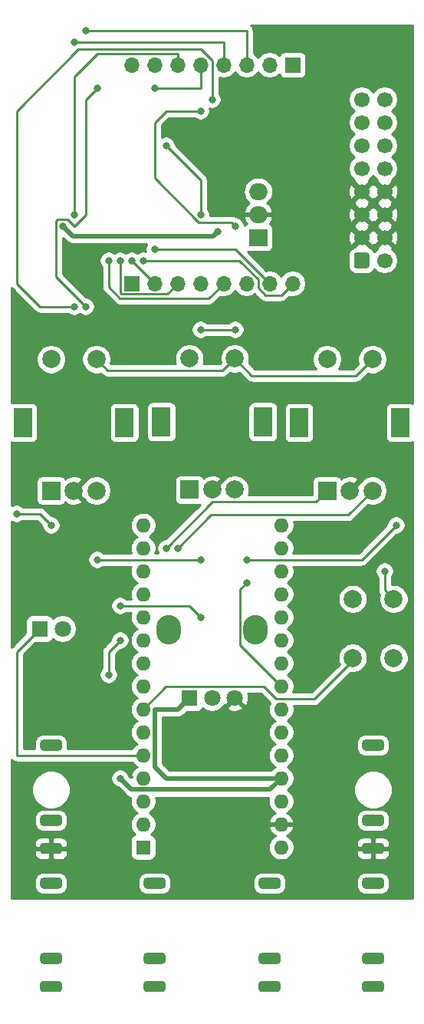
<source format=gbl>
%TF.GenerationSoftware,KiCad,Pcbnew,(5.1.10)-1*%
%TF.CreationDate,2022-04-24T20:33:29+02:00*%
%TF.ProjectId,eugenio,65756765-6e69-46f2-9e6b-696361645f70,rev?*%
%TF.SameCoordinates,Original*%
%TF.FileFunction,Copper,L2,Bot*%
%TF.FilePolarity,Positive*%
%FSLAX46Y46*%
G04 Gerber Fmt 4.6, Leading zero omitted, Abs format (unit mm)*
G04 Created by KiCad (PCBNEW (5.1.10)-1) date 2022-04-24 20:33:29*
%MOMM*%
%LPD*%
G01*
G04 APERTURE LIST*
%TA.AperFunction,ComponentPad*%
%ADD10O,1.700000X1.700000*%
%TD*%
%TA.AperFunction,ComponentPad*%
%ADD11R,1.700000X1.700000*%
%TD*%
%TA.AperFunction,ComponentPad*%
%ADD12O,2.720000X3.240000*%
%TD*%
%TA.AperFunction,ComponentPad*%
%ADD13C,1.800000*%
%TD*%
%TA.AperFunction,ComponentPad*%
%ADD14R,1.800000X1.800000*%
%TD*%
%TA.AperFunction,ComponentPad*%
%ADD15R,2.000000X2.000000*%
%TD*%
%TA.AperFunction,ComponentPad*%
%ADD16C,2.000000*%
%TD*%
%TA.AperFunction,ComponentPad*%
%ADD17R,2.000000X3.200000*%
%TD*%
%TA.AperFunction,ComponentPad*%
%ADD18O,2.000000X1.905000*%
%TD*%
%TA.AperFunction,ComponentPad*%
%ADD19R,2.000000X1.905000*%
%TD*%
%TA.AperFunction,ComponentPad*%
%ADD20C,1.700000*%
%TD*%
%TA.AperFunction,ComponentPad*%
%ADD21O,1.600000X1.600000*%
%TD*%
%TA.AperFunction,ComponentPad*%
%ADD22R,1.600000X1.600000*%
%TD*%
%TA.AperFunction,ViaPad*%
%ADD23C,0.800000*%
%TD*%
%TA.AperFunction,Conductor*%
%ADD24C,0.250000*%
%TD*%
%TA.AperFunction,Conductor*%
%ADD25C,0.500000*%
%TD*%
%TA.AperFunction,Conductor*%
%ADD26C,0.254000*%
%TD*%
%TA.AperFunction,Conductor*%
%ADD27C,0.100000*%
%TD*%
G04 APERTURE END LIST*
%TO.P,J2,3*%
%TO.N,Net-(J2-Pad3)*%
%TA.AperFunction,ComponentPad*%
G36*
G01*
X90240000Y-152860000D02*
X90240000Y-152260000D01*
G75*
G02*
X90540000Y-151960000I300000J0D01*
G01*
X92340000Y-151960000D01*
G75*
G02*
X92640000Y-152260000I0J-300000D01*
G01*
X92640000Y-152860000D01*
G75*
G02*
X92340000Y-153160000I-300000J0D01*
G01*
X90540000Y-153160000D01*
G75*
G02*
X90240000Y-152860000I0J300000D01*
G01*
G37*
%TD.AperFunction*%
%TO.P,J2,2*%
%TO.N,Net-(J2-Pad2)*%
%TA.AperFunction,ComponentPad*%
G36*
G01*
X90240000Y-161160000D02*
X90240000Y-160560000D01*
G75*
G02*
X90540000Y-160260000I300000J0D01*
G01*
X92340000Y-160260000D01*
G75*
G02*
X92640000Y-160560000I0J-300000D01*
G01*
X92640000Y-161160000D01*
G75*
G02*
X92340000Y-161460000I-300000J0D01*
G01*
X90540000Y-161460000D01*
G75*
G02*
X90240000Y-161160000I0J300000D01*
G01*
G37*
%TD.AperFunction*%
%TO.P,J2,1*%
%TO.N,GND*%
%TA.AperFunction,ComponentPad*%
G36*
G01*
X90240000Y-164260000D02*
X90240000Y-163660000D01*
G75*
G02*
X90540000Y-163360000I300000J0D01*
G01*
X92340000Y-163360000D01*
G75*
G02*
X92640000Y-163660000I0J-300000D01*
G01*
X92640000Y-164260000D01*
G75*
G02*
X92340000Y-164560000I-300000J0D01*
G01*
X90540000Y-164560000D01*
G75*
G02*
X90240000Y-164260000I0J300000D01*
G01*
G37*
%TD.AperFunction*%
%TD*%
%TO.P,J1,3*%
%TO.N,Net-(J1-Pad3)*%
%TA.AperFunction,ComponentPad*%
G36*
G01*
X54680000Y-152860000D02*
X54680000Y-152260000D01*
G75*
G02*
X54980000Y-151960000I300000J0D01*
G01*
X56780000Y-151960000D01*
G75*
G02*
X57080000Y-152260000I0J-300000D01*
G01*
X57080000Y-152860000D01*
G75*
G02*
X56780000Y-153160000I-300000J0D01*
G01*
X54980000Y-153160000D01*
G75*
G02*
X54680000Y-152860000I0J300000D01*
G01*
G37*
%TD.AperFunction*%
%TO.P,J1,2*%
%TO.N,Net-(J1-Pad2)*%
%TA.AperFunction,ComponentPad*%
G36*
G01*
X54680000Y-161160000D02*
X54680000Y-160560000D01*
G75*
G02*
X54980000Y-160260000I300000J0D01*
G01*
X56780000Y-160260000D01*
G75*
G02*
X57080000Y-160560000I0J-300000D01*
G01*
X57080000Y-161160000D01*
G75*
G02*
X56780000Y-161460000I-300000J0D01*
G01*
X54980000Y-161460000D01*
G75*
G02*
X54680000Y-161160000I0J300000D01*
G01*
G37*
%TD.AperFunction*%
%TO.P,J1,1*%
%TO.N,GND*%
%TA.AperFunction,ComponentPad*%
G36*
G01*
X54680000Y-164260000D02*
X54680000Y-163660000D01*
G75*
G02*
X54980000Y-163360000I300000J0D01*
G01*
X56780000Y-163360000D01*
G75*
G02*
X57080000Y-163660000I0J-300000D01*
G01*
X57080000Y-164260000D01*
G75*
G02*
X56780000Y-164560000I-300000J0D01*
G01*
X54980000Y-164560000D01*
G75*
G02*
X54680000Y-164260000I0J300000D01*
G01*
G37*
%TD.AperFunction*%
%TD*%
D10*
%TO.P,J8,8*%
%TO.N,Net-(J8-Pad8)*%
X82550000Y-86360000D03*
%TO.P,J8,7*%
%TO.N,Net-(J8-Pad7)*%
X80010000Y-86360000D03*
%TO.P,J8,6*%
%TO.N,Net-(J8-Pad6)*%
X77470000Y-86360000D03*
%TO.P,J8,5*%
%TO.N,Net-(J8-Pad5)*%
X74930000Y-86360000D03*
%TO.P,J8,4*%
%TO.N,Net-(J8-Pad4)*%
X72390000Y-86360000D03*
%TO.P,J8,3*%
%TO.N,Net-(J8-Pad3)*%
X69850000Y-86360000D03*
%TO.P,J8,2*%
%TO.N,Net-(J8-Pad2)*%
X67310000Y-86360000D03*
D11*
%TO.P,J8,1*%
%TO.N,Net-(J8-Pad1)*%
X64770000Y-86360000D03*
%TD*%
D12*
%TO.P,RV1,*%
%TO.N,*%
X68860000Y-124580000D03*
X78460000Y-124580000D03*
D13*
%TO.P,RV1,3*%
%TO.N,GND*%
X76160000Y-132080000D03*
%TO.P,RV1,2*%
%TO.N,Net-(R13-Pad2)*%
X73660000Y-132080000D03*
D14*
%TO.P,RV1,1*%
%TO.N,+5V*%
X71160000Y-132080000D03*
%TD*%
D15*
%TO.P,SW3,A*%
%TO.N,Net-(A1-Pad13)*%
X86360000Y-109220000D03*
D16*
%TO.P,SW3,C*%
%TO.N,GND*%
X88860000Y-109220000D03*
%TO.P,SW3,B*%
%TO.N,Net-(A1-Pad12)*%
X91360000Y-109220000D03*
D17*
%TO.P,SW3,MP*%
%TO.N,N/C*%
X83260000Y-101720000D03*
X94460000Y-101720000D03*
D16*
%TO.P,SW3,S2*%
%TO.N,Net-(R11-Pad1)*%
X86360000Y-94720000D03*
%TO.P,SW3,S1*%
%TO.N,Net-(A1-Pad19)*%
X91360000Y-94720000D03*
%TD*%
D15*
%TO.P,SW2,A*%
%TO.N,Net-(A1-Pad11)*%
X71160000Y-109132663D03*
D16*
%TO.P,SW2,C*%
%TO.N,GND*%
X73660000Y-109132663D03*
%TO.P,SW2,B*%
%TO.N,Net-(A1-Pad10)*%
X76160000Y-109132663D03*
D17*
%TO.P,SW2,MP*%
%TO.N,N/C*%
X68060000Y-101632663D03*
X79260000Y-101632663D03*
D16*
%TO.P,SW2,S2*%
%TO.N,Net-(R11-Pad2)*%
X71160000Y-94632663D03*
%TO.P,SW2,S1*%
%TO.N,Net-(A1-Pad19)*%
X76160000Y-94632663D03*
%TD*%
D18*
%TO.P,U1,3*%
%TO.N,Net-(C2-Pad2)*%
X78740000Y-76200000D03*
%TO.P,U1,2*%
%TO.N,GND*%
X78740000Y-78740000D03*
D19*
%TO.P,U1,1*%
%TO.N,Net-(C1-Pad2)*%
X78740000Y-81280000D03*
%TD*%
D20*
%TO.P,J6,16*%
%TO.N,Net-(J6-Pad16)*%
X92710000Y-66040000D03*
%TO.P,J6,14*%
%TO.N,Net-(J6-Pad14)*%
X92710000Y-68580000D03*
%TO.P,J6,12*%
%TO.N,Net-(FB1-Pad2)*%
X92710000Y-71120000D03*
%TO.P,J6,10*%
%TO.N,Net-(FB2-Pad2)*%
X92710000Y-73660000D03*
%TO.P,J6,8*%
%TO.N,GND*%
X92710000Y-76200000D03*
%TO.P,J6,6*%
X92710000Y-78740000D03*
%TO.P,J6,4*%
X92710000Y-81280000D03*
%TO.P,J6,2*%
%TO.N,Net-(J6-Pad2)*%
X92710000Y-83820000D03*
%TO.P,J6,15*%
%TO.N,Net-(J6-Pad15)*%
X90170000Y-66040000D03*
%TO.P,J6,13*%
%TO.N,Net-(J6-Pad13)*%
X90170000Y-68580000D03*
%TO.P,J6,11*%
%TO.N,Net-(FB1-Pad2)*%
X90170000Y-71120000D03*
%TO.P,J6,9*%
%TO.N,Net-(FB2-Pad2)*%
X90170000Y-73660000D03*
%TO.P,J6,7*%
%TO.N,GND*%
X90170000Y-76200000D03*
%TO.P,J6,5*%
X90170000Y-78740000D03*
%TO.P,J6,3*%
X90170000Y-81280000D03*
%TO.P,J6,1*%
%TO.N,Net-(J6-Pad1)*%
%TA.AperFunction,ComponentPad*%
G36*
G01*
X89320000Y-84420000D02*
X89320000Y-83220000D01*
G75*
G02*
X89570000Y-82970000I250000J0D01*
G01*
X90770000Y-82970000D01*
G75*
G02*
X91020000Y-83220000I0J-250000D01*
G01*
X91020000Y-84420000D01*
G75*
G02*
X90770000Y-84670000I-250000J0D01*
G01*
X89570000Y-84670000D01*
G75*
G02*
X89320000Y-84420000I0J250000D01*
G01*
G37*
%TD.AperFunction*%
%TD*%
D16*
%TO.P,SW4,1*%
%TO.N,+5V*%
X93693545Y-127683950D03*
%TO.P,SW4,2*%
%TO.N,Net-(A1-Pad7)*%
X89193545Y-127683950D03*
%TO.P,SW4,1*%
%TO.N,+5V*%
X93693545Y-121183950D03*
%TO.P,SW4,2*%
%TO.N,Net-(A1-Pad7)*%
X89193545Y-121183950D03*
%TD*%
D15*
%TO.P,SW1,A*%
%TO.N,Net-(A1-Pad9)*%
X55880000Y-109220000D03*
D16*
%TO.P,SW1,C*%
%TO.N,GND*%
X58380000Y-109220000D03*
%TO.P,SW1,B*%
%TO.N,Net-(A1-Pad8)*%
X60880000Y-109220000D03*
D17*
%TO.P,SW1,MP*%
%TO.N,N/C*%
X52780000Y-101720000D03*
X63980000Y-101720000D03*
D16*
%TO.P,SW1,S2*%
%TO.N,Net-(R6-Pad1)*%
X55880000Y-94720000D03*
%TO.P,SW1,S1*%
%TO.N,Net-(A1-Pad19)*%
X60880000Y-94720000D03*
%TD*%
D21*
%TO.P,A1,16*%
%TO.N,Net-(A1-Pad16)*%
X81280000Y-113030000D03*
%TO.P,A1,15*%
%TO.N,Net-(A1-Pad15)*%
X66040000Y-113030000D03*
%TO.P,A1,30*%
%TO.N,Net-(A1-Pad30)*%
X81280000Y-148590000D03*
%TO.P,A1,14*%
%TO.N,Net-(A1-Pad14)*%
X66040000Y-115570000D03*
%TO.P,A1,29*%
%TO.N,GND*%
X81280000Y-146050000D03*
%TO.P,A1,13*%
%TO.N,Net-(A1-Pad13)*%
X66040000Y-118110000D03*
%TO.P,A1,28*%
%TO.N,Net-(A1-Pad28)*%
X81280000Y-143510000D03*
%TO.P,A1,12*%
%TO.N,Net-(A1-Pad12)*%
X66040000Y-120650000D03*
%TO.P,A1,27*%
%TO.N,+5V*%
X81280000Y-140970000D03*
%TO.P,A1,11*%
%TO.N,Net-(A1-Pad11)*%
X66040000Y-123190000D03*
%TO.P,A1,26*%
%TO.N,Net-(A1-Pad26)*%
X81280000Y-138430000D03*
%TO.P,A1,10*%
%TO.N,Net-(A1-Pad10)*%
X66040000Y-125730000D03*
%TO.P,A1,25*%
%TO.N,Net-(A1-Pad25)*%
X81280000Y-135890000D03*
%TO.P,A1,9*%
%TO.N,Net-(A1-Pad9)*%
X66040000Y-128270000D03*
%TO.P,A1,24*%
%TO.N,Net-(A1-Pad24)*%
X81280000Y-133350000D03*
%TO.P,A1,8*%
%TO.N,Net-(A1-Pad8)*%
X66040000Y-130810000D03*
%TO.P,A1,23*%
%TO.N,Net-(A1-Pad23)*%
X81280000Y-130810000D03*
%TO.P,A1,7*%
%TO.N,Net-(A1-Pad7)*%
X66040000Y-133350000D03*
%TO.P,A1,22*%
%TO.N,Net-(A1-Pad22)*%
X81280000Y-128270000D03*
%TO.P,A1,6*%
%TO.N,Net-(A1-Pad6)*%
X66040000Y-135890000D03*
%TO.P,A1,21*%
%TO.N,Net-(A1-Pad21)*%
X81280000Y-125730000D03*
%TO.P,A1,5*%
%TO.N,Net-(A1-Pad5)*%
X66040000Y-138430000D03*
%TO.P,A1,20*%
%TO.N,Net-(A1-Pad20)*%
X81280000Y-123190000D03*
%TO.P,A1,4*%
%TO.N,GND*%
X66040000Y-140970000D03*
%TO.P,A1,19*%
%TO.N,Net-(A1-Pad19)*%
X81280000Y-120650000D03*
%TO.P,A1,3*%
%TO.N,Net-(A1-Pad3)*%
X66040000Y-143510000D03*
%TO.P,A1,18*%
%TO.N,Net-(A1-Pad18)*%
X81280000Y-118110000D03*
%TO.P,A1,2*%
%TO.N,Net-(A1-Pad2)*%
X66040000Y-146050000D03*
%TO.P,A1,17*%
%TO.N,Net-(A1-Pad17)*%
X81280000Y-115570000D03*
D22*
%TO.P,A1,1*%
%TO.N,Net-(A1-Pad1)*%
X66040000Y-148590000D03*
%TD*%
%TO.P,J7,3*%
%TO.N,Net-(J7-Pad3)*%
%TA.AperFunction,ComponentPad*%
G36*
G01*
X54680000Y-137620000D02*
X54680000Y-137020000D01*
G75*
G02*
X54980000Y-136720000I300000J0D01*
G01*
X56780000Y-136720000D01*
G75*
G02*
X57080000Y-137020000I0J-300000D01*
G01*
X57080000Y-137620000D01*
G75*
G02*
X56780000Y-137920000I-300000J0D01*
G01*
X54980000Y-137920000D01*
G75*
G02*
X54680000Y-137620000I0J300000D01*
G01*
G37*
%TD.AperFunction*%
%TO.P,J7,2*%
%TO.N,Net-(J7-Pad2)*%
%TA.AperFunction,ComponentPad*%
G36*
G01*
X54680000Y-145920000D02*
X54680000Y-145320000D01*
G75*
G02*
X54980000Y-145020000I300000J0D01*
G01*
X56780000Y-145020000D01*
G75*
G02*
X57080000Y-145320000I0J-300000D01*
G01*
X57080000Y-145920000D01*
G75*
G02*
X56780000Y-146220000I-300000J0D01*
G01*
X54980000Y-146220000D01*
G75*
G02*
X54680000Y-145920000I0J300000D01*
G01*
G37*
%TD.AperFunction*%
%TO.P,J7,1*%
%TO.N,GND*%
%TA.AperFunction,ComponentPad*%
G36*
G01*
X54680000Y-149020000D02*
X54680000Y-148420000D01*
G75*
G02*
X54980000Y-148120000I300000J0D01*
G01*
X56780000Y-148120000D01*
G75*
G02*
X57080000Y-148420000I0J-300000D01*
G01*
X57080000Y-149020000D01*
G75*
G02*
X56780000Y-149320000I-300000J0D01*
G01*
X54980000Y-149320000D01*
G75*
G02*
X54680000Y-149020000I0J300000D01*
G01*
G37*
%TD.AperFunction*%
%TD*%
%TO.P,J3,3*%
%TO.N,Net-(J3-Pad3)*%
%TA.AperFunction,ComponentPad*%
G36*
G01*
X78810000Y-152860000D02*
X78810000Y-152260000D01*
G75*
G02*
X79110000Y-151960000I300000J0D01*
G01*
X80910000Y-151960000D01*
G75*
G02*
X81210000Y-152260000I0J-300000D01*
G01*
X81210000Y-152860000D01*
G75*
G02*
X80910000Y-153160000I-300000J0D01*
G01*
X79110000Y-153160000D01*
G75*
G02*
X78810000Y-152860000I0J300000D01*
G01*
G37*
%TD.AperFunction*%
%TO.P,J3,2*%
%TO.N,Net-(J3-Pad2)*%
%TA.AperFunction,ComponentPad*%
G36*
G01*
X78810000Y-161160000D02*
X78810000Y-160560000D01*
G75*
G02*
X79110000Y-160260000I300000J0D01*
G01*
X80910000Y-160260000D01*
G75*
G02*
X81210000Y-160560000I0J-300000D01*
G01*
X81210000Y-161160000D01*
G75*
G02*
X80910000Y-161460000I-300000J0D01*
G01*
X79110000Y-161460000D01*
G75*
G02*
X78810000Y-161160000I0J300000D01*
G01*
G37*
%TD.AperFunction*%
%TO.P,J3,1*%
%TO.N,GND*%
%TA.AperFunction,ComponentPad*%
G36*
G01*
X78810000Y-164260000D02*
X78810000Y-163660000D01*
G75*
G02*
X79110000Y-163360000I300000J0D01*
G01*
X80910000Y-163360000D01*
G75*
G02*
X81210000Y-163660000I0J-300000D01*
G01*
X81210000Y-164260000D01*
G75*
G02*
X80910000Y-164560000I-300000J0D01*
G01*
X79110000Y-164560000D01*
G75*
G02*
X78810000Y-164260000I0J300000D01*
G01*
G37*
%TD.AperFunction*%
%TD*%
D10*
%TO.P,J11,8*%
%TO.N,Net-(J11-Pad8)*%
X64770000Y-62230000D03*
%TO.P,J11,7*%
%TO.N,Net-(J11-Pad7)*%
X67310000Y-62230000D03*
%TO.P,J11,6*%
%TO.N,Net-(J11-Pad6)*%
X69850000Y-62230000D03*
%TO.P,J11,5*%
%TO.N,Net-(J11-Pad5)*%
X72390000Y-62230000D03*
%TO.P,J11,4*%
%TO.N,Net-(J11-Pad4)*%
X74930000Y-62230000D03*
%TO.P,J11,3*%
%TO.N,Net-(J11-Pad3)*%
X77470000Y-62230000D03*
%TO.P,J11,2*%
%TO.N,Net-(J11-Pad2)*%
X80010000Y-62230000D03*
D11*
%TO.P,J11,1*%
%TO.N,Net-(J11-Pad1)*%
X82550000Y-62230000D03*
%TD*%
%TO.P,J5,3*%
%TO.N,Net-(J5-Pad3)*%
%TA.AperFunction,ComponentPad*%
G36*
G01*
X66110000Y-152860000D02*
X66110000Y-152260000D01*
G75*
G02*
X66410000Y-151960000I300000J0D01*
G01*
X68210000Y-151960000D01*
G75*
G02*
X68510000Y-152260000I0J-300000D01*
G01*
X68510000Y-152860000D01*
G75*
G02*
X68210000Y-153160000I-300000J0D01*
G01*
X66410000Y-153160000D01*
G75*
G02*
X66110000Y-152860000I0J300000D01*
G01*
G37*
%TD.AperFunction*%
%TO.P,J5,2*%
%TO.N,Net-(J5-Pad2)*%
%TA.AperFunction,ComponentPad*%
G36*
G01*
X66110000Y-161160000D02*
X66110000Y-160560000D01*
G75*
G02*
X66410000Y-160260000I300000J0D01*
G01*
X68210000Y-160260000D01*
G75*
G02*
X68510000Y-160560000I0J-300000D01*
G01*
X68510000Y-161160000D01*
G75*
G02*
X68210000Y-161460000I-300000J0D01*
G01*
X66410000Y-161460000D01*
G75*
G02*
X66110000Y-161160000I0J300000D01*
G01*
G37*
%TD.AperFunction*%
%TO.P,J5,1*%
%TO.N,GND*%
%TA.AperFunction,ComponentPad*%
G36*
G01*
X66110000Y-164260000D02*
X66110000Y-163660000D01*
G75*
G02*
X66410000Y-163360000I300000J0D01*
G01*
X68210000Y-163360000D01*
G75*
G02*
X68510000Y-163660000I0J-300000D01*
G01*
X68510000Y-164260000D01*
G75*
G02*
X68210000Y-164560000I-300000J0D01*
G01*
X66410000Y-164560000D01*
G75*
G02*
X66110000Y-164260000I0J300000D01*
G01*
G37*
%TD.AperFunction*%
%TD*%
D13*
%TO.P,D2,2*%
%TO.N,Net-(D2-Pad2)*%
X57150000Y-124460000D03*
D14*
%TO.P,D2,1*%
%TO.N,Net-(A1-Pad5)*%
X54610000Y-124460000D03*
%TD*%
%TO.P,J4,3*%
%TO.N,Net-(J4-Pad3)*%
%TA.AperFunction,ComponentPad*%
G36*
G01*
X90240000Y-137620000D02*
X90240000Y-137020000D01*
G75*
G02*
X90540000Y-136720000I300000J0D01*
G01*
X92340000Y-136720000D01*
G75*
G02*
X92640000Y-137020000I0J-300000D01*
G01*
X92640000Y-137620000D01*
G75*
G02*
X92340000Y-137920000I-300000J0D01*
G01*
X90540000Y-137920000D01*
G75*
G02*
X90240000Y-137620000I0J300000D01*
G01*
G37*
%TD.AperFunction*%
%TO.P,J4,2*%
%TO.N,Net-(J4-Pad2)*%
%TA.AperFunction,ComponentPad*%
G36*
G01*
X90240000Y-145920000D02*
X90240000Y-145320000D01*
G75*
G02*
X90540000Y-145020000I300000J0D01*
G01*
X92340000Y-145020000D01*
G75*
G02*
X92640000Y-145320000I0J-300000D01*
G01*
X92640000Y-145920000D01*
G75*
G02*
X92340000Y-146220000I-300000J0D01*
G01*
X90540000Y-146220000D01*
G75*
G02*
X90240000Y-145920000I0J300000D01*
G01*
G37*
%TD.AperFunction*%
%TO.P,J4,1*%
%TO.N,GND*%
%TA.AperFunction,ComponentPad*%
G36*
G01*
X90240000Y-149020000D02*
X90240000Y-148420000D01*
G75*
G02*
X90540000Y-148120000I300000J0D01*
G01*
X92340000Y-148120000D01*
G75*
G02*
X92640000Y-148420000I0J-300000D01*
G01*
X92640000Y-149020000D01*
G75*
G02*
X92340000Y-149320000I-300000J0D01*
G01*
X90540000Y-149320000D01*
G75*
G02*
X90240000Y-149020000I0J300000D01*
G01*
G37*
%TD.AperFunction*%
%TD*%
D23*
%TO.N,Net-(A1-Pad15)*%
X59690000Y-88900000D03*
X60960000Y-64770000D03*
%TO.N,Net-(A1-Pad14)*%
X58420000Y-88900000D03*
X73660000Y-66040000D03*
%TO.N,GND*%
X86360000Y-119380000D03*
X80010000Y-134620000D03*
X78740000Y-132080000D03*
X72390000Y-143510000D03*
X68580000Y-143510000D03*
X92710000Y-130810000D03*
X58420000Y-121920000D03*
X81280000Y-64770000D03*
X73660000Y-68580000D03*
X52070000Y-88900000D03*
%TO.N,Net-(A1-Pad13)*%
X68580000Y-115570000D03*
%TO.N,Net-(A1-Pad12)*%
X69850000Y-115570000D03*
%TO.N,+5V*%
X74280000Y-80660000D03*
X57150000Y-80010000D03*
X63500000Y-140970000D03*
X60960000Y-116840000D03*
X72390000Y-116840000D03*
X92710000Y-118110000D03*
%TO.N,Net-(A1-Pad23)*%
X77470000Y-119380000D03*
%TO.N,Net-(D4-Pad1)*%
X52070000Y-111760000D03*
X55880000Y-113030000D03*
%TO.N,Net-(Q2-Pad1)*%
X93980000Y-113030000D03*
X77470000Y-116840000D03*
%TO.N,Net-(Q4-Pad1)*%
X62230000Y-129540000D03*
X63500000Y-125730000D03*
%TO.N,Net-(Q4-Pad2)*%
X72390000Y-123190000D03*
X63500000Y-121920000D03*
%TO.N,Net-(R11-Pad2)*%
X76200000Y-91440000D03*
X72390000Y-91440000D03*
%TO.N,Net-(J8-Pad8)*%
X66040000Y-83820000D03*
%TO.N,Net-(J8-Pad7)*%
X67310000Y-82550000D03*
%TO.N,Net-(J8-Pad6)*%
X76200000Y-80010000D03*
X72390000Y-67310000D03*
%TO.N,Net-(J8-Pad5)*%
X62230000Y-83820000D03*
%TO.N,Net-(J8-Pad4)*%
X72390000Y-78740000D03*
X68580000Y-71120000D03*
%TO.N,Net-(J8-Pad3)*%
X63500000Y-83820000D03*
%TO.N,Net-(J8-Pad2)*%
X64770000Y-83820000D03*
%TO.N,Net-(J11-Pad6)*%
X58420000Y-78740000D03*
%TO.N,Net-(J11-Pad5)*%
X67310000Y-64770000D03*
%TO.N,Net-(J11-Pad4)*%
X58420000Y-59690000D03*
%TO.N,Net-(J11-Pad3)*%
X59690000Y-58420000D03*
%TD*%
D24*
%TO.N,Net-(A1-Pad15)*%
X56424999Y-85634999D02*
X56424999Y-79661999D01*
X59690000Y-88900000D02*
X56424999Y-85634999D01*
X56424999Y-79661999D02*
X56424999Y-79465001D01*
X56605001Y-79284999D02*
X57694999Y-79284999D01*
X56424999Y-79465001D02*
X56605001Y-79284999D01*
X57694999Y-79284999D02*
X58420000Y-80010000D01*
X58420000Y-80010000D02*
X59690000Y-78740000D01*
X59690000Y-78740000D02*
X59690000Y-66040000D01*
X59690000Y-66040000D02*
X60960000Y-64770000D01*
X60960000Y-64770000D02*
X60960000Y-64770000D01*
%TO.N,Net-(A1-Pad14)*%
X58420000Y-88900000D02*
X54610000Y-88900000D01*
X54610000Y-88900000D02*
X52070000Y-86360000D01*
X52070000Y-86360000D02*
X52070000Y-67310000D01*
X72408992Y-60509990D02*
X73660000Y-61760998D01*
X58870010Y-60509990D02*
X72408992Y-60509990D01*
X52070000Y-67310000D02*
X58870010Y-60509990D01*
X73660000Y-61760998D02*
X73660000Y-66040000D01*
X73660000Y-66040000D02*
X73660000Y-66040000D01*
%TO.N,Net-(A1-Pad13)*%
X85122336Y-110457664D02*
X73692336Y-110457664D01*
X86360000Y-109220000D02*
X85122336Y-110457664D01*
X73692336Y-110457664D02*
X68580000Y-115570000D01*
X68580000Y-115570000D02*
X68580000Y-115570000D01*
%TO.N,Net-(A1-Pad12)*%
X88675001Y-111904999D02*
X73515001Y-111904999D01*
X91360000Y-109220000D02*
X88675001Y-111904999D01*
X73515001Y-111904999D02*
X69850000Y-115570000D01*
X69850000Y-115570000D02*
X69850000Y-115570000D01*
D25*
%TO.N,+5V*%
X73809991Y-81130009D02*
X58270009Y-81130009D01*
X74280000Y-80660000D02*
X73809991Y-81130009D01*
X58270009Y-81130009D02*
X57150000Y-80010000D01*
X57150000Y-80010000D02*
X57150000Y-80010000D01*
X80029999Y-142220001D02*
X81280000Y-140970000D01*
X64750001Y-142220001D02*
X80029999Y-142220001D01*
X63500000Y-140970000D02*
X64750001Y-142220001D01*
X81280000Y-140970000D02*
X68580000Y-140970000D01*
X68580000Y-140970000D02*
X67310000Y-139700000D01*
X67310000Y-139700000D02*
X67310000Y-133350000D01*
X69890000Y-133350000D02*
X71160000Y-132080000D01*
X67310000Y-133350000D02*
X69890000Y-133350000D01*
D24*
X60960000Y-116840000D02*
X72390000Y-116840000D01*
X72390000Y-116840000D02*
X72390000Y-116840000D01*
X92710000Y-120200405D02*
X93693545Y-121183950D01*
X92710000Y-118110000D02*
X92710000Y-120200405D01*
%TO.N,Net-(A1-Pad23)*%
X76774990Y-126304990D02*
X81280000Y-130810000D01*
X76774990Y-120075010D02*
X76774990Y-126304990D01*
X77470000Y-119380000D02*
X76774990Y-120075010D01*
%TO.N,Net-(A1-Pad7)*%
X89193545Y-127976455D02*
X89193545Y-127683950D01*
X84945001Y-132224999D02*
X89193545Y-127976455D01*
X80739999Y-132224999D02*
X84945001Y-132224999D01*
X68535001Y-130854999D02*
X79369999Y-130854999D01*
X79369999Y-130854999D02*
X80739999Y-132224999D01*
X66040000Y-133350000D02*
X68535001Y-130854999D01*
%TO.N,Net-(A1-Pad5)*%
X66040000Y-138430000D02*
X52070000Y-138430000D01*
X52070000Y-127000000D02*
X54610000Y-124460000D01*
X52070000Y-138430000D02*
X52070000Y-127000000D01*
%TO.N,Net-(A1-Pad19)*%
X62117664Y-95957664D02*
X74834999Y-95957664D01*
X74834999Y-95957664D02*
X76160000Y-94632663D01*
X60880000Y-94720000D02*
X62117664Y-95957664D01*
X76160000Y-94632663D02*
X78047337Y-96520000D01*
X89560000Y-96520000D02*
X91360000Y-94720000D01*
X78047337Y-96520000D02*
X89560000Y-96520000D01*
%TO.N,Net-(D4-Pad1)*%
X52070000Y-111760000D02*
X54610000Y-111760000D01*
X54610000Y-111760000D02*
X55880000Y-113030000D01*
X55880000Y-113030000D02*
X55880000Y-113030000D01*
%TO.N,Net-(Q2-Pad1)*%
X93980000Y-113030000D02*
X90170000Y-116840000D01*
X90170000Y-116840000D02*
X77470000Y-116840000D01*
X77470000Y-116840000D02*
X77470000Y-116840000D01*
%TO.N,Net-(Q4-Pad1)*%
X62230000Y-129540000D02*
X62230000Y-127000000D01*
X62230000Y-127000000D02*
X63500000Y-125730000D01*
X63500000Y-125730000D02*
X63500000Y-125730000D01*
%TO.N,Net-(Q4-Pad2)*%
X72390000Y-123190000D02*
X71120000Y-121920000D01*
X71120000Y-121920000D02*
X63500000Y-121920000D01*
X63500000Y-121920000D02*
X63500000Y-121920000D01*
%TO.N,Net-(R11-Pad2)*%
X72390000Y-91440000D02*
X76200000Y-91440000D01*
%TO.N,Net-(J8-Pad8)*%
X82550000Y-86360000D02*
X81280000Y-87630000D01*
X78740000Y-85890998D02*
X76669002Y-83820000D01*
X78740000Y-86829002D02*
X78740000Y-85890998D01*
X79540998Y-87630000D02*
X78740000Y-86829002D01*
X81280000Y-87630000D02*
X79540998Y-87630000D01*
X76669002Y-83820000D02*
X66040000Y-83820000D01*
X66040000Y-83820000D02*
X66040000Y-83820000D01*
%TO.N,Net-(J8-Pad7)*%
X80010000Y-86360000D02*
X76200000Y-82550000D01*
X76200000Y-82550000D02*
X67310000Y-82550000D01*
X67310000Y-82550000D02*
X67310000Y-82550000D01*
%TO.N,Net-(J8-Pad6)*%
X72186999Y-79610001D02*
X67310000Y-74733002D01*
X75800001Y-79610001D02*
X72186999Y-79610001D01*
X76200000Y-80010000D02*
X75800001Y-79610001D01*
X67310000Y-74733002D02*
X67310000Y-68580000D01*
X67310000Y-68580000D02*
X68580000Y-67310000D01*
X68580000Y-67310000D02*
X72390000Y-67310000D01*
X72390000Y-67310000D02*
X72390000Y-67310000D01*
%TO.N,Net-(J8-Pad5)*%
X73304990Y-87985010D02*
X63473598Y-87985010D01*
X63473598Y-87985010D02*
X62230000Y-86741412D01*
X74930000Y-86360000D02*
X73304990Y-87985010D01*
X62230000Y-86741412D02*
X62230000Y-83820000D01*
X62230000Y-83820000D02*
X62230000Y-83820000D01*
%TO.N,Net-(J8-Pad4)*%
X72390000Y-78740000D02*
X72390000Y-74930000D01*
X72390000Y-74930000D02*
X68580000Y-71120000D01*
X68580000Y-71120000D02*
X68580000Y-71120000D01*
%TO.N,Net-(J8-Pad3)*%
X68674999Y-87535001D02*
X63659999Y-87535001D01*
X63659999Y-87535001D02*
X63500000Y-87375002D01*
X69850000Y-86360000D02*
X68674999Y-87535001D01*
X63500000Y-87375002D02*
X63500000Y-83820000D01*
X63500000Y-83820000D02*
X63500000Y-83820000D01*
%TO.N,Net-(J8-Pad2)*%
X67310000Y-86360000D02*
X64770000Y-83820000D01*
X64770000Y-83820000D02*
X64770000Y-83820000D01*
%TO.N,Net-(J11-Pad6)*%
X69850000Y-60960000D02*
X69850000Y-62230000D01*
X60960000Y-60960000D02*
X69850000Y-60960000D01*
X58420000Y-63500000D02*
X60960000Y-60960000D01*
X58420000Y-78740000D02*
X58420000Y-63500000D01*
%TO.N,Net-(J11-Pad5)*%
X72390000Y-62230000D02*
X72390000Y-64770000D01*
X72390000Y-64770000D02*
X67310000Y-64770000D01*
X67310000Y-64770000D02*
X67310000Y-64770000D01*
%TO.N,Net-(J11-Pad4)*%
X74930000Y-62230000D02*
X74930000Y-59690000D01*
X74930000Y-59690000D02*
X58420000Y-59690000D01*
X58420000Y-59690000D02*
X58420000Y-59690000D01*
%TO.N,Net-(J11-Pad3)*%
X77470000Y-62230000D02*
X77470000Y-58420000D01*
X77470000Y-58420000D02*
X59690000Y-58420000D01*
X59690000Y-58420000D02*
X59690000Y-58420000D01*
%TD*%
D26*
%TO.N,GND*%
X95835001Y-90136344D02*
X95835000Y-90136354D01*
X95835000Y-99606292D01*
X95814494Y-99589463D01*
X95704180Y-99530498D01*
X95584482Y-99494188D01*
X95460000Y-99481928D01*
X93460000Y-99481928D01*
X93335518Y-99494188D01*
X93215820Y-99530498D01*
X93105506Y-99589463D01*
X93008815Y-99668815D01*
X92929463Y-99765506D01*
X92870498Y-99875820D01*
X92834188Y-99995518D01*
X92821928Y-100120000D01*
X92821928Y-103320000D01*
X92834188Y-103444482D01*
X92870498Y-103564180D01*
X92929463Y-103674494D01*
X93008815Y-103771185D01*
X93105506Y-103850537D01*
X93215820Y-103909502D01*
X93335518Y-103945812D01*
X93460000Y-103958072D01*
X95460000Y-103958072D01*
X95584482Y-103945812D01*
X95704180Y-103909502D01*
X95814494Y-103850537D01*
X95835000Y-103833708D01*
X95835001Y-154255000D01*
X51485000Y-154255000D01*
X51485000Y-152260000D01*
X54041928Y-152260000D01*
X54041928Y-152860000D01*
X54059953Y-153043009D01*
X54113334Y-153218985D01*
X54200022Y-153381165D01*
X54316683Y-153523317D01*
X54458835Y-153639978D01*
X54621015Y-153726666D01*
X54796991Y-153780047D01*
X54980000Y-153798072D01*
X56780000Y-153798072D01*
X56963009Y-153780047D01*
X57138985Y-153726666D01*
X57301165Y-153639978D01*
X57443317Y-153523317D01*
X57559978Y-153381165D01*
X57646666Y-153218985D01*
X57700047Y-153043009D01*
X57718072Y-152860000D01*
X57718072Y-152260000D01*
X65471928Y-152260000D01*
X65471928Y-152860000D01*
X65489953Y-153043009D01*
X65543334Y-153218985D01*
X65630022Y-153381165D01*
X65746683Y-153523317D01*
X65888835Y-153639978D01*
X66051015Y-153726666D01*
X66226991Y-153780047D01*
X66410000Y-153798072D01*
X68210000Y-153798072D01*
X68393009Y-153780047D01*
X68568985Y-153726666D01*
X68731165Y-153639978D01*
X68873317Y-153523317D01*
X68989978Y-153381165D01*
X69076666Y-153218985D01*
X69130047Y-153043009D01*
X69148072Y-152860000D01*
X69148072Y-152260000D01*
X78171928Y-152260000D01*
X78171928Y-152860000D01*
X78189953Y-153043009D01*
X78243334Y-153218985D01*
X78330022Y-153381165D01*
X78446683Y-153523317D01*
X78588835Y-153639978D01*
X78751015Y-153726666D01*
X78926991Y-153780047D01*
X79110000Y-153798072D01*
X80910000Y-153798072D01*
X81093009Y-153780047D01*
X81268985Y-153726666D01*
X81431165Y-153639978D01*
X81573317Y-153523317D01*
X81689978Y-153381165D01*
X81776666Y-153218985D01*
X81830047Y-153043009D01*
X81848072Y-152860000D01*
X81848072Y-152260000D01*
X89601928Y-152260000D01*
X89601928Y-152860000D01*
X89619953Y-153043009D01*
X89673334Y-153218985D01*
X89760022Y-153381165D01*
X89876683Y-153523317D01*
X90018835Y-153639978D01*
X90181015Y-153726666D01*
X90356991Y-153780047D01*
X90540000Y-153798072D01*
X92340000Y-153798072D01*
X92523009Y-153780047D01*
X92698985Y-153726666D01*
X92861165Y-153639978D01*
X93003317Y-153523317D01*
X93119978Y-153381165D01*
X93206666Y-153218985D01*
X93260047Y-153043009D01*
X93278072Y-152860000D01*
X93278072Y-152260000D01*
X93260047Y-152076991D01*
X93206666Y-151901015D01*
X93119978Y-151738835D01*
X93003317Y-151596683D01*
X92861165Y-151480022D01*
X92698985Y-151393334D01*
X92523009Y-151339953D01*
X92340000Y-151321928D01*
X90540000Y-151321928D01*
X90356991Y-151339953D01*
X90181015Y-151393334D01*
X90018835Y-151480022D01*
X89876683Y-151596683D01*
X89760022Y-151738835D01*
X89673334Y-151901015D01*
X89619953Y-152076991D01*
X89601928Y-152260000D01*
X81848072Y-152260000D01*
X81830047Y-152076991D01*
X81776666Y-151901015D01*
X81689978Y-151738835D01*
X81573317Y-151596683D01*
X81431165Y-151480022D01*
X81268985Y-151393334D01*
X81093009Y-151339953D01*
X80910000Y-151321928D01*
X79110000Y-151321928D01*
X78926991Y-151339953D01*
X78751015Y-151393334D01*
X78588835Y-151480022D01*
X78446683Y-151596683D01*
X78330022Y-151738835D01*
X78243334Y-151901015D01*
X78189953Y-152076991D01*
X78171928Y-152260000D01*
X69148072Y-152260000D01*
X69130047Y-152076991D01*
X69076666Y-151901015D01*
X68989978Y-151738835D01*
X68873317Y-151596683D01*
X68731165Y-151480022D01*
X68568985Y-151393334D01*
X68393009Y-151339953D01*
X68210000Y-151321928D01*
X66410000Y-151321928D01*
X66226991Y-151339953D01*
X66051015Y-151393334D01*
X65888835Y-151480022D01*
X65746683Y-151596683D01*
X65630022Y-151738835D01*
X65543334Y-151901015D01*
X65489953Y-152076991D01*
X65471928Y-152260000D01*
X57718072Y-152260000D01*
X57700047Y-152076991D01*
X57646666Y-151901015D01*
X57559978Y-151738835D01*
X57443317Y-151596683D01*
X57301165Y-151480022D01*
X57138985Y-151393334D01*
X56963009Y-151339953D01*
X56780000Y-151321928D01*
X54980000Y-151321928D01*
X54796991Y-151339953D01*
X54621015Y-151393334D01*
X54458835Y-151480022D01*
X54316683Y-151596683D01*
X54200022Y-151738835D01*
X54113334Y-151901015D01*
X54059953Y-152076991D01*
X54041928Y-152260000D01*
X51485000Y-152260000D01*
X51485000Y-149320000D01*
X54041928Y-149320000D01*
X54054188Y-149444482D01*
X54090498Y-149564180D01*
X54149463Y-149674494D01*
X54228815Y-149771185D01*
X54325506Y-149850537D01*
X54435820Y-149909502D01*
X54555518Y-149945812D01*
X54680000Y-149958072D01*
X55594250Y-149955000D01*
X55753000Y-149796250D01*
X55753000Y-148847000D01*
X56007000Y-148847000D01*
X56007000Y-149796250D01*
X56165750Y-149955000D01*
X57080000Y-149958072D01*
X57204482Y-149945812D01*
X57324180Y-149909502D01*
X57434494Y-149850537D01*
X57531185Y-149771185D01*
X57610537Y-149674494D01*
X57669502Y-149564180D01*
X57705812Y-149444482D01*
X57718072Y-149320000D01*
X57715000Y-149005750D01*
X57556250Y-148847000D01*
X56007000Y-148847000D01*
X55753000Y-148847000D01*
X54203750Y-148847000D01*
X54045000Y-149005750D01*
X54041928Y-149320000D01*
X51485000Y-149320000D01*
X51485000Y-148120000D01*
X54041928Y-148120000D01*
X54045000Y-148434250D01*
X54203750Y-148593000D01*
X55753000Y-148593000D01*
X55753000Y-147643750D01*
X56007000Y-147643750D01*
X56007000Y-148593000D01*
X57556250Y-148593000D01*
X57715000Y-148434250D01*
X57718072Y-148120000D01*
X57705812Y-147995518D01*
X57669502Y-147875820D01*
X57610537Y-147765506D01*
X57531185Y-147668815D01*
X57434494Y-147589463D01*
X57324180Y-147530498D01*
X57204482Y-147494188D01*
X57080000Y-147481928D01*
X56165750Y-147485000D01*
X56007000Y-147643750D01*
X55753000Y-147643750D01*
X55594250Y-147485000D01*
X54680000Y-147481928D01*
X54555518Y-147494188D01*
X54435820Y-147530498D01*
X54325506Y-147589463D01*
X54228815Y-147668815D01*
X54149463Y-147765506D01*
X54090498Y-147875820D01*
X54054188Y-147995518D01*
X54041928Y-148120000D01*
X51485000Y-148120000D01*
X51485000Y-145320000D01*
X54041928Y-145320000D01*
X54041928Y-145920000D01*
X54059953Y-146103009D01*
X54113334Y-146278985D01*
X54200022Y-146441165D01*
X54316683Y-146583317D01*
X54458835Y-146699978D01*
X54621015Y-146786666D01*
X54796991Y-146840047D01*
X54980000Y-146858072D01*
X56780000Y-146858072D01*
X56963009Y-146840047D01*
X57138985Y-146786666D01*
X57301165Y-146699978D01*
X57443317Y-146583317D01*
X57559978Y-146441165D01*
X57646666Y-146278985D01*
X57700047Y-146103009D01*
X57718072Y-145920000D01*
X57718072Y-145320000D01*
X57700047Y-145136991D01*
X57646666Y-144961015D01*
X57559978Y-144798835D01*
X57443317Y-144656683D01*
X57301165Y-144540022D01*
X57138985Y-144453334D01*
X56963009Y-144399953D01*
X56780000Y-144381928D01*
X54980000Y-144381928D01*
X54796991Y-144399953D01*
X54621015Y-144453334D01*
X54458835Y-144540022D01*
X54316683Y-144656683D01*
X54200022Y-144798835D01*
X54113334Y-144961015D01*
X54059953Y-145136991D01*
X54041928Y-145320000D01*
X51485000Y-145320000D01*
X51485000Y-142029721D01*
X53745000Y-142029721D01*
X53745000Y-142450279D01*
X53827047Y-142862756D01*
X53987988Y-143251302D01*
X54221637Y-143600983D01*
X54519017Y-143898363D01*
X54868698Y-144132012D01*
X55257244Y-144292953D01*
X55669721Y-144375000D01*
X56090279Y-144375000D01*
X56502756Y-144292953D01*
X56891302Y-144132012D01*
X57240983Y-143898363D01*
X57538363Y-143600983D01*
X57772012Y-143251302D01*
X57932953Y-142862756D01*
X58015000Y-142450279D01*
X58015000Y-142029721D01*
X57932953Y-141617244D01*
X57772012Y-141228698D01*
X57538363Y-140879017D01*
X57240983Y-140581637D01*
X56891302Y-140347988D01*
X56502756Y-140187047D01*
X56090279Y-140105000D01*
X55669721Y-140105000D01*
X55257244Y-140187047D01*
X54868698Y-140347988D01*
X54519017Y-140581637D01*
X54221637Y-140879017D01*
X53987988Y-141228698D01*
X53827047Y-141617244D01*
X53745000Y-142029721D01*
X51485000Y-142029721D01*
X51485000Y-138915170D01*
X51522276Y-138960590D01*
X51529999Y-138970001D01*
X51645724Y-139064974D01*
X51777753Y-139135546D01*
X51921014Y-139179003D01*
X52070000Y-139193677D01*
X52107333Y-139190000D01*
X64821957Y-139190000D01*
X64925363Y-139344759D01*
X65125241Y-139544637D01*
X65360273Y-139701680D01*
X65370865Y-139706067D01*
X65184869Y-139817615D01*
X64976481Y-140006586D01*
X64808963Y-140232580D01*
X64688754Y-140486913D01*
X64648096Y-140620961D01*
X64770084Y-140842998D01*
X64624576Y-140842998D01*
X64506535Y-140724957D01*
X64495226Y-140668102D01*
X64417205Y-140479744D01*
X64303937Y-140310226D01*
X64159774Y-140166063D01*
X63990256Y-140052795D01*
X63801898Y-139974774D01*
X63601939Y-139935000D01*
X63398061Y-139935000D01*
X63198102Y-139974774D01*
X63009744Y-140052795D01*
X62840226Y-140166063D01*
X62696063Y-140310226D01*
X62582795Y-140479744D01*
X62504774Y-140668102D01*
X62465000Y-140868061D01*
X62465000Y-141071939D01*
X62504774Y-141271898D01*
X62582795Y-141460256D01*
X62696063Y-141629774D01*
X62840226Y-141773937D01*
X63009744Y-141887205D01*
X63198102Y-141965226D01*
X63254957Y-141976535D01*
X64093471Y-142815050D01*
X64121184Y-142848818D01*
X64154952Y-142876531D01*
X64154954Y-142876533D01*
X64226453Y-142935211D01*
X64255942Y-142959412D01*
X64409688Y-143041590D01*
X64576511Y-143092196D01*
X64658390Y-143100260D01*
X64605000Y-143368665D01*
X64605000Y-143651335D01*
X64660147Y-143928574D01*
X64768320Y-144189727D01*
X64925363Y-144424759D01*
X65125241Y-144624637D01*
X65357759Y-144780000D01*
X65125241Y-144935363D01*
X64925363Y-145135241D01*
X64768320Y-145370273D01*
X64660147Y-145631426D01*
X64605000Y-145908665D01*
X64605000Y-146191335D01*
X64660147Y-146468574D01*
X64768320Y-146729727D01*
X64925363Y-146964759D01*
X65123961Y-147163357D01*
X65115518Y-147164188D01*
X64995820Y-147200498D01*
X64885506Y-147259463D01*
X64788815Y-147338815D01*
X64709463Y-147435506D01*
X64650498Y-147545820D01*
X64614188Y-147665518D01*
X64601928Y-147790000D01*
X64601928Y-149390000D01*
X64614188Y-149514482D01*
X64650498Y-149634180D01*
X64709463Y-149744494D01*
X64788815Y-149841185D01*
X64885506Y-149920537D01*
X64995820Y-149979502D01*
X65115518Y-150015812D01*
X65240000Y-150028072D01*
X66840000Y-150028072D01*
X66964482Y-150015812D01*
X67084180Y-149979502D01*
X67194494Y-149920537D01*
X67291185Y-149841185D01*
X67370537Y-149744494D01*
X67429502Y-149634180D01*
X67465812Y-149514482D01*
X67478072Y-149390000D01*
X67478072Y-148448665D01*
X79845000Y-148448665D01*
X79845000Y-148731335D01*
X79900147Y-149008574D01*
X80008320Y-149269727D01*
X80165363Y-149504759D01*
X80365241Y-149704637D01*
X80600273Y-149861680D01*
X80861426Y-149969853D01*
X81138665Y-150025000D01*
X81421335Y-150025000D01*
X81698574Y-149969853D01*
X81959727Y-149861680D01*
X82194759Y-149704637D01*
X82394637Y-149504759D01*
X82518088Y-149320000D01*
X89601928Y-149320000D01*
X89614188Y-149444482D01*
X89650498Y-149564180D01*
X89709463Y-149674494D01*
X89788815Y-149771185D01*
X89885506Y-149850537D01*
X89995820Y-149909502D01*
X90115518Y-149945812D01*
X90240000Y-149958072D01*
X91154250Y-149955000D01*
X91313000Y-149796250D01*
X91313000Y-148847000D01*
X91567000Y-148847000D01*
X91567000Y-149796250D01*
X91725750Y-149955000D01*
X92640000Y-149958072D01*
X92764482Y-149945812D01*
X92884180Y-149909502D01*
X92994494Y-149850537D01*
X93091185Y-149771185D01*
X93170537Y-149674494D01*
X93229502Y-149564180D01*
X93265812Y-149444482D01*
X93278072Y-149320000D01*
X93275000Y-149005750D01*
X93116250Y-148847000D01*
X91567000Y-148847000D01*
X91313000Y-148847000D01*
X89763750Y-148847000D01*
X89605000Y-149005750D01*
X89601928Y-149320000D01*
X82518088Y-149320000D01*
X82551680Y-149269727D01*
X82659853Y-149008574D01*
X82715000Y-148731335D01*
X82715000Y-148448665D01*
X82659853Y-148171426D01*
X82638552Y-148120000D01*
X89601928Y-148120000D01*
X89605000Y-148434250D01*
X89763750Y-148593000D01*
X91313000Y-148593000D01*
X91313000Y-147643750D01*
X91567000Y-147643750D01*
X91567000Y-148593000D01*
X93116250Y-148593000D01*
X93275000Y-148434250D01*
X93278072Y-148120000D01*
X93265812Y-147995518D01*
X93229502Y-147875820D01*
X93170537Y-147765506D01*
X93091185Y-147668815D01*
X92994494Y-147589463D01*
X92884180Y-147530498D01*
X92764482Y-147494188D01*
X92640000Y-147481928D01*
X91725750Y-147485000D01*
X91567000Y-147643750D01*
X91313000Y-147643750D01*
X91154250Y-147485000D01*
X90240000Y-147481928D01*
X90115518Y-147494188D01*
X89995820Y-147530498D01*
X89885506Y-147589463D01*
X89788815Y-147668815D01*
X89709463Y-147765506D01*
X89650498Y-147875820D01*
X89614188Y-147995518D01*
X89601928Y-148120000D01*
X82638552Y-148120000D01*
X82551680Y-147910273D01*
X82394637Y-147675241D01*
X82194759Y-147475363D01*
X81959727Y-147318320D01*
X81949135Y-147313933D01*
X82135131Y-147202385D01*
X82343519Y-147013414D01*
X82511037Y-146787420D01*
X82631246Y-146533087D01*
X82671904Y-146399039D01*
X82549915Y-146177000D01*
X81407000Y-146177000D01*
X81407000Y-146197000D01*
X81153000Y-146197000D01*
X81153000Y-146177000D01*
X80010085Y-146177000D01*
X79888096Y-146399039D01*
X79928754Y-146533087D01*
X80048963Y-146787420D01*
X80216481Y-147013414D01*
X80424869Y-147202385D01*
X80610865Y-147313933D01*
X80600273Y-147318320D01*
X80365241Y-147475363D01*
X80165363Y-147675241D01*
X80008320Y-147910273D01*
X79900147Y-148171426D01*
X79845000Y-148448665D01*
X67478072Y-148448665D01*
X67478072Y-147790000D01*
X67465812Y-147665518D01*
X67429502Y-147545820D01*
X67370537Y-147435506D01*
X67291185Y-147338815D01*
X67194494Y-147259463D01*
X67084180Y-147200498D01*
X66964482Y-147164188D01*
X66956039Y-147163357D01*
X67154637Y-146964759D01*
X67311680Y-146729727D01*
X67419853Y-146468574D01*
X67475000Y-146191335D01*
X67475000Y-145908665D01*
X67419853Y-145631426D01*
X67311680Y-145370273D01*
X67154637Y-145135241D01*
X66954759Y-144935363D01*
X66722241Y-144780000D01*
X66954759Y-144624637D01*
X67154637Y-144424759D01*
X67311680Y-144189727D01*
X67419853Y-143928574D01*
X67475000Y-143651335D01*
X67475000Y-143368665D01*
X67422553Y-143105001D01*
X79897447Y-143105001D01*
X79845000Y-143368665D01*
X79845000Y-143651335D01*
X79900147Y-143928574D01*
X80008320Y-144189727D01*
X80165363Y-144424759D01*
X80365241Y-144624637D01*
X80600273Y-144781680D01*
X80610865Y-144786067D01*
X80424869Y-144897615D01*
X80216481Y-145086586D01*
X80048963Y-145312580D01*
X79928754Y-145566913D01*
X79888096Y-145700961D01*
X80010085Y-145923000D01*
X81153000Y-145923000D01*
X81153000Y-145903000D01*
X81407000Y-145903000D01*
X81407000Y-145923000D01*
X82549915Y-145923000D01*
X82671904Y-145700961D01*
X82631246Y-145566913D01*
X82514545Y-145320000D01*
X89601928Y-145320000D01*
X89601928Y-145920000D01*
X89619953Y-146103009D01*
X89673334Y-146278985D01*
X89760022Y-146441165D01*
X89876683Y-146583317D01*
X90018835Y-146699978D01*
X90181015Y-146786666D01*
X90356991Y-146840047D01*
X90540000Y-146858072D01*
X92340000Y-146858072D01*
X92523009Y-146840047D01*
X92698985Y-146786666D01*
X92861165Y-146699978D01*
X93003317Y-146583317D01*
X93119978Y-146441165D01*
X93206666Y-146278985D01*
X93260047Y-146103009D01*
X93278072Y-145920000D01*
X93278072Y-145320000D01*
X93260047Y-145136991D01*
X93206666Y-144961015D01*
X93119978Y-144798835D01*
X93003317Y-144656683D01*
X92861165Y-144540022D01*
X92698985Y-144453334D01*
X92523009Y-144399953D01*
X92340000Y-144381928D01*
X90540000Y-144381928D01*
X90356991Y-144399953D01*
X90181015Y-144453334D01*
X90018835Y-144540022D01*
X89876683Y-144656683D01*
X89760022Y-144798835D01*
X89673334Y-144961015D01*
X89619953Y-145136991D01*
X89601928Y-145320000D01*
X82514545Y-145320000D01*
X82511037Y-145312580D01*
X82343519Y-145086586D01*
X82135131Y-144897615D01*
X81949135Y-144786067D01*
X81959727Y-144781680D01*
X82194759Y-144624637D01*
X82394637Y-144424759D01*
X82551680Y-144189727D01*
X82659853Y-143928574D01*
X82715000Y-143651335D01*
X82715000Y-143368665D01*
X82659853Y-143091426D01*
X82551680Y-142830273D01*
X82394637Y-142595241D01*
X82194759Y-142395363D01*
X81962241Y-142240000D01*
X82194759Y-142084637D01*
X82249675Y-142029721D01*
X89305000Y-142029721D01*
X89305000Y-142450279D01*
X89387047Y-142862756D01*
X89547988Y-143251302D01*
X89781637Y-143600983D01*
X90079017Y-143898363D01*
X90428698Y-144132012D01*
X90817244Y-144292953D01*
X91229721Y-144375000D01*
X91650279Y-144375000D01*
X92062756Y-144292953D01*
X92451302Y-144132012D01*
X92800983Y-143898363D01*
X93098363Y-143600983D01*
X93332012Y-143251302D01*
X93492953Y-142862756D01*
X93575000Y-142450279D01*
X93575000Y-142029721D01*
X93492953Y-141617244D01*
X93332012Y-141228698D01*
X93098363Y-140879017D01*
X92800983Y-140581637D01*
X92451302Y-140347988D01*
X92062756Y-140187047D01*
X91650279Y-140105000D01*
X91229721Y-140105000D01*
X90817244Y-140187047D01*
X90428698Y-140347988D01*
X90079017Y-140581637D01*
X89781637Y-140879017D01*
X89547988Y-141228698D01*
X89387047Y-141617244D01*
X89305000Y-142029721D01*
X82249675Y-142029721D01*
X82394637Y-141884759D01*
X82551680Y-141649727D01*
X82659853Y-141388574D01*
X82715000Y-141111335D01*
X82715000Y-140828665D01*
X82659853Y-140551426D01*
X82551680Y-140290273D01*
X82394637Y-140055241D01*
X82194759Y-139855363D01*
X81962241Y-139700000D01*
X82194759Y-139544637D01*
X82394637Y-139344759D01*
X82551680Y-139109727D01*
X82659853Y-138848574D01*
X82715000Y-138571335D01*
X82715000Y-138288665D01*
X82659853Y-138011426D01*
X82551680Y-137750273D01*
X82394637Y-137515241D01*
X82194759Y-137315363D01*
X81962241Y-137160000D01*
X82171766Y-137020000D01*
X89601928Y-137020000D01*
X89601928Y-137620000D01*
X89619953Y-137803009D01*
X89673334Y-137978985D01*
X89760022Y-138141165D01*
X89876683Y-138283317D01*
X90018835Y-138399978D01*
X90181015Y-138486666D01*
X90356991Y-138540047D01*
X90540000Y-138558072D01*
X92340000Y-138558072D01*
X92523009Y-138540047D01*
X92698985Y-138486666D01*
X92861165Y-138399978D01*
X93003317Y-138283317D01*
X93119978Y-138141165D01*
X93206666Y-137978985D01*
X93260047Y-137803009D01*
X93278072Y-137620000D01*
X93278072Y-137020000D01*
X93260047Y-136836991D01*
X93206666Y-136661015D01*
X93119978Y-136498835D01*
X93003317Y-136356683D01*
X92861165Y-136240022D01*
X92698985Y-136153334D01*
X92523009Y-136099953D01*
X92340000Y-136081928D01*
X90540000Y-136081928D01*
X90356991Y-136099953D01*
X90181015Y-136153334D01*
X90018835Y-136240022D01*
X89876683Y-136356683D01*
X89760022Y-136498835D01*
X89673334Y-136661015D01*
X89619953Y-136836991D01*
X89601928Y-137020000D01*
X82171766Y-137020000D01*
X82194759Y-137004637D01*
X82394637Y-136804759D01*
X82551680Y-136569727D01*
X82659853Y-136308574D01*
X82715000Y-136031335D01*
X82715000Y-135748665D01*
X82659853Y-135471426D01*
X82551680Y-135210273D01*
X82394637Y-134975241D01*
X82194759Y-134775363D01*
X81962241Y-134620000D01*
X82194759Y-134464637D01*
X82394637Y-134264759D01*
X82551680Y-134029727D01*
X82659853Y-133768574D01*
X82715000Y-133491335D01*
X82715000Y-133208665D01*
X82670509Y-132984999D01*
X84907679Y-132984999D01*
X84945001Y-132988675D01*
X84982323Y-132984999D01*
X84982334Y-132984999D01*
X85093987Y-132974002D01*
X85237248Y-132930545D01*
X85369277Y-132859973D01*
X85485002Y-132765000D01*
X85508805Y-132735996D01*
X88943548Y-129301254D01*
X89032512Y-129318950D01*
X89354578Y-129318950D01*
X89670457Y-129256118D01*
X89968008Y-129132868D01*
X90235797Y-128953937D01*
X90463532Y-128726202D01*
X90642463Y-128458413D01*
X90765713Y-128160862D01*
X90828545Y-127844983D01*
X90828545Y-127522917D01*
X92058545Y-127522917D01*
X92058545Y-127844983D01*
X92121377Y-128160862D01*
X92244627Y-128458413D01*
X92423558Y-128726202D01*
X92651293Y-128953937D01*
X92919082Y-129132868D01*
X93216633Y-129256118D01*
X93532512Y-129318950D01*
X93854578Y-129318950D01*
X94170457Y-129256118D01*
X94468008Y-129132868D01*
X94735797Y-128953937D01*
X94963532Y-128726202D01*
X95142463Y-128458413D01*
X95265713Y-128160862D01*
X95328545Y-127844983D01*
X95328545Y-127522917D01*
X95265713Y-127207038D01*
X95142463Y-126909487D01*
X94963532Y-126641698D01*
X94735797Y-126413963D01*
X94468008Y-126235032D01*
X94170457Y-126111782D01*
X93854578Y-126048950D01*
X93532512Y-126048950D01*
X93216633Y-126111782D01*
X92919082Y-126235032D01*
X92651293Y-126413963D01*
X92423558Y-126641698D01*
X92244627Y-126909487D01*
X92121377Y-127207038D01*
X92058545Y-127522917D01*
X90828545Y-127522917D01*
X90765713Y-127207038D01*
X90642463Y-126909487D01*
X90463532Y-126641698D01*
X90235797Y-126413963D01*
X89968008Y-126235032D01*
X89670457Y-126111782D01*
X89354578Y-126048950D01*
X89032512Y-126048950D01*
X88716633Y-126111782D01*
X88419082Y-126235032D01*
X88151293Y-126413963D01*
X87923558Y-126641698D01*
X87744627Y-126909487D01*
X87621377Y-127207038D01*
X87558545Y-127522917D01*
X87558545Y-127844983D01*
X87621377Y-128160862D01*
X87713041Y-128382157D01*
X84630200Y-131464999D01*
X82561923Y-131464999D01*
X82659853Y-131228574D01*
X82715000Y-130951335D01*
X82715000Y-130668665D01*
X82659853Y-130391426D01*
X82551680Y-130130273D01*
X82394637Y-129895241D01*
X82194759Y-129695363D01*
X81962241Y-129540000D01*
X82194759Y-129384637D01*
X82394637Y-129184759D01*
X82551680Y-128949727D01*
X82659853Y-128688574D01*
X82715000Y-128411335D01*
X82715000Y-128128665D01*
X82659853Y-127851426D01*
X82551680Y-127590273D01*
X82394637Y-127355241D01*
X82194759Y-127155363D01*
X81962241Y-127000000D01*
X82194759Y-126844637D01*
X82394637Y-126644759D01*
X82551680Y-126409727D01*
X82659853Y-126148574D01*
X82715000Y-125871335D01*
X82715000Y-125588665D01*
X82659853Y-125311426D01*
X82551680Y-125050273D01*
X82394637Y-124815241D01*
X82194759Y-124615363D01*
X81962241Y-124460000D01*
X82194759Y-124304637D01*
X82394637Y-124104759D01*
X82551680Y-123869727D01*
X82659853Y-123608574D01*
X82715000Y-123331335D01*
X82715000Y-123048665D01*
X82659853Y-122771426D01*
X82551680Y-122510273D01*
X82394637Y-122275241D01*
X82194759Y-122075363D01*
X81962241Y-121920000D01*
X82194759Y-121764637D01*
X82394637Y-121564759D01*
X82551680Y-121329727D01*
X82659853Y-121068574D01*
X82668934Y-121022917D01*
X87558545Y-121022917D01*
X87558545Y-121344983D01*
X87621377Y-121660862D01*
X87744627Y-121958413D01*
X87923558Y-122226202D01*
X88151293Y-122453937D01*
X88419082Y-122632868D01*
X88716633Y-122756118D01*
X89032512Y-122818950D01*
X89354578Y-122818950D01*
X89670457Y-122756118D01*
X89968008Y-122632868D01*
X90235797Y-122453937D01*
X90463532Y-122226202D01*
X90642463Y-121958413D01*
X90765713Y-121660862D01*
X90828545Y-121344983D01*
X90828545Y-121022917D01*
X90765713Y-120707038D01*
X90642463Y-120409487D01*
X90463532Y-120141698D01*
X90235797Y-119913963D01*
X89968008Y-119735032D01*
X89670457Y-119611782D01*
X89354578Y-119548950D01*
X89032512Y-119548950D01*
X88716633Y-119611782D01*
X88419082Y-119735032D01*
X88151293Y-119913963D01*
X87923558Y-120141698D01*
X87744627Y-120409487D01*
X87621377Y-120707038D01*
X87558545Y-121022917D01*
X82668934Y-121022917D01*
X82715000Y-120791335D01*
X82715000Y-120508665D01*
X82659853Y-120231426D01*
X82551680Y-119970273D01*
X82394637Y-119735241D01*
X82194759Y-119535363D01*
X81962241Y-119380000D01*
X82194759Y-119224637D01*
X82394637Y-119024759D01*
X82551680Y-118789727D01*
X82659853Y-118528574D01*
X82715000Y-118251335D01*
X82715000Y-118008061D01*
X91675000Y-118008061D01*
X91675000Y-118211939D01*
X91714774Y-118411898D01*
X91792795Y-118600256D01*
X91906063Y-118769774D01*
X91950000Y-118813711D01*
X91950001Y-120163073D01*
X91946324Y-120200405D01*
X91960998Y-120349390D01*
X92004454Y-120492651D01*
X92075026Y-120624681D01*
X92128501Y-120689840D01*
X92121377Y-120707038D01*
X92058545Y-121022917D01*
X92058545Y-121344983D01*
X92121377Y-121660862D01*
X92244627Y-121958413D01*
X92423558Y-122226202D01*
X92651293Y-122453937D01*
X92919082Y-122632868D01*
X93216633Y-122756118D01*
X93532512Y-122818950D01*
X93854578Y-122818950D01*
X94170457Y-122756118D01*
X94468008Y-122632868D01*
X94735797Y-122453937D01*
X94963532Y-122226202D01*
X95142463Y-121958413D01*
X95265713Y-121660862D01*
X95328545Y-121344983D01*
X95328545Y-121022917D01*
X95265713Y-120707038D01*
X95142463Y-120409487D01*
X94963532Y-120141698D01*
X94735797Y-119913963D01*
X94468008Y-119735032D01*
X94170457Y-119611782D01*
X93854578Y-119548950D01*
X93532512Y-119548950D01*
X93470000Y-119561384D01*
X93470000Y-118813711D01*
X93513937Y-118769774D01*
X93627205Y-118600256D01*
X93705226Y-118411898D01*
X93745000Y-118211939D01*
X93745000Y-118008061D01*
X93705226Y-117808102D01*
X93627205Y-117619744D01*
X93513937Y-117450226D01*
X93369774Y-117306063D01*
X93200256Y-117192795D01*
X93011898Y-117114774D01*
X92811939Y-117075000D01*
X92608061Y-117075000D01*
X92408102Y-117114774D01*
X92219744Y-117192795D01*
X92050226Y-117306063D01*
X91906063Y-117450226D01*
X91792795Y-117619744D01*
X91714774Y-117808102D01*
X91675000Y-118008061D01*
X82715000Y-118008061D01*
X82715000Y-117968665D01*
X82659853Y-117691426D01*
X82621983Y-117600000D01*
X90132678Y-117600000D01*
X90170000Y-117603676D01*
X90207322Y-117600000D01*
X90207333Y-117600000D01*
X90318986Y-117589003D01*
X90462247Y-117545546D01*
X90594276Y-117474974D01*
X90710001Y-117380001D01*
X90733804Y-117350997D01*
X94019802Y-114065000D01*
X94081939Y-114065000D01*
X94281898Y-114025226D01*
X94470256Y-113947205D01*
X94639774Y-113833937D01*
X94783937Y-113689774D01*
X94897205Y-113520256D01*
X94975226Y-113331898D01*
X95015000Y-113131939D01*
X95015000Y-112928061D01*
X94975226Y-112728102D01*
X94897205Y-112539744D01*
X94783937Y-112370226D01*
X94639774Y-112226063D01*
X94470256Y-112112795D01*
X94281898Y-112034774D01*
X94081939Y-111995000D01*
X93878061Y-111995000D01*
X93678102Y-112034774D01*
X93489744Y-112112795D01*
X93320226Y-112226063D01*
X93176063Y-112370226D01*
X93062795Y-112539744D01*
X92984774Y-112728102D01*
X92945000Y-112928061D01*
X92945000Y-112990198D01*
X89855199Y-116080000D01*
X82621983Y-116080000D01*
X82659853Y-115988574D01*
X82715000Y-115711335D01*
X82715000Y-115428665D01*
X82659853Y-115151426D01*
X82551680Y-114890273D01*
X82394637Y-114655241D01*
X82194759Y-114455363D01*
X81962241Y-114300000D01*
X82194759Y-114144637D01*
X82394637Y-113944759D01*
X82551680Y-113709727D01*
X82659853Y-113448574D01*
X82715000Y-113171335D01*
X82715000Y-112888665D01*
X82670509Y-112664999D01*
X88637679Y-112664999D01*
X88675001Y-112668675D01*
X88712323Y-112664999D01*
X88712334Y-112664999D01*
X88823987Y-112654002D01*
X88967248Y-112610545D01*
X89099277Y-112539973D01*
X89215002Y-112445000D01*
X89238805Y-112415996D01*
X90868625Y-110786177D01*
X90883088Y-110792168D01*
X91198967Y-110855000D01*
X91521033Y-110855000D01*
X91836912Y-110792168D01*
X92134463Y-110668918D01*
X92402252Y-110489987D01*
X92629987Y-110262252D01*
X92808918Y-109994463D01*
X92932168Y-109696912D01*
X92995000Y-109381033D01*
X92995000Y-109058967D01*
X92932168Y-108743088D01*
X92808918Y-108445537D01*
X92629987Y-108177748D01*
X92402252Y-107950013D01*
X92134463Y-107771082D01*
X91836912Y-107647832D01*
X91521033Y-107585000D01*
X91198967Y-107585000D01*
X90883088Y-107647832D01*
X90585537Y-107771082D01*
X90317748Y-107950013D01*
X90090013Y-108177748D01*
X90025075Y-108274935D01*
X89995413Y-108264192D01*
X89039605Y-109220000D01*
X89053748Y-109234143D01*
X88874143Y-109413748D01*
X88860000Y-109399605D01*
X88845858Y-109413748D01*
X88666253Y-109234143D01*
X88680395Y-109220000D01*
X88666253Y-109205858D01*
X88845858Y-109026253D01*
X88860000Y-109040395D01*
X89815808Y-108084587D01*
X89720044Y-107820186D01*
X89430429Y-107679296D01*
X89118892Y-107597616D01*
X88797405Y-107578282D01*
X88478325Y-107622039D01*
X88173912Y-107727205D01*
X87999956Y-107820186D01*
X87945976Y-107969223D01*
X87890537Y-107865506D01*
X87811185Y-107768815D01*
X87714494Y-107689463D01*
X87604180Y-107630498D01*
X87484482Y-107594188D01*
X87360000Y-107581928D01*
X85360000Y-107581928D01*
X85235518Y-107594188D01*
X85115820Y-107630498D01*
X85005506Y-107689463D01*
X84908815Y-107768815D01*
X84829463Y-107865506D01*
X84770498Y-107975820D01*
X84734188Y-108095518D01*
X84721928Y-108220000D01*
X84721928Y-109697664D01*
X77695680Y-109697664D01*
X77732168Y-109609575D01*
X77795000Y-109293696D01*
X77795000Y-108971630D01*
X77732168Y-108655751D01*
X77608918Y-108358200D01*
X77429987Y-108090411D01*
X77202252Y-107862676D01*
X76934463Y-107683745D01*
X76636912Y-107560495D01*
X76321033Y-107497663D01*
X75998967Y-107497663D01*
X75683088Y-107560495D01*
X75385537Y-107683745D01*
X75117748Y-107862676D01*
X74890013Y-108090411D01*
X74825075Y-108187598D01*
X74795413Y-108176855D01*
X73839605Y-109132663D01*
X73853748Y-109146806D01*
X73674143Y-109326411D01*
X73660000Y-109312268D01*
X73645858Y-109326411D01*
X73466253Y-109146806D01*
X73480395Y-109132663D01*
X73466253Y-109118521D01*
X73645858Y-108938916D01*
X73660000Y-108953058D01*
X74615808Y-107997250D01*
X74520044Y-107732849D01*
X74230429Y-107591959D01*
X73918892Y-107510279D01*
X73597405Y-107490945D01*
X73278325Y-107534702D01*
X72973912Y-107639868D01*
X72799956Y-107732849D01*
X72745976Y-107881886D01*
X72690537Y-107778169D01*
X72611185Y-107681478D01*
X72514494Y-107602126D01*
X72404180Y-107543161D01*
X72284482Y-107506851D01*
X72160000Y-107494591D01*
X70160000Y-107494591D01*
X70035518Y-107506851D01*
X69915820Y-107543161D01*
X69805506Y-107602126D01*
X69708815Y-107681478D01*
X69629463Y-107778169D01*
X69570498Y-107888483D01*
X69534188Y-108008181D01*
X69521928Y-108132663D01*
X69521928Y-110132663D01*
X69534188Y-110257145D01*
X69570498Y-110376843D01*
X69629463Y-110487157D01*
X69708815Y-110583848D01*
X69805506Y-110663200D01*
X69915820Y-110722165D01*
X70035518Y-110758475D01*
X70160000Y-110770735D01*
X72160000Y-110770735D01*
X72284482Y-110758475D01*
X72330762Y-110744436D01*
X68540199Y-114535000D01*
X68478061Y-114535000D01*
X68278102Y-114574774D01*
X68089744Y-114652795D01*
X67920226Y-114766063D01*
X67776063Y-114910226D01*
X67662795Y-115079744D01*
X67584774Y-115268102D01*
X67545000Y-115468061D01*
X67545000Y-115671939D01*
X67584774Y-115871898D01*
X67662795Y-116060256D01*
X67675987Y-116080000D01*
X67381983Y-116080000D01*
X67419853Y-115988574D01*
X67475000Y-115711335D01*
X67475000Y-115428665D01*
X67419853Y-115151426D01*
X67311680Y-114890273D01*
X67154637Y-114655241D01*
X66954759Y-114455363D01*
X66722241Y-114300000D01*
X66954759Y-114144637D01*
X67154637Y-113944759D01*
X67311680Y-113709727D01*
X67419853Y-113448574D01*
X67475000Y-113171335D01*
X67475000Y-112888665D01*
X67419853Y-112611426D01*
X67311680Y-112350273D01*
X67154637Y-112115241D01*
X66954759Y-111915363D01*
X66719727Y-111758320D01*
X66458574Y-111650147D01*
X66181335Y-111595000D01*
X65898665Y-111595000D01*
X65621426Y-111650147D01*
X65360273Y-111758320D01*
X65125241Y-111915363D01*
X64925363Y-112115241D01*
X64768320Y-112350273D01*
X64660147Y-112611426D01*
X64605000Y-112888665D01*
X64605000Y-113171335D01*
X64660147Y-113448574D01*
X64768320Y-113709727D01*
X64925363Y-113944759D01*
X65125241Y-114144637D01*
X65357759Y-114300000D01*
X65125241Y-114455363D01*
X64925363Y-114655241D01*
X64768320Y-114890273D01*
X64660147Y-115151426D01*
X64605000Y-115428665D01*
X64605000Y-115711335D01*
X64660147Y-115988574D01*
X64698017Y-116080000D01*
X61663711Y-116080000D01*
X61619774Y-116036063D01*
X61450256Y-115922795D01*
X61261898Y-115844774D01*
X61061939Y-115805000D01*
X60858061Y-115805000D01*
X60658102Y-115844774D01*
X60469744Y-115922795D01*
X60300226Y-116036063D01*
X60156063Y-116180226D01*
X60042795Y-116349744D01*
X59964774Y-116538102D01*
X59925000Y-116738061D01*
X59925000Y-116941939D01*
X59964774Y-117141898D01*
X60042795Y-117330256D01*
X60156063Y-117499774D01*
X60300226Y-117643937D01*
X60469744Y-117757205D01*
X60658102Y-117835226D01*
X60858061Y-117875000D01*
X61061939Y-117875000D01*
X61261898Y-117835226D01*
X61450256Y-117757205D01*
X61619774Y-117643937D01*
X61663711Y-117600000D01*
X64698017Y-117600000D01*
X64660147Y-117691426D01*
X64605000Y-117968665D01*
X64605000Y-118251335D01*
X64660147Y-118528574D01*
X64768320Y-118789727D01*
X64925363Y-119024759D01*
X65125241Y-119224637D01*
X65357759Y-119380000D01*
X65125241Y-119535363D01*
X64925363Y-119735241D01*
X64768320Y-119970273D01*
X64660147Y-120231426D01*
X64605000Y-120508665D01*
X64605000Y-120791335D01*
X64660147Y-121068574D01*
X64698017Y-121160000D01*
X64203711Y-121160000D01*
X64159774Y-121116063D01*
X63990256Y-121002795D01*
X63801898Y-120924774D01*
X63601939Y-120885000D01*
X63398061Y-120885000D01*
X63198102Y-120924774D01*
X63009744Y-121002795D01*
X62840226Y-121116063D01*
X62696063Y-121260226D01*
X62582795Y-121429744D01*
X62504774Y-121618102D01*
X62465000Y-121818061D01*
X62465000Y-122021939D01*
X62504774Y-122221898D01*
X62582795Y-122410256D01*
X62696063Y-122579774D01*
X62840226Y-122723937D01*
X63009744Y-122837205D01*
X63198102Y-122915226D01*
X63398061Y-122955000D01*
X63601939Y-122955000D01*
X63801898Y-122915226D01*
X63990256Y-122837205D01*
X64159774Y-122723937D01*
X64203711Y-122680000D01*
X64698017Y-122680000D01*
X64660147Y-122771426D01*
X64605000Y-123048665D01*
X64605000Y-123331335D01*
X64660147Y-123608574D01*
X64768320Y-123869727D01*
X64925363Y-124104759D01*
X65125241Y-124304637D01*
X65357759Y-124460000D01*
X65125241Y-124615363D01*
X64925363Y-124815241D01*
X64768320Y-125050273D01*
X64660147Y-125311426D01*
X64605000Y-125588665D01*
X64605000Y-125871335D01*
X64660147Y-126148574D01*
X64768320Y-126409727D01*
X64925363Y-126644759D01*
X65125241Y-126844637D01*
X65357759Y-127000000D01*
X65125241Y-127155363D01*
X64925363Y-127355241D01*
X64768320Y-127590273D01*
X64660147Y-127851426D01*
X64605000Y-128128665D01*
X64605000Y-128411335D01*
X64660147Y-128688574D01*
X64768320Y-128949727D01*
X64925363Y-129184759D01*
X65125241Y-129384637D01*
X65357759Y-129540000D01*
X65125241Y-129695363D01*
X64925363Y-129895241D01*
X64768320Y-130130273D01*
X64660147Y-130391426D01*
X64605000Y-130668665D01*
X64605000Y-130951335D01*
X64660147Y-131228574D01*
X64768320Y-131489727D01*
X64925363Y-131724759D01*
X65125241Y-131924637D01*
X65357759Y-132080000D01*
X65125241Y-132235363D01*
X64925363Y-132435241D01*
X64768320Y-132670273D01*
X64660147Y-132931426D01*
X64605000Y-133208665D01*
X64605000Y-133491335D01*
X64660147Y-133768574D01*
X64768320Y-134029727D01*
X64925363Y-134264759D01*
X65125241Y-134464637D01*
X65357759Y-134620000D01*
X65125241Y-134775363D01*
X64925363Y-134975241D01*
X64768320Y-135210273D01*
X64660147Y-135471426D01*
X64605000Y-135748665D01*
X64605000Y-136031335D01*
X64660147Y-136308574D01*
X64768320Y-136569727D01*
X64925363Y-136804759D01*
X65125241Y-137004637D01*
X65357759Y-137160000D01*
X65125241Y-137315363D01*
X64925363Y-137515241D01*
X64821957Y-137670000D01*
X57713147Y-137670000D01*
X57718072Y-137620000D01*
X57718072Y-137020000D01*
X57700047Y-136836991D01*
X57646666Y-136661015D01*
X57559978Y-136498835D01*
X57443317Y-136356683D01*
X57301165Y-136240022D01*
X57138985Y-136153334D01*
X56963009Y-136099953D01*
X56780000Y-136081928D01*
X54980000Y-136081928D01*
X54796991Y-136099953D01*
X54621015Y-136153334D01*
X54458835Y-136240022D01*
X54316683Y-136356683D01*
X54200022Y-136498835D01*
X54113334Y-136661015D01*
X54059953Y-136836991D01*
X54041928Y-137020000D01*
X54041928Y-137620000D01*
X54046853Y-137670000D01*
X52830000Y-137670000D01*
X52830000Y-129438061D01*
X61195000Y-129438061D01*
X61195000Y-129641939D01*
X61234774Y-129841898D01*
X61312795Y-130030256D01*
X61426063Y-130199774D01*
X61570226Y-130343937D01*
X61739744Y-130457205D01*
X61928102Y-130535226D01*
X62128061Y-130575000D01*
X62331939Y-130575000D01*
X62531898Y-130535226D01*
X62720256Y-130457205D01*
X62889774Y-130343937D01*
X63033937Y-130199774D01*
X63147205Y-130030256D01*
X63225226Y-129841898D01*
X63265000Y-129641939D01*
X63265000Y-129438061D01*
X63225226Y-129238102D01*
X63147205Y-129049744D01*
X63033937Y-128880226D01*
X62990000Y-128836289D01*
X62990000Y-127314801D01*
X63539802Y-126765000D01*
X63601939Y-126765000D01*
X63801898Y-126725226D01*
X63990256Y-126647205D01*
X64159774Y-126533937D01*
X64303937Y-126389774D01*
X64417205Y-126220256D01*
X64495226Y-126031898D01*
X64535000Y-125831939D01*
X64535000Y-125628061D01*
X64495226Y-125428102D01*
X64417205Y-125239744D01*
X64303937Y-125070226D01*
X64159774Y-124926063D01*
X63990256Y-124812795D01*
X63801898Y-124734774D01*
X63601939Y-124695000D01*
X63398061Y-124695000D01*
X63198102Y-124734774D01*
X63009744Y-124812795D01*
X62840226Y-124926063D01*
X62696063Y-125070226D01*
X62582795Y-125239744D01*
X62504774Y-125428102D01*
X62465000Y-125628061D01*
X62465000Y-125690198D01*
X61718998Y-126436201D01*
X61690000Y-126459999D01*
X61666202Y-126488997D01*
X61666201Y-126488998D01*
X61595026Y-126575724D01*
X61524454Y-126707754D01*
X61494612Y-126806133D01*
X61480998Y-126851014D01*
X61472731Y-126934947D01*
X61466324Y-127000000D01*
X61470001Y-127037332D01*
X61470000Y-128836289D01*
X61426063Y-128880226D01*
X61312795Y-129049744D01*
X61234774Y-129238102D01*
X61195000Y-129438061D01*
X52830000Y-129438061D01*
X52830000Y-127314801D01*
X54146730Y-125998072D01*
X55510000Y-125998072D01*
X55634482Y-125985812D01*
X55754180Y-125949502D01*
X55864494Y-125890537D01*
X55961185Y-125811185D01*
X56040537Y-125714494D01*
X56099502Y-125604180D01*
X56105056Y-125585873D01*
X56171495Y-125652312D01*
X56422905Y-125820299D01*
X56702257Y-125936011D01*
X56998816Y-125995000D01*
X57301184Y-125995000D01*
X57597743Y-125936011D01*
X57877095Y-125820299D01*
X58128505Y-125652312D01*
X58342312Y-125438505D01*
X58510299Y-125187095D01*
X58626011Y-124907743D01*
X58685000Y-124611184D01*
X58685000Y-124308816D01*
X58626011Y-124012257D01*
X58510299Y-123732905D01*
X58342312Y-123481495D01*
X58128505Y-123267688D01*
X57877095Y-123099701D01*
X57597743Y-122983989D01*
X57301184Y-122925000D01*
X56998816Y-122925000D01*
X56702257Y-122983989D01*
X56422905Y-123099701D01*
X56171495Y-123267688D01*
X56105056Y-123334127D01*
X56099502Y-123315820D01*
X56040537Y-123205506D01*
X55961185Y-123108815D01*
X55864494Y-123029463D01*
X55754180Y-122970498D01*
X55634482Y-122934188D01*
X55510000Y-122921928D01*
X53710000Y-122921928D01*
X53585518Y-122934188D01*
X53465820Y-122970498D01*
X53355506Y-123029463D01*
X53258815Y-123108815D01*
X53179463Y-123205506D01*
X53120498Y-123315820D01*
X53084188Y-123435518D01*
X53071928Y-123560000D01*
X53071928Y-124923270D01*
X51558998Y-126436201D01*
X51530000Y-126459999D01*
X51506202Y-126488997D01*
X51506201Y-126488998D01*
X51485000Y-126514831D01*
X51485000Y-112613899D01*
X51579744Y-112677205D01*
X51768102Y-112755226D01*
X51968061Y-112795000D01*
X52171939Y-112795000D01*
X52371898Y-112755226D01*
X52560256Y-112677205D01*
X52729774Y-112563937D01*
X52773711Y-112520000D01*
X54295199Y-112520000D01*
X54845000Y-113069802D01*
X54845000Y-113131939D01*
X54884774Y-113331898D01*
X54962795Y-113520256D01*
X55076063Y-113689774D01*
X55220226Y-113833937D01*
X55389744Y-113947205D01*
X55578102Y-114025226D01*
X55778061Y-114065000D01*
X55981939Y-114065000D01*
X56181898Y-114025226D01*
X56370256Y-113947205D01*
X56539774Y-113833937D01*
X56683937Y-113689774D01*
X56797205Y-113520256D01*
X56875226Y-113331898D01*
X56915000Y-113131939D01*
X56915000Y-112928061D01*
X56875226Y-112728102D01*
X56797205Y-112539744D01*
X56683937Y-112370226D01*
X56539774Y-112226063D01*
X56370256Y-112112795D01*
X56181898Y-112034774D01*
X55981939Y-111995000D01*
X55919802Y-111995000D01*
X55173804Y-111249003D01*
X55150001Y-111219999D01*
X55034276Y-111125026D01*
X54902247Y-111054454D01*
X54758986Y-111010997D01*
X54647333Y-111000000D01*
X54647322Y-111000000D01*
X54610000Y-110996324D01*
X54572678Y-111000000D01*
X52773711Y-111000000D01*
X52729774Y-110956063D01*
X52560256Y-110842795D01*
X52371898Y-110764774D01*
X52171939Y-110725000D01*
X51968061Y-110725000D01*
X51768102Y-110764774D01*
X51579744Y-110842795D01*
X51485000Y-110906101D01*
X51485000Y-108220000D01*
X54241928Y-108220000D01*
X54241928Y-110220000D01*
X54254188Y-110344482D01*
X54290498Y-110464180D01*
X54349463Y-110574494D01*
X54428815Y-110671185D01*
X54525506Y-110750537D01*
X54635820Y-110809502D01*
X54755518Y-110845812D01*
X54880000Y-110858072D01*
X56880000Y-110858072D01*
X57004482Y-110845812D01*
X57124180Y-110809502D01*
X57234494Y-110750537D01*
X57331185Y-110671185D01*
X57410537Y-110574494D01*
X57465976Y-110470777D01*
X57519956Y-110619814D01*
X57809571Y-110760704D01*
X58121108Y-110842384D01*
X58442595Y-110861718D01*
X58761675Y-110817961D01*
X59066088Y-110712795D01*
X59240044Y-110619814D01*
X59335808Y-110355413D01*
X58380000Y-109399605D01*
X58365858Y-109413748D01*
X58186253Y-109234143D01*
X58200395Y-109220000D01*
X58559605Y-109220000D01*
X59515413Y-110175808D01*
X59545075Y-110165065D01*
X59610013Y-110262252D01*
X59837748Y-110489987D01*
X60105537Y-110668918D01*
X60403088Y-110792168D01*
X60718967Y-110855000D01*
X61041033Y-110855000D01*
X61356912Y-110792168D01*
X61654463Y-110668918D01*
X61922252Y-110489987D01*
X62149987Y-110262252D01*
X62328918Y-109994463D01*
X62452168Y-109696912D01*
X62515000Y-109381033D01*
X62515000Y-109058967D01*
X62452168Y-108743088D01*
X62328918Y-108445537D01*
X62149987Y-108177748D01*
X61922252Y-107950013D01*
X61654463Y-107771082D01*
X61356912Y-107647832D01*
X61041033Y-107585000D01*
X60718967Y-107585000D01*
X60403088Y-107647832D01*
X60105537Y-107771082D01*
X59837748Y-107950013D01*
X59610013Y-108177748D01*
X59545075Y-108274935D01*
X59515413Y-108264192D01*
X58559605Y-109220000D01*
X58200395Y-109220000D01*
X58186253Y-109205858D01*
X58365858Y-109026253D01*
X58380000Y-109040395D01*
X59335808Y-108084587D01*
X59240044Y-107820186D01*
X58950429Y-107679296D01*
X58638892Y-107597616D01*
X58317405Y-107578282D01*
X57998325Y-107622039D01*
X57693912Y-107727205D01*
X57519956Y-107820186D01*
X57465976Y-107969223D01*
X57410537Y-107865506D01*
X57331185Y-107768815D01*
X57234494Y-107689463D01*
X57124180Y-107630498D01*
X57004482Y-107594188D01*
X56880000Y-107581928D01*
X54880000Y-107581928D01*
X54755518Y-107594188D01*
X54635820Y-107630498D01*
X54525506Y-107689463D01*
X54428815Y-107768815D01*
X54349463Y-107865506D01*
X54290498Y-107975820D01*
X54254188Y-108095518D01*
X54241928Y-108220000D01*
X51485000Y-108220000D01*
X51485000Y-103882338D01*
X51535820Y-103909502D01*
X51655518Y-103945812D01*
X51780000Y-103958072D01*
X53780000Y-103958072D01*
X53904482Y-103945812D01*
X54024180Y-103909502D01*
X54134494Y-103850537D01*
X54231185Y-103771185D01*
X54310537Y-103674494D01*
X54369502Y-103564180D01*
X54405812Y-103444482D01*
X54418072Y-103320000D01*
X54418072Y-100120000D01*
X62341928Y-100120000D01*
X62341928Y-103320000D01*
X62354188Y-103444482D01*
X62390498Y-103564180D01*
X62449463Y-103674494D01*
X62528815Y-103771185D01*
X62625506Y-103850537D01*
X62735820Y-103909502D01*
X62855518Y-103945812D01*
X62980000Y-103958072D01*
X64980000Y-103958072D01*
X65104482Y-103945812D01*
X65224180Y-103909502D01*
X65334494Y-103850537D01*
X65431185Y-103771185D01*
X65510537Y-103674494D01*
X65569502Y-103564180D01*
X65605812Y-103444482D01*
X65618072Y-103320000D01*
X65618072Y-100120000D01*
X65609471Y-100032663D01*
X66421928Y-100032663D01*
X66421928Y-103232663D01*
X66434188Y-103357145D01*
X66470498Y-103476843D01*
X66529463Y-103587157D01*
X66608815Y-103683848D01*
X66705506Y-103763200D01*
X66815820Y-103822165D01*
X66935518Y-103858475D01*
X67060000Y-103870735D01*
X69060000Y-103870735D01*
X69184482Y-103858475D01*
X69304180Y-103822165D01*
X69414494Y-103763200D01*
X69511185Y-103683848D01*
X69590537Y-103587157D01*
X69649502Y-103476843D01*
X69685812Y-103357145D01*
X69698072Y-103232663D01*
X69698072Y-100032663D01*
X77621928Y-100032663D01*
X77621928Y-103232663D01*
X77634188Y-103357145D01*
X77670498Y-103476843D01*
X77729463Y-103587157D01*
X77808815Y-103683848D01*
X77905506Y-103763200D01*
X78015820Y-103822165D01*
X78135518Y-103858475D01*
X78260000Y-103870735D01*
X80260000Y-103870735D01*
X80384482Y-103858475D01*
X80504180Y-103822165D01*
X80614494Y-103763200D01*
X80711185Y-103683848D01*
X80790537Y-103587157D01*
X80849502Y-103476843D01*
X80885812Y-103357145D01*
X80898072Y-103232663D01*
X80898072Y-100120000D01*
X81621928Y-100120000D01*
X81621928Y-103320000D01*
X81634188Y-103444482D01*
X81670498Y-103564180D01*
X81729463Y-103674494D01*
X81808815Y-103771185D01*
X81905506Y-103850537D01*
X82015820Y-103909502D01*
X82135518Y-103945812D01*
X82260000Y-103958072D01*
X84260000Y-103958072D01*
X84384482Y-103945812D01*
X84504180Y-103909502D01*
X84614494Y-103850537D01*
X84711185Y-103771185D01*
X84790537Y-103674494D01*
X84849502Y-103564180D01*
X84885812Y-103444482D01*
X84898072Y-103320000D01*
X84898072Y-100120000D01*
X84885812Y-99995518D01*
X84849502Y-99875820D01*
X84790537Y-99765506D01*
X84711185Y-99668815D01*
X84614494Y-99589463D01*
X84504180Y-99530498D01*
X84384482Y-99494188D01*
X84260000Y-99481928D01*
X82260000Y-99481928D01*
X82135518Y-99494188D01*
X82015820Y-99530498D01*
X81905506Y-99589463D01*
X81808815Y-99668815D01*
X81729463Y-99765506D01*
X81670498Y-99875820D01*
X81634188Y-99995518D01*
X81621928Y-100120000D01*
X80898072Y-100120000D01*
X80898072Y-100032663D01*
X80885812Y-99908181D01*
X80849502Y-99788483D01*
X80790537Y-99678169D01*
X80711185Y-99581478D01*
X80614494Y-99502126D01*
X80504180Y-99443161D01*
X80384482Y-99406851D01*
X80260000Y-99394591D01*
X78260000Y-99394591D01*
X78135518Y-99406851D01*
X78015820Y-99443161D01*
X77905506Y-99502126D01*
X77808815Y-99581478D01*
X77729463Y-99678169D01*
X77670498Y-99788483D01*
X77634188Y-99908181D01*
X77621928Y-100032663D01*
X69698072Y-100032663D01*
X69685812Y-99908181D01*
X69649502Y-99788483D01*
X69590537Y-99678169D01*
X69511185Y-99581478D01*
X69414494Y-99502126D01*
X69304180Y-99443161D01*
X69184482Y-99406851D01*
X69060000Y-99394591D01*
X67060000Y-99394591D01*
X66935518Y-99406851D01*
X66815820Y-99443161D01*
X66705506Y-99502126D01*
X66608815Y-99581478D01*
X66529463Y-99678169D01*
X66470498Y-99788483D01*
X66434188Y-99908181D01*
X66421928Y-100032663D01*
X65609471Y-100032663D01*
X65605812Y-99995518D01*
X65569502Y-99875820D01*
X65510537Y-99765506D01*
X65431185Y-99668815D01*
X65334494Y-99589463D01*
X65224180Y-99530498D01*
X65104482Y-99494188D01*
X64980000Y-99481928D01*
X62980000Y-99481928D01*
X62855518Y-99494188D01*
X62735820Y-99530498D01*
X62625506Y-99589463D01*
X62528815Y-99668815D01*
X62449463Y-99765506D01*
X62390498Y-99875820D01*
X62354188Y-99995518D01*
X62341928Y-100120000D01*
X54418072Y-100120000D01*
X54405812Y-99995518D01*
X54369502Y-99875820D01*
X54310537Y-99765506D01*
X54231185Y-99668815D01*
X54134494Y-99589463D01*
X54024180Y-99530498D01*
X53904482Y-99494188D01*
X53780000Y-99481928D01*
X51780000Y-99481928D01*
X51655518Y-99494188D01*
X51535820Y-99530498D01*
X51485000Y-99557662D01*
X51485000Y-94558967D01*
X54245000Y-94558967D01*
X54245000Y-94881033D01*
X54307832Y-95196912D01*
X54431082Y-95494463D01*
X54610013Y-95762252D01*
X54837748Y-95989987D01*
X55105537Y-96168918D01*
X55403088Y-96292168D01*
X55718967Y-96355000D01*
X56041033Y-96355000D01*
X56356912Y-96292168D01*
X56654463Y-96168918D01*
X56922252Y-95989987D01*
X57149987Y-95762252D01*
X57328918Y-95494463D01*
X57452168Y-95196912D01*
X57515000Y-94881033D01*
X57515000Y-94558967D01*
X59245000Y-94558967D01*
X59245000Y-94881033D01*
X59307832Y-95196912D01*
X59431082Y-95494463D01*
X59610013Y-95762252D01*
X59837748Y-95989987D01*
X60105537Y-96168918D01*
X60403088Y-96292168D01*
X60718967Y-96355000D01*
X61041033Y-96355000D01*
X61356912Y-96292168D01*
X61371375Y-96286177D01*
X61553865Y-96468667D01*
X61577663Y-96497665D01*
X61693388Y-96592638D01*
X61825417Y-96663210D01*
X61968678Y-96706667D01*
X62080331Y-96717664D01*
X62080340Y-96717664D01*
X62117663Y-96721340D01*
X62154986Y-96717664D01*
X74797677Y-96717664D01*
X74834999Y-96721340D01*
X74872321Y-96717664D01*
X74872332Y-96717664D01*
X74983985Y-96706667D01*
X75127246Y-96663210D01*
X75259275Y-96592638D01*
X75375000Y-96497665D01*
X75398802Y-96468662D01*
X75668624Y-96198840D01*
X75683088Y-96204831D01*
X75998967Y-96267663D01*
X76321033Y-96267663D01*
X76636912Y-96204831D01*
X76651375Y-96198840D01*
X77483538Y-97031003D01*
X77507336Y-97060001D01*
X77536334Y-97083799D01*
X77623061Y-97154974D01*
X77755090Y-97225546D01*
X77898351Y-97269003D01*
X78047337Y-97283677D01*
X78084670Y-97280000D01*
X89522678Y-97280000D01*
X89560000Y-97283676D01*
X89597322Y-97280000D01*
X89597333Y-97280000D01*
X89708986Y-97269003D01*
X89852247Y-97225546D01*
X89984276Y-97154974D01*
X90100001Y-97060001D01*
X90123803Y-97030998D01*
X90868625Y-96286177D01*
X90883088Y-96292168D01*
X91198967Y-96355000D01*
X91521033Y-96355000D01*
X91836912Y-96292168D01*
X92134463Y-96168918D01*
X92402252Y-95989987D01*
X92629987Y-95762252D01*
X92808918Y-95494463D01*
X92932168Y-95196912D01*
X92995000Y-94881033D01*
X92995000Y-94558967D01*
X92932168Y-94243088D01*
X92808918Y-93945537D01*
X92629987Y-93677748D01*
X92402252Y-93450013D01*
X92134463Y-93271082D01*
X91836912Y-93147832D01*
X91521033Y-93085000D01*
X91198967Y-93085000D01*
X90883088Y-93147832D01*
X90585537Y-93271082D01*
X90317748Y-93450013D01*
X90090013Y-93677748D01*
X89911082Y-93945537D01*
X89787832Y-94243088D01*
X89725000Y-94558967D01*
X89725000Y-94881033D01*
X89787832Y-95196912D01*
X89793823Y-95211375D01*
X89245199Y-95760000D01*
X87631492Y-95760000D01*
X87808918Y-95494463D01*
X87932168Y-95196912D01*
X87995000Y-94881033D01*
X87995000Y-94558967D01*
X87932168Y-94243088D01*
X87808918Y-93945537D01*
X87629987Y-93677748D01*
X87402252Y-93450013D01*
X87134463Y-93271082D01*
X86836912Y-93147832D01*
X86521033Y-93085000D01*
X86198967Y-93085000D01*
X85883088Y-93147832D01*
X85585537Y-93271082D01*
X85317748Y-93450013D01*
X85090013Y-93677748D01*
X84911082Y-93945537D01*
X84787832Y-94243088D01*
X84725000Y-94558967D01*
X84725000Y-94881033D01*
X84787832Y-95196912D01*
X84911082Y-95494463D01*
X85088508Y-95760000D01*
X78362139Y-95760000D01*
X77726177Y-95124038D01*
X77732168Y-95109575D01*
X77795000Y-94793696D01*
X77795000Y-94471630D01*
X77732168Y-94155751D01*
X77608918Y-93858200D01*
X77429987Y-93590411D01*
X77202252Y-93362676D01*
X76934463Y-93183745D01*
X76636912Y-93060495D01*
X76321033Y-92997663D01*
X75998967Y-92997663D01*
X75683088Y-93060495D01*
X75385537Y-93183745D01*
X75117748Y-93362676D01*
X74890013Y-93590411D01*
X74711082Y-93858200D01*
X74587832Y-94155751D01*
X74525000Y-94471630D01*
X74525000Y-94793696D01*
X74587832Y-95109575D01*
X74593823Y-95124039D01*
X74520198Y-95197664D01*
X72695680Y-95197664D01*
X72732168Y-95109575D01*
X72795000Y-94793696D01*
X72795000Y-94471630D01*
X72732168Y-94155751D01*
X72608918Y-93858200D01*
X72429987Y-93590411D01*
X72202252Y-93362676D01*
X71934463Y-93183745D01*
X71636912Y-93060495D01*
X71321033Y-92997663D01*
X70998967Y-92997663D01*
X70683088Y-93060495D01*
X70385537Y-93183745D01*
X70117748Y-93362676D01*
X69890013Y-93590411D01*
X69711082Y-93858200D01*
X69587832Y-94155751D01*
X69525000Y-94471630D01*
X69525000Y-94793696D01*
X69587832Y-95109575D01*
X69624320Y-95197664D01*
X62451857Y-95197664D01*
X62452168Y-95196912D01*
X62515000Y-94881033D01*
X62515000Y-94558967D01*
X62452168Y-94243088D01*
X62328918Y-93945537D01*
X62149987Y-93677748D01*
X61922252Y-93450013D01*
X61654463Y-93271082D01*
X61356912Y-93147832D01*
X61041033Y-93085000D01*
X60718967Y-93085000D01*
X60403088Y-93147832D01*
X60105537Y-93271082D01*
X59837748Y-93450013D01*
X59610013Y-93677748D01*
X59431082Y-93945537D01*
X59307832Y-94243088D01*
X59245000Y-94558967D01*
X57515000Y-94558967D01*
X57452168Y-94243088D01*
X57328918Y-93945537D01*
X57149987Y-93677748D01*
X56922252Y-93450013D01*
X56654463Y-93271082D01*
X56356912Y-93147832D01*
X56041033Y-93085000D01*
X55718967Y-93085000D01*
X55403088Y-93147832D01*
X55105537Y-93271082D01*
X54837748Y-93450013D01*
X54610013Y-93677748D01*
X54431082Y-93945537D01*
X54307832Y-94243088D01*
X54245000Y-94558967D01*
X51485000Y-94558967D01*
X51485000Y-91338061D01*
X71355000Y-91338061D01*
X71355000Y-91541939D01*
X71394774Y-91741898D01*
X71472795Y-91930256D01*
X71586063Y-92099774D01*
X71730226Y-92243937D01*
X71899744Y-92357205D01*
X72088102Y-92435226D01*
X72288061Y-92475000D01*
X72491939Y-92475000D01*
X72691898Y-92435226D01*
X72880256Y-92357205D01*
X73049774Y-92243937D01*
X73093711Y-92200000D01*
X75496289Y-92200000D01*
X75540226Y-92243937D01*
X75709744Y-92357205D01*
X75898102Y-92435226D01*
X76098061Y-92475000D01*
X76301939Y-92475000D01*
X76501898Y-92435226D01*
X76690256Y-92357205D01*
X76859774Y-92243937D01*
X77003937Y-92099774D01*
X77117205Y-91930256D01*
X77195226Y-91741898D01*
X77235000Y-91541939D01*
X77235000Y-91338061D01*
X77195226Y-91138102D01*
X77117205Y-90949744D01*
X77003937Y-90780226D01*
X76859774Y-90636063D01*
X76690256Y-90522795D01*
X76501898Y-90444774D01*
X76301939Y-90405000D01*
X76098061Y-90405000D01*
X75898102Y-90444774D01*
X75709744Y-90522795D01*
X75540226Y-90636063D01*
X75496289Y-90680000D01*
X73093711Y-90680000D01*
X73049774Y-90636063D01*
X72880256Y-90522795D01*
X72691898Y-90444774D01*
X72491939Y-90405000D01*
X72288061Y-90405000D01*
X72088102Y-90444774D01*
X71899744Y-90522795D01*
X71730226Y-90636063D01*
X71586063Y-90780226D01*
X71472795Y-90949744D01*
X71394774Y-91138102D01*
X71355000Y-91338061D01*
X51485000Y-91338061D01*
X51485000Y-86845169D01*
X51529999Y-86900001D01*
X51559003Y-86923804D01*
X54046205Y-89411008D01*
X54069999Y-89440001D01*
X54098992Y-89463795D01*
X54098996Y-89463799D01*
X54120792Y-89481686D01*
X54185724Y-89534974D01*
X54317753Y-89605546D01*
X54461014Y-89649003D01*
X54572667Y-89660000D01*
X54572676Y-89660000D01*
X54609999Y-89663676D01*
X54647322Y-89660000D01*
X57716289Y-89660000D01*
X57760226Y-89703937D01*
X57929744Y-89817205D01*
X58118102Y-89895226D01*
X58318061Y-89935000D01*
X58521939Y-89935000D01*
X58721898Y-89895226D01*
X58910256Y-89817205D01*
X59055000Y-89720490D01*
X59199744Y-89817205D01*
X59388102Y-89895226D01*
X59588061Y-89935000D01*
X59791939Y-89935000D01*
X59991898Y-89895226D01*
X60180256Y-89817205D01*
X60349774Y-89703937D01*
X60493937Y-89559774D01*
X60607205Y-89390256D01*
X60685226Y-89201898D01*
X60725000Y-89001939D01*
X60725000Y-88798061D01*
X60685226Y-88598102D01*
X60607205Y-88409744D01*
X60493937Y-88240226D01*
X60349774Y-88096063D01*
X60180256Y-87982795D01*
X59991898Y-87904774D01*
X59791939Y-87865000D01*
X59729802Y-87865000D01*
X57184999Y-85320198D01*
X57184999Y-81296578D01*
X57613479Y-81725058D01*
X57641192Y-81758826D01*
X57674960Y-81786539D01*
X57674962Y-81786541D01*
X57675664Y-81787117D01*
X57775950Y-81869420D01*
X57929696Y-81951598D01*
X58043765Y-81986201D01*
X58096518Y-82002204D01*
X58111315Y-82003661D01*
X58226532Y-82015009D01*
X58226540Y-82015009D01*
X58270009Y-82019290D01*
X58313478Y-82015009D01*
X66422686Y-82015009D01*
X66392795Y-82059744D01*
X66314774Y-82248102D01*
X66275000Y-82448061D01*
X66275000Y-82651939D01*
X66308039Y-82818039D01*
X66141939Y-82785000D01*
X65938061Y-82785000D01*
X65738102Y-82824774D01*
X65549744Y-82902795D01*
X65405000Y-82999510D01*
X65260256Y-82902795D01*
X65071898Y-82824774D01*
X64871939Y-82785000D01*
X64668061Y-82785000D01*
X64468102Y-82824774D01*
X64279744Y-82902795D01*
X64135000Y-82999510D01*
X63990256Y-82902795D01*
X63801898Y-82824774D01*
X63601939Y-82785000D01*
X63398061Y-82785000D01*
X63198102Y-82824774D01*
X63009744Y-82902795D01*
X62865000Y-82999510D01*
X62720256Y-82902795D01*
X62531898Y-82824774D01*
X62331939Y-82785000D01*
X62128061Y-82785000D01*
X61928102Y-82824774D01*
X61739744Y-82902795D01*
X61570226Y-83016063D01*
X61426063Y-83160226D01*
X61312795Y-83329744D01*
X61234774Y-83518102D01*
X61195000Y-83718061D01*
X61195000Y-83921939D01*
X61234774Y-84121898D01*
X61312795Y-84310256D01*
X61426063Y-84479774D01*
X61470001Y-84523712D01*
X61470000Y-86704089D01*
X61466324Y-86741412D01*
X61470000Y-86778734D01*
X61470000Y-86778744D01*
X61480997Y-86890397D01*
X61521524Y-87023999D01*
X61524454Y-87033658D01*
X61595026Y-87165688D01*
X61627882Y-87205723D01*
X61689999Y-87281413D01*
X61719003Y-87305216D01*
X62909799Y-88496013D01*
X62933597Y-88525011D01*
X63049322Y-88619984D01*
X63181351Y-88690556D01*
X63324612Y-88734013D01*
X63436265Y-88745010D01*
X63436274Y-88745010D01*
X63473597Y-88748686D01*
X63510920Y-88745010D01*
X73267668Y-88745010D01*
X73304990Y-88748686D01*
X73342312Y-88745010D01*
X73342323Y-88745010D01*
X73453976Y-88734013D01*
X73597237Y-88690556D01*
X73729266Y-88619984D01*
X73844991Y-88525011D01*
X73868794Y-88496007D01*
X74563592Y-87801209D01*
X74783740Y-87845000D01*
X75076260Y-87845000D01*
X75363158Y-87787932D01*
X75633411Y-87675990D01*
X75876632Y-87513475D01*
X76083475Y-87306632D01*
X76200000Y-87132240D01*
X76316525Y-87306632D01*
X76523368Y-87513475D01*
X76766589Y-87675990D01*
X77036842Y-87787932D01*
X77323740Y-87845000D01*
X77616260Y-87845000D01*
X77903158Y-87787932D01*
X78173411Y-87675990D01*
X78376492Y-87540296D01*
X78977199Y-88141002D01*
X79000997Y-88170001D01*
X79116722Y-88264974D01*
X79248751Y-88335546D01*
X79392012Y-88379003D01*
X79503665Y-88390000D01*
X79503674Y-88390000D01*
X79540997Y-88393676D01*
X79578320Y-88390000D01*
X81242678Y-88390000D01*
X81280000Y-88393676D01*
X81317322Y-88390000D01*
X81317333Y-88390000D01*
X81428986Y-88379003D01*
X81572247Y-88335546D01*
X81704276Y-88264974D01*
X81820001Y-88170001D01*
X81843804Y-88140997D01*
X82183592Y-87801209D01*
X82403740Y-87845000D01*
X82696260Y-87845000D01*
X82983158Y-87787932D01*
X83253411Y-87675990D01*
X83496632Y-87513475D01*
X83703475Y-87306632D01*
X83865990Y-87063411D01*
X83977932Y-86793158D01*
X84035000Y-86506260D01*
X84035000Y-86213740D01*
X83977932Y-85926842D01*
X83865990Y-85656589D01*
X83703475Y-85413368D01*
X83496632Y-85206525D01*
X83253411Y-85044010D01*
X82983158Y-84932068D01*
X82696260Y-84875000D01*
X82403740Y-84875000D01*
X82116842Y-84932068D01*
X81846589Y-85044010D01*
X81603368Y-85206525D01*
X81396525Y-85413368D01*
X81280000Y-85587760D01*
X81163475Y-85413368D01*
X80956632Y-85206525D01*
X80713411Y-85044010D01*
X80443158Y-84932068D01*
X80156260Y-84875000D01*
X79863740Y-84875000D01*
X79643592Y-84918790D01*
X77944802Y-83220000D01*
X88681928Y-83220000D01*
X88681928Y-84420000D01*
X88698992Y-84593254D01*
X88749528Y-84759850D01*
X88831595Y-84913386D01*
X88942038Y-85047962D01*
X89076614Y-85158405D01*
X89230150Y-85240472D01*
X89396746Y-85291008D01*
X89570000Y-85308072D01*
X90770000Y-85308072D01*
X90943254Y-85291008D01*
X91109850Y-85240472D01*
X91263386Y-85158405D01*
X91397962Y-85047962D01*
X91508405Y-84913386D01*
X91576285Y-84786392D01*
X91763368Y-84973475D01*
X92006589Y-85135990D01*
X92276842Y-85247932D01*
X92563740Y-85305000D01*
X92856260Y-85305000D01*
X93143158Y-85247932D01*
X93413411Y-85135990D01*
X93656632Y-84973475D01*
X93863475Y-84766632D01*
X94025990Y-84523411D01*
X94137932Y-84253158D01*
X94195000Y-83966260D01*
X94195000Y-83673740D01*
X94137932Y-83386842D01*
X94025990Y-83116589D01*
X93863475Y-82873368D01*
X93656632Y-82666525D01*
X93483271Y-82550689D01*
X93558792Y-82308397D01*
X92710000Y-81459605D01*
X91861208Y-82308397D01*
X91936729Y-82550689D01*
X91763368Y-82666525D01*
X91576285Y-82853608D01*
X91508405Y-82726614D01*
X91397962Y-82592038D01*
X91263386Y-82481595D01*
X91109850Y-82399528D01*
X91000707Y-82366420D01*
X91018792Y-82308397D01*
X90170000Y-81459605D01*
X89321208Y-82308397D01*
X89339293Y-82366420D01*
X89230150Y-82399528D01*
X89076614Y-82481595D01*
X88942038Y-82592038D01*
X88831595Y-82726614D01*
X88749528Y-82880150D01*
X88698992Y-83046746D01*
X88681928Y-83220000D01*
X77944802Y-83220000D01*
X77569003Y-82844202D01*
X77615518Y-82858312D01*
X77740000Y-82870572D01*
X79740000Y-82870572D01*
X79864482Y-82858312D01*
X79984180Y-82822002D01*
X80094494Y-82763037D01*
X80191185Y-82683685D01*
X80270537Y-82586994D01*
X80329502Y-82476680D01*
X80365812Y-82356982D01*
X80378072Y-82232500D01*
X80378072Y-81348531D01*
X88679389Y-81348531D01*
X88721401Y-81638019D01*
X88819081Y-81913747D01*
X88892528Y-82051157D01*
X89141603Y-82128792D01*
X89990395Y-81280000D01*
X90349605Y-81280000D01*
X91198397Y-82128792D01*
X91440000Y-82053486D01*
X91681603Y-82128792D01*
X92530395Y-81280000D01*
X92889605Y-81280000D01*
X93738397Y-82128792D01*
X93987472Y-82051157D01*
X94113371Y-81787117D01*
X94185339Y-81503589D01*
X94200611Y-81211469D01*
X94158599Y-80921981D01*
X94060919Y-80646253D01*
X93987472Y-80508843D01*
X93738397Y-80431208D01*
X92889605Y-81280000D01*
X92530395Y-81280000D01*
X91681603Y-80431208D01*
X91440000Y-80506514D01*
X91198397Y-80431208D01*
X90349605Y-81280000D01*
X89990395Y-81280000D01*
X89141603Y-80431208D01*
X88892528Y-80508843D01*
X88766629Y-80772883D01*
X88694661Y-81056411D01*
X88679389Y-81348531D01*
X80378072Y-81348531D01*
X80378072Y-80327500D01*
X80365812Y-80203018D01*
X80329502Y-80083320D01*
X80270537Y-79973006D01*
X80191185Y-79876315D01*
X80094494Y-79796963D01*
X80041052Y-79768397D01*
X89321208Y-79768397D01*
X89396514Y-80009999D01*
X89321208Y-80251603D01*
X90170000Y-81100395D01*
X91018792Y-80251603D01*
X90943486Y-80009999D01*
X91018792Y-79768397D01*
X91861208Y-79768397D01*
X91936514Y-80009999D01*
X91861208Y-80251603D01*
X92710000Y-81100395D01*
X93558792Y-80251603D01*
X93483486Y-80009999D01*
X93558792Y-79768397D01*
X92710000Y-78919605D01*
X91861208Y-79768397D01*
X91018792Y-79768397D01*
X90170000Y-78919605D01*
X89321208Y-79768397D01*
X80041052Y-79768397D01*
X80002781Y-79747941D01*
X80115969Y-79606923D01*
X80259571Y-79331094D01*
X80330563Y-79112980D01*
X80210594Y-78867000D01*
X78867000Y-78867000D01*
X78867000Y-78887000D01*
X78613000Y-78887000D01*
X78613000Y-78867000D01*
X77269406Y-78867000D01*
X77149437Y-79112980D01*
X77220429Y-79331094D01*
X77364031Y-79606923D01*
X77477219Y-79747941D01*
X77385506Y-79796963D01*
X77288815Y-79876315D01*
X77235000Y-79941889D01*
X77235000Y-79908061D01*
X77195226Y-79708102D01*
X77117205Y-79519744D01*
X77003937Y-79350226D01*
X76859774Y-79206063D01*
X76690256Y-79092795D01*
X76501898Y-79014774D01*
X76301939Y-78975000D01*
X76224226Y-78975000D01*
X76092248Y-78904455D01*
X75948987Y-78860998D01*
X75837334Y-78850001D01*
X75837323Y-78850001D01*
X75800001Y-78846325D01*
X75762679Y-78850001D01*
X73423396Y-78850001D01*
X73425000Y-78841939D01*
X73425000Y-78808531D01*
X88679389Y-78808531D01*
X88721401Y-79098019D01*
X88819081Y-79373747D01*
X88892528Y-79511157D01*
X89141603Y-79588792D01*
X89990395Y-78740000D01*
X90349605Y-78740000D01*
X91198397Y-79588792D01*
X91440000Y-79513486D01*
X91681603Y-79588792D01*
X92530395Y-78740000D01*
X92889605Y-78740000D01*
X93738397Y-79588792D01*
X93987472Y-79511157D01*
X94113371Y-79247117D01*
X94185339Y-78963589D01*
X94200611Y-78671469D01*
X94158599Y-78381981D01*
X94060919Y-78106253D01*
X93987472Y-77968843D01*
X93738397Y-77891208D01*
X92889605Y-78740000D01*
X92530395Y-78740000D01*
X91681603Y-77891208D01*
X91440000Y-77966514D01*
X91198397Y-77891208D01*
X90349605Y-78740000D01*
X89990395Y-78740000D01*
X89141603Y-77891208D01*
X88892528Y-77968843D01*
X88766629Y-78232883D01*
X88694661Y-78516411D01*
X88679389Y-78808531D01*
X73425000Y-78808531D01*
X73425000Y-78638061D01*
X73385226Y-78438102D01*
X73307205Y-78249744D01*
X73193937Y-78080226D01*
X73150000Y-78036289D01*
X73150000Y-76200000D01*
X77097319Y-76200000D01*
X77127970Y-76511204D01*
X77218745Y-76810449D01*
X77366155Y-77086235D01*
X77564537Y-77327963D01*
X77743899Y-77475163D01*
X77558685Y-77630563D01*
X77364031Y-77873077D01*
X77220429Y-78148906D01*
X77149437Y-78367020D01*
X77269406Y-78613000D01*
X78613000Y-78613000D01*
X78613000Y-78593000D01*
X78867000Y-78593000D01*
X78867000Y-78613000D01*
X80210594Y-78613000D01*
X80330563Y-78367020D01*
X80259571Y-78148906D01*
X80115969Y-77873077D01*
X79921315Y-77630563D01*
X79736101Y-77475163D01*
X79915463Y-77327963D01*
X79997175Y-77228397D01*
X89321208Y-77228397D01*
X89396514Y-77470000D01*
X89321208Y-77711603D01*
X90170000Y-78560395D01*
X91018792Y-77711603D01*
X90943486Y-77470000D01*
X91018792Y-77228397D01*
X91861208Y-77228397D01*
X91936514Y-77470000D01*
X91861208Y-77711603D01*
X92710000Y-78560395D01*
X93558792Y-77711603D01*
X93483486Y-77470000D01*
X93558792Y-77228397D01*
X92710000Y-76379605D01*
X91861208Y-77228397D01*
X91018792Y-77228397D01*
X90170000Y-76379605D01*
X89321208Y-77228397D01*
X79997175Y-77228397D01*
X80113845Y-77086235D01*
X80261255Y-76810449D01*
X80352030Y-76511204D01*
X80375931Y-76268531D01*
X88679389Y-76268531D01*
X88721401Y-76558019D01*
X88819081Y-76833747D01*
X88892528Y-76971157D01*
X89141603Y-77048792D01*
X89990395Y-76200000D01*
X90349605Y-76200000D01*
X91198397Y-77048792D01*
X91440000Y-76973486D01*
X91681603Y-77048792D01*
X92530395Y-76200000D01*
X92889605Y-76200000D01*
X93738397Y-77048792D01*
X93987472Y-76971157D01*
X94113371Y-76707117D01*
X94185339Y-76423589D01*
X94200611Y-76131469D01*
X94158599Y-75841981D01*
X94060919Y-75566253D01*
X93987472Y-75428843D01*
X93738397Y-75351208D01*
X92889605Y-76200000D01*
X92530395Y-76200000D01*
X91681603Y-75351208D01*
X91440000Y-75426514D01*
X91198397Y-75351208D01*
X90349605Y-76200000D01*
X89990395Y-76200000D01*
X89141603Y-75351208D01*
X88892528Y-75428843D01*
X88766629Y-75692883D01*
X88694661Y-75976411D01*
X88679389Y-76268531D01*
X80375931Y-76268531D01*
X80382681Y-76200000D01*
X80352030Y-75888796D01*
X80261255Y-75589551D01*
X80113845Y-75313765D01*
X79915463Y-75072037D01*
X79673735Y-74873655D01*
X79397949Y-74726245D01*
X79098704Y-74635470D01*
X78865486Y-74612500D01*
X78614514Y-74612500D01*
X78381296Y-74635470D01*
X78082051Y-74726245D01*
X77806265Y-74873655D01*
X77564537Y-75072037D01*
X77366155Y-75313765D01*
X77218745Y-75589551D01*
X77127970Y-75888796D01*
X77097319Y-76200000D01*
X73150000Y-76200000D01*
X73150000Y-74967325D01*
X73153676Y-74930000D01*
X73150000Y-74892675D01*
X73150000Y-74892667D01*
X73139003Y-74781014D01*
X73095546Y-74637753D01*
X73024974Y-74505724D01*
X72930001Y-74389999D01*
X72901003Y-74366201D01*
X69615000Y-71080199D01*
X69615000Y-71018061D01*
X69575226Y-70818102D01*
X69497205Y-70629744D01*
X69383937Y-70460226D01*
X69239774Y-70316063D01*
X69070256Y-70202795D01*
X68881898Y-70124774D01*
X68681939Y-70085000D01*
X68478061Y-70085000D01*
X68278102Y-70124774D01*
X68089744Y-70202795D01*
X68070000Y-70215987D01*
X68070000Y-68894801D01*
X68894802Y-68070000D01*
X71686289Y-68070000D01*
X71730226Y-68113937D01*
X71899744Y-68227205D01*
X72088102Y-68305226D01*
X72288061Y-68345000D01*
X72491939Y-68345000D01*
X72691898Y-68305226D01*
X72880256Y-68227205D01*
X73049774Y-68113937D01*
X73193937Y-67969774D01*
X73307205Y-67800256D01*
X73385226Y-67611898D01*
X73425000Y-67411939D01*
X73425000Y-67208061D01*
X73391961Y-67041961D01*
X73558061Y-67075000D01*
X73761939Y-67075000D01*
X73961898Y-67035226D01*
X74150256Y-66957205D01*
X74319774Y-66843937D01*
X74463937Y-66699774D01*
X74577205Y-66530256D01*
X74655226Y-66341898D01*
X74695000Y-66141939D01*
X74695000Y-65938061D01*
X74686185Y-65893740D01*
X88685000Y-65893740D01*
X88685000Y-66186260D01*
X88742068Y-66473158D01*
X88854010Y-66743411D01*
X89016525Y-66986632D01*
X89223368Y-67193475D01*
X89397760Y-67310000D01*
X89223368Y-67426525D01*
X89016525Y-67633368D01*
X88854010Y-67876589D01*
X88742068Y-68146842D01*
X88685000Y-68433740D01*
X88685000Y-68726260D01*
X88742068Y-69013158D01*
X88854010Y-69283411D01*
X89016525Y-69526632D01*
X89223368Y-69733475D01*
X89397760Y-69850000D01*
X89223368Y-69966525D01*
X89016525Y-70173368D01*
X88854010Y-70416589D01*
X88742068Y-70686842D01*
X88685000Y-70973740D01*
X88685000Y-71266260D01*
X88742068Y-71553158D01*
X88854010Y-71823411D01*
X89016525Y-72066632D01*
X89223368Y-72273475D01*
X89397760Y-72390000D01*
X89223368Y-72506525D01*
X89016525Y-72713368D01*
X88854010Y-72956589D01*
X88742068Y-73226842D01*
X88685000Y-73513740D01*
X88685000Y-73806260D01*
X88742068Y-74093158D01*
X88854010Y-74363411D01*
X89016525Y-74606632D01*
X89223368Y-74813475D01*
X89396729Y-74929311D01*
X89321208Y-75171603D01*
X90170000Y-76020395D01*
X91018792Y-75171603D01*
X90943271Y-74929311D01*
X91116632Y-74813475D01*
X91323475Y-74606632D01*
X91440000Y-74432240D01*
X91556525Y-74606632D01*
X91763368Y-74813475D01*
X91936729Y-74929311D01*
X91861208Y-75171603D01*
X92710000Y-76020395D01*
X93558792Y-75171603D01*
X93483271Y-74929311D01*
X93656632Y-74813475D01*
X93863475Y-74606632D01*
X94025990Y-74363411D01*
X94137932Y-74093158D01*
X94195000Y-73806260D01*
X94195000Y-73513740D01*
X94137932Y-73226842D01*
X94025990Y-72956589D01*
X93863475Y-72713368D01*
X93656632Y-72506525D01*
X93482240Y-72390000D01*
X93656632Y-72273475D01*
X93863475Y-72066632D01*
X94025990Y-71823411D01*
X94137932Y-71553158D01*
X94195000Y-71266260D01*
X94195000Y-70973740D01*
X94137932Y-70686842D01*
X94025990Y-70416589D01*
X93863475Y-70173368D01*
X93656632Y-69966525D01*
X93482240Y-69850000D01*
X93656632Y-69733475D01*
X93863475Y-69526632D01*
X94025990Y-69283411D01*
X94137932Y-69013158D01*
X94195000Y-68726260D01*
X94195000Y-68433740D01*
X94137932Y-68146842D01*
X94025990Y-67876589D01*
X93863475Y-67633368D01*
X93656632Y-67426525D01*
X93482240Y-67310000D01*
X93656632Y-67193475D01*
X93863475Y-66986632D01*
X94025990Y-66743411D01*
X94137932Y-66473158D01*
X94195000Y-66186260D01*
X94195000Y-65893740D01*
X94137932Y-65606842D01*
X94025990Y-65336589D01*
X93863475Y-65093368D01*
X93656632Y-64886525D01*
X93413411Y-64724010D01*
X93143158Y-64612068D01*
X92856260Y-64555000D01*
X92563740Y-64555000D01*
X92276842Y-64612068D01*
X92006589Y-64724010D01*
X91763368Y-64886525D01*
X91556525Y-65093368D01*
X91440000Y-65267760D01*
X91323475Y-65093368D01*
X91116632Y-64886525D01*
X90873411Y-64724010D01*
X90603158Y-64612068D01*
X90316260Y-64555000D01*
X90023740Y-64555000D01*
X89736842Y-64612068D01*
X89466589Y-64724010D01*
X89223368Y-64886525D01*
X89016525Y-65093368D01*
X88854010Y-65336589D01*
X88742068Y-65606842D01*
X88685000Y-65893740D01*
X74686185Y-65893740D01*
X74655226Y-65738102D01*
X74577205Y-65549744D01*
X74463937Y-65380226D01*
X74420000Y-65336289D01*
X74420000Y-63626103D01*
X74496842Y-63657932D01*
X74783740Y-63715000D01*
X75076260Y-63715000D01*
X75363158Y-63657932D01*
X75633411Y-63545990D01*
X75876632Y-63383475D01*
X76083475Y-63176632D01*
X76200000Y-63002240D01*
X76316525Y-63176632D01*
X76523368Y-63383475D01*
X76766589Y-63545990D01*
X77036842Y-63657932D01*
X77323740Y-63715000D01*
X77616260Y-63715000D01*
X77903158Y-63657932D01*
X78173411Y-63545990D01*
X78416632Y-63383475D01*
X78623475Y-63176632D01*
X78740000Y-63002240D01*
X78856525Y-63176632D01*
X79063368Y-63383475D01*
X79306589Y-63545990D01*
X79576842Y-63657932D01*
X79863740Y-63715000D01*
X80156260Y-63715000D01*
X80443158Y-63657932D01*
X80713411Y-63545990D01*
X80956632Y-63383475D01*
X81088487Y-63251620D01*
X81110498Y-63324180D01*
X81169463Y-63434494D01*
X81248815Y-63531185D01*
X81345506Y-63610537D01*
X81455820Y-63669502D01*
X81575518Y-63705812D01*
X81700000Y-63718072D01*
X83400000Y-63718072D01*
X83524482Y-63705812D01*
X83644180Y-63669502D01*
X83754494Y-63610537D01*
X83851185Y-63531185D01*
X83930537Y-63434494D01*
X83989502Y-63324180D01*
X84025812Y-63204482D01*
X84038072Y-63080000D01*
X84038072Y-61380000D01*
X84025812Y-61255518D01*
X83989502Y-61135820D01*
X83930537Y-61025506D01*
X83851185Y-60928815D01*
X83754494Y-60849463D01*
X83644180Y-60790498D01*
X83524482Y-60754188D01*
X83400000Y-60741928D01*
X81700000Y-60741928D01*
X81575518Y-60754188D01*
X81455820Y-60790498D01*
X81345506Y-60849463D01*
X81248815Y-60928815D01*
X81169463Y-61025506D01*
X81110498Y-61135820D01*
X81088487Y-61208380D01*
X80956632Y-61076525D01*
X80713411Y-60914010D01*
X80443158Y-60802068D01*
X80156260Y-60745000D01*
X79863740Y-60745000D01*
X79576842Y-60802068D01*
X79306589Y-60914010D01*
X79063368Y-61076525D01*
X78856525Y-61283368D01*
X78740000Y-61457760D01*
X78623475Y-61283368D01*
X78416632Y-61076525D01*
X78230000Y-60951822D01*
X78230000Y-58457333D01*
X78233677Y-58420000D01*
X78219003Y-58271014D01*
X78175546Y-58127753D01*
X78104974Y-57995724D01*
X78010001Y-57879999D01*
X77955170Y-57835000D01*
X95835000Y-57835000D01*
X95835001Y-90136344D01*
%TA.AperFunction,Conductor*%
D27*
G36*
X95835001Y-90136344D02*
G01*
X95835000Y-90136354D01*
X95835000Y-99606292D01*
X95814494Y-99589463D01*
X95704180Y-99530498D01*
X95584482Y-99494188D01*
X95460000Y-99481928D01*
X93460000Y-99481928D01*
X93335518Y-99494188D01*
X93215820Y-99530498D01*
X93105506Y-99589463D01*
X93008815Y-99668815D01*
X92929463Y-99765506D01*
X92870498Y-99875820D01*
X92834188Y-99995518D01*
X92821928Y-100120000D01*
X92821928Y-103320000D01*
X92834188Y-103444482D01*
X92870498Y-103564180D01*
X92929463Y-103674494D01*
X93008815Y-103771185D01*
X93105506Y-103850537D01*
X93215820Y-103909502D01*
X93335518Y-103945812D01*
X93460000Y-103958072D01*
X95460000Y-103958072D01*
X95584482Y-103945812D01*
X95704180Y-103909502D01*
X95814494Y-103850537D01*
X95835000Y-103833708D01*
X95835001Y-154255000D01*
X51485000Y-154255000D01*
X51485000Y-152260000D01*
X54041928Y-152260000D01*
X54041928Y-152860000D01*
X54059953Y-153043009D01*
X54113334Y-153218985D01*
X54200022Y-153381165D01*
X54316683Y-153523317D01*
X54458835Y-153639978D01*
X54621015Y-153726666D01*
X54796991Y-153780047D01*
X54980000Y-153798072D01*
X56780000Y-153798072D01*
X56963009Y-153780047D01*
X57138985Y-153726666D01*
X57301165Y-153639978D01*
X57443317Y-153523317D01*
X57559978Y-153381165D01*
X57646666Y-153218985D01*
X57700047Y-153043009D01*
X57718072Y-152860000D01*
X57718072Y-152260000D01*
X65471928Y-152260000D01*
X65471928Y-152860000D01*
X65489953Y-153043009D01*
X65543334Y-153218985D01*
X65630022Y-153381165D01*
X65746683Y-153523317D01*
X65888835Y-153639978D01*
X66051015Y-153726666D01*
X66226991Y-153780047D01*
X66410000Y-153798072D01*
X68210000Y-153798072D01*
X68393009Y-153780047D01*
X68568985Y-153726666D01*
X68731165Y-153639978D01*
X68873317Y-153523317D01*
X68989978Y-153381165D01*
X69076666Y-153218985D01*
X69130047Y-153043009D01*
X69148072Y-152860000D01*
X69148072Y-152260000D01*
X78171928Y-152260000D01*
X78171928Y-152860000D01*
X78189953Y-153043009D01*
X78243334Y-153218985D01*
X78330022Y-153381165D01*
X78446683Y-153523317D01*
X78588835Y-153639978D01*
X78751015Y-153726666D01*
X78926991Y-153780047D01*
X79110000Y-153798072D01*
X80910000Y-153798072D01*
X81093009Y-153780047D01*
X81268985Y-153726666D01*
X81431165Y-153639978D01*
X81573317Y-153523317D01*
X81689978Y-153381165D01*
X81776666Y-153218985D01*
X81830047Y-153043009D01*
X81848072Y-152860000D01*
X81848072Y-152260000D01*
X89601928Y-152260000D01*
X89601928Y-152860000D01*
X89619953Y-153043009D01*
X89673334Y-153218985D01*
X89760022Y-153381165D01*
X89876683Y-153523317D01*
X90018835Y-153639978D01*
X90181015Y-153726666D01*
X90356991Y-153780047D01*
X90540000Y-153798072D01*
X92340000Y-153798072D01*
X92523009Y-153780047D01*
X92698985Y-153726666D01*
X92861165Y-153639978D01*
X93003317Y-153523317D01*
X93119978Y-153381165D01*
X93206666Y-153218985D01*
X93260047Y-153043009D01*
X93278072Y-152860000D01*
X93278072Y-152260000D01*
X93260047Y-152076991D01*
X93206666Y-151901015D01*
X93119978Y-151738835D01*
X93003317Y-151596683D01*
X92861165Y-151480022D01*
X92698985Y-151393334D01*
X92523009Y-151339953D01*
X92340000Y-151321928D01*
X90540000Y-151321928D01*
X90356991Y-151339953D01*
X90181015Y-151393334D01*
X90018835Y-151480022D01*
X89876683Y-151596683D01*
X89760022Y-151738835D01*
X89673334Y-151901015D01*
X89619953Y-152076991D01*
X89601928Y-152260000D01*
X81848072Y-152260000D01*
X81830047Y-152076991D01*
X81776666Y-151901015D01*
X81689978Y-151738835D01*
X81573317Y-151596683D01*
X81431165Y-151480022D01*
X81268985Y-151393334D01*
X81093009Y-151339953D01*
X80910000Y-151321928D01*
X79110000Y-151321928D01*
X78926991Y-151339953D01*
X78751015Y-151393334D01*
X78588835Y-151480022D01*
X78446683Y-151596683D01*
X78330022Y-151738835D01*
X78243334Y-151901015D01*
X78189953Y-152076991D01*
X78171928Y-152260000D01*
X69148072Y-152260000D01*
X69130047Y-152076991D01*
X69076666Y-151901015D01*
X68989978Y-151738835D01*
X68873317Y-151596683D01*
X68731165Y-151480022D01*
X68568985Y-151393334D01*
X68393009Y-151339953D01*
X68210000Y-151321928D01*
X66410000Y-151321928D01*
X66226991Y-151339953D01*
X66051015Y-151393334D01*
X65888835Y-151480022D01*
X65746683Y-151596683D01*
X65630022Y-151738835D01*
X65543334Y-151901015D01*
X65489953Y-152076991D01*
X65471928Y-152260000D01*
X57718072Y-152260000D01*
X57700047Y-152076991D01*
X57646666Y-151901015D01*
X57559978Y-151738835D01*
X57443317Y-151596683D01*
X57301165Y-151480022D01*
X57138985Y-151393334D01*
X56963009Y-151339953D01*
X56780000Y-151321928D01*
X54980000Y-151321928D01*
X54796991Y-151339953D01*
X54621015Y-151393334D01*
X54458835Y-151480022D01*
X54316683Y-151596683D01*
X54200022Y-151738835D01*
X54113334Y-151901015D01*
X54059953Y-152076991D01*
X54041928Y-152260000D01*
X51485000Y-152260000D01*
X51485000Y-149320000D01*
X54041928Y-149320000D01*
X54054188Y-149444482D01*
X54090498Y-149564180D01*
X54149463Y-149674494D01*
X54228815Y-149771185D01*
X54325506Y-149850537D01*
X54435820Y-149909502D01*
X54555518Y-149945812D01*
X54680000Y-149958072D01*
X55594250Y-149955000D01*
X55753000Y-149796250D01*
X55753000Y-148847000D01*
X56007000Y-148847000D01*
X56007000Y-149796250D01*
X56165750Y-149955000D01*
X57080000Y-149958072D01*
X57204482Y-149945812D01*
X57324180Y-149909502D01*
X57434494Y-149850537D01*
X57531185Y-149771185D01*
X57610537Y-149674494D01*
X57669502Y-149564180D01*
X57705812Y-149444482D01*
X57718072Y-149320000D01*
X57715000Y-149005750D01*
X57556250Y-148847000D01*
X56007000Y-148847000D01*
X55753000Y-148847000D01*
X54203750Y-148847000D01*
X54045000Y-149005750D01*
X54041928Y-149320000D01*
X51485000Y-149320000D01*
X51485000Y-148120000D01*
X54041928Y-148120000D01*
X54045000Y-148434250D01*
X54203750Y-148593000D01*
X55753000Y-148593000D01*
X55753000Y-147643750D01*
X56007000Y-147643750D01*
X56007000Y-148593000D01*
X57556250Y-148593000D01*
X57715000Y-148434250D01*
X57718072Y-148120000D01*
X57705812Y-147995518D01*
X57669502Y-147875820D01*
X57610537Y-147765506D01*
X57531185Y-147668815D01*
X57434494Y-147589463D01*
X57324180Y-147530498D01*
X57204482Y-147494188D01*
X57080000Y-147481928D01*
X56165750Y-147485000D01*
X56007000Y-147643750D01*
X55753000Y-147643750D01*
X55594250Y-147485000D01*
X54680000Y-147481928D01*
X54555518Y-147494188D01*
X54435820Y-147530498D01*
X54325506Y-147589463D01*
X54228815Y-147668815D01*
X54149463Y-147765506D01*
X54090498Y-147875820D01*
X54054188Y-147995518D01*
X54041928Y-148120000D01*
X51485000Y-148120000D01*
X51485000Y-145320000D01*
X54041928Y-145320000D01*
X54041928Y-145920000D01*
X54059953Y-146103009D01*
X54113334Y-146278985D01*
X54200022Y-146441165D01*
X54316683Y-146583317D01*
X54458835Y-146699978D01*
X54621015Y-146786666D01*
X54796991Y-146840047D01*
X54980000Y-146858072D01*
X56780000Y-146858072D01*
X56963009Y-146840047D01*
X57138985Y-146786666D01*
X57301165Y-146699978D01*
X57443317Y-146583317D01*
X57559978Y-146441165D01*
X57646666Y-146278985D01*
X57700047Y-146103009D01*
X57718072Y-145920000D01*
X57718072Y-145320000D01*
X57700047Y-145136991D01*
X57646666Y-144961015D01*
X57559978Y-144798835D01*
X57443317Y-144656683D01*
X57301165Y-144540022D01*
X57138985Y-144453334D01*
X56963009Y-144399953D01*
X56780000Y-144381928D01*
X54980000Y-144381928D01*
X54796991Y-144399953D01*
X54621015Y-144453334D01*
X54458835Y-144540022D01*
X54316683Y-144656683D01*
X54200022Y-144798835D01*
X54113334Y-144961015D01*
X54059953Y-145136991D01*
X54041928Y-145320000D01*
X51485000Y-145320000D01*
X51485000Y-142029721D01*
X53745000Y-142029721D01*
X53745000Y-142450279D01*
X53827047Y-142862756D01*
X53987988Y-143251302D01*
X54221637Y-143600983D01*
X54519017Y-143898363D01*
X54868698Y-144132012D01*
X55257244Y-144292953D01*
X55669721Y-144375000D01*
X56090279Y-144375000D01*
X56502756Y-144292953D01*
X56891302Y-144132012D01*
X57240983Y-143898363D01*
X57538363Y-143600983D01*
X57772012Y-143251302D01*
X57932953Y-142862756D01*
X58015000Y-142450279D01*
X58015000Y-142029721D01*
X57932953Y-141617244D01*
X57772012Y-141228698D01*
X57538363Y-140879017D01*
X57240983Y-140581637D01*
X56891302Y-140347988D01*
X56502756Y-140187047D01*
X56090279Y-140105000D01*
X55669721Y-140105000D01*
X55257244Y-140187047D01*
X54868698Y-140347988D01*
X54519017Y-140581637D01*
X54221637Y-140879017D01*
X53987988Y-141228698D01*
X53827047Y-141617244D01*
X53745000Y-142029721D01*
X51485000Y-142029721D01*
X51485000Y-138915170D01*
X51522276Y-138960590D01*
X51529999Y-138970001D01*
X51645724Y-139064974D01*
X51777753Y-139135546D01*
X51921014Y-139179003D01*
X52070000Y-139193677D01*
X52107333Y-139190000D01*
X64821957Y-139190000D01*
X64925363Y-139344759D01*
X65125241Y-139544637D01*
X65360273Y-139701680D01*
X65370865Y-139706067D01*
X65184869Y-139817615D01*
X64976481Y-140006586D01*
X64808963Y-140232580D01*
X64688754Y-140486913D01*
X64648096Y-140620961D01*
X64770084Y-140842998D01*
X64624576Y-140842998D01*
X64506535Y-140724957D01*
X64495226Y-140668102D01*
X64417205Y-140479744D01*
X64303937Y-140310226D01*
X64159774Y-140166063D01*
X63990256Y-140052795D01*
X63801898Y-139974774D01*
X63601939Y-139935000D01*
X63398061Y-139935000D01*
X63198102Y-139974774D01*
X63009744Y-140052795D01*
X62840226Y-140166063D01*
X62696063Y-140310226D01*
X62582795Y-140479744D01*
X62504774Y-140668102D01*
X62465000Y-140868061D01*
X62465000Y-141071939D01*
X62504774Y-141271898D01*
X62582795Y-141460256D01*
X62696063Y-141629774D01*
X62840226Y-141773937D01*
X63009744Y-141887205D01*
X63198102Y-141965226D01*
X63254957Y-141976535D01*
X64093471Y-142815050D01*
X64121184Y-142848818D01*
X64154952Y-142876531D01*
X64154954Y-142876533D01*
X64226453Y-142935211D01*
X64255942Y-142959412D01*
X64409688Y-143041590D01*
X64576511Y-143092196D01*
X64658390Y-143100260D01*
X64605000Y-143368665D01*
X64605000Y-143651335D01*
X64660147Y-143928574D01*
X64768320Y-144189727D01*
X64925363Y-144424759D01*
X65125241Y-144624637D01*
X65357759Y-144780000D01*
X65125241Y-144935363D01*
X64925363Y-145135241D01*
X64768320Y-145370273D01*
X64660147Y-145631426D01*
X64605000Y-145908665D01*
X64605000Y-146191335D01*
X64660147Y-146468574D01*
X64768320Y-146729727D01*
X64925363Y-146964759D01*
X65123961Y-147163357D01*
X65115518Y-147164188D01*
X64995820Y-147200498D01*
X64885506Y-147259463D01*
X64788815Y-147338815D01*
X64709463Y-147435506D01*
X64650498Y-147545820D01*
X64614188Y-147665518D01*
X64601928Y-147790000D01*
X64601928Y-149390000D01*
X64614188Y-149514482D01*
X64650498Y-149634180D01*
X64709463Y-149744494D01*
X64788815Y-149841185D01*
X64885506Y-149920537D01*
X64995820Y-149979502D01*
X65115518Y-150015812D01*
X65240000Y-150028072D01*
X66840000Y-150028072D01*
X66964482Y-150015812D01*
X67084180Y-149979502D01*
X67194494Y-149920537D01*
X67291185Y-149841185D01*
X67370537Y-149744494D01*
X67429502Y-149634180D01*
X67465812Y-149514482D01*
X67478072Y-149390000D01*
X67478072Y-148448665D01*
X79845000Y-148448665D01*
X79845000Y-148731335D01*
X79900147Y-149008574D01*
X80008320Y-149269727D01*
X80165363Y-149504759D01*
X80365241Y-149704637D01*
X80600273Y-149861680D01*
X80861426Y-149969853D01*
X81138665Y-150025000D01*
X81421335Y-150025000D01*
X81698574Y-149969853D01*
X81959727Y-149861680D01*
X82194759Y-149704637D01*
X82394637Y-149504759D01*
X82518088Y-149320000D01*
X89601928Y-149320000D01*
X89614188Y-149444482D01*
X89650498Y-149564180D01*
X89709463Y-149674494D01*
X89788815Y-149771185D01*
X89885506Y-149850537D01*
X89995820Y-149909502D01*
X90115518Y-149945812D01*
X90240000Y-149958072D01*
X91154250Y-149955000D01*
X91313000Y-149796250D01*
X91313000Y-148847000D01*
X91567000Y-148847000D01*
X91567000Y-149796250D01*
X91725750Y-149955000D01*
X92640000Y-149958072D01*
X92764482Y-149945812D01*
X92884180Y-149909502D01*
X92994494Y-149850537D01*
X93091185Y-149771185D01*
X93170537Y-149674494D01*
X93229502Y-149564180D01*
X93265812Y-149444482D01*
X93278072Y-149320000D01*
X93275000Y-149005750D01*
X93116250Y-148847000D01*
X91567000Y-148847000D01*
X91313000Y-148847000D01*
X89763750Y-148847000D01*
X89605000Y-149005750D01*
X89601928Y-149320000D01*
X82518088Y-149320000D01*
X82551680Y-149269727D01*
X82659853Y-149008574D01*
X82715000Y-148731335D01*
X82715000Y-148448665D01*
X82659853Y-148171426D01*
X82638552Y-148120000D01*
X89601928Y-148120000D01*
X89605000Y-148434250D01*
X89763750Y-148593000D01*
X91313000Y-148593000D01*
X91313000Y-147643750D01*
X91567000Y-147643750D01*
X91567000Y-148593000D01*
X93116250Y-148593000D01*
X93275000Y-148434250D01*
X93278072Y-148120000D01*
X93265812Y-147995518D01*
X93229502Y-147875820D01*
X93170537Y-147765506D01*
X93091185Y-147668815D01*
X92994494Y-147589463D01*
X92884180Y-147530498D01*
X92764482Y-147494188D01*
X92640000Y-147481928D01*
X91725750Y-147485000D01*
X91567000Y-147643750D01*
X91313000Y-147643750D01*
X91154250Y-147485000D01*
X90240000Y-147481928D01*
X90115518Y-147494188D01*
X89995820Y-147530498D01*
X89885506Y-147589463D01*
X89788815Y-147668815D01*
X89709463Y-147765506D01*
X89650498Y-147875820D01*
X89614188Y-147995518D01*
X89601928Y-148120000D01*
X82638552Y-148120000D01*
X82551680Y-147910273D01*
X82394637Y-147675241D01*
X82194759Y-147475363D01*
X81959727Y-147318320D01*
X81949135Y-147313933D01*
X82135131Y-147202385D01*
X82343519Y-147013414D01*
X82511037Y-146787420D01*
X82631246Y-146533087D01*
X82671904Y-146399039D01*
X82549915Y-146177000D01*
X81407000Y-146177000D01*
X81407000Y-146197000D01*
X81153000Y-146197000D01*
X81153000Y-146177000D01*
X80010085Y-146177000D01*
X79888096Y-146399039D01*
X79928754Y-146533087D01*
X80048963Y-146787420D01*
X80216481Y-147013414D01*
X80424869Y-147202385D01*
X80610865Y-147313933D01*
X80600273Y-147318320D01*
X80365241Y-147475363D01*
X80165363Y-147675241D01*
X80008320Y-147910273D01*
X79900147Y-148171426D01*
X79845000Y-148448665D01*
X67478072Y-148448665D01*
X67478072Y-147790000D01*
X67465812Y-147665518D01*
X67429502Y-147545820D01*
X67370537Y-147435506D01*
X67291185Y-147338815D01*
X67194494Y-147259463D01*
X67084180Y-147200498D01*
X66964482Y-147164188D01*
X66956039Y-147163357D01*
X67154637Y-146964759D01*
X67311680Y-146729727D01*
X67419853Y-146468574D01*
X67475000Y-146191335D01*
X67475000Y-145908665D01*
X67419853Y-145631426D01*
X67311680Y-145370273D01*
X67154637Y-145135241D01*
X66954759Y-144935363D01*
X66722241Y-144780000D01*
X66954759Y-144624637D01*
X67154637Y-144424759D01*
X67311680Y-144189727D01*
X67419853Y-143928574D01*
X67475000Y-143651335D01*
X67475000Y-143368665D01*
X67422553Y-143105001D01*
X79897447Y-143105001D01*
X79845000Y-143368665D01*
X79845000Y-143651335D01*
X79900147Y-143928574D01*
X80008320Y-144189727D01*
X80165363Y-144424759D01*
X80365241Y-144624637D01*
X80600273Y-144781680D01*
X80610865Y-144786067D01*
X80424869Y-144897615D01*
X80216481Y-145086586D01*
X80048963Y-145312580D01*
X79928754Y-145566913D01*
X79888096Y-145700961D01*
X80010085Y-145923000D01*
X81153000Y-145923000D01*
X81153000Y-145903000D01*
X81407000Y-145903000D01*
X81407000Y-145923000D01*
X82549915Y-145923000D01*
X82671904Y-145700961D01*
X82631246Y-145566913D01*
X82514545Y-145320000D01*
X89601928Y-145320000D01*
X89601928Y-145920000D01*
X89619953Y-146103009D01*
X89673334Y-146278985D01*
X89760022Y-146441165D01*
X89876683Y-146583317D01*
X90018835Y-146699978D01*
X90181015Y-146786666D01*
X90356991Y-146840047D01*
X90540000Y-146858072D01*
X92340000Y-146858072D01*
X92523009Y-146840047D01*
X92698985Y-146786666D01*
X92861165Y-146699978D01*
X93003317Y-146583317D01*
X93119978Y-146441165D01*
X93206666Y-146278985D01*
X93260047Y-146103009D01*
X93278072Y-145920000D01*
X93278072Y-145320000D01*
X93260047Y-145136991D01*
X93206666Y-144961015D01*
X93119978Y-144798835D01*
X93003317Y-144656683D01*
X92861165Y-144540022D01*
X92698985Y-144453334D01*
X92523009Y-144399953D01*
X92340000Y-144381928D01*
X90540000Y-144381928D01*
X90356991Y-144399953D01*
X90181015Y-144453334D01*
X90018835Y-144540022D01*
X89876683Y-144656683D01*
X89760022Y-144798835D01*
X89673334Y-144961015D01*
X89619953Y-145136991D01*
X89601928Y-145320000D01*
X82514545Y-145320000D01*
X82511037Y-145312580D01*
X82343519Y-145086586D01*
X82135131Y-144897615D01*
X81949135Y-144786067D01*
X81959727Y-144781680D01*
X82194759Y-144624637D01*
X82394637Y-144424759D01*
X82551680Y-144189727D01*
X82659853Y-143928574D01*
X82715000Y-143651335D01*
X82715000Y-143368665D01*
X82659853Y-143091426D01*
X82551680Y-142830273D01*
X82394637Y-142595241D01*
X82194759Y-142395363D01*
X81962241Y-142240000D01*
X82194759Y-142084637D01*
X82249675Y-142029721D01*
X89305000Y-142029721D01*
X89305000Y-142450279D01*
X89387047Y-142862756D01*
X89547988Y-143251302D01*
X89781637Y-143600983D01*
X90079017Y-143898363D01*
X90428698Y-144132012D01*
X90817244Y-144292953D01*
X91229721Y-144375000D01*
X91650279Y-144375000D01*
X92062756Y-144292953D01*
X92451302Y-144132012D01*
X92800983Y-143898363D01*
X93098363Y-143600983D01*
X93332012Y-143251302D01*
X93492953Y-142862756D01*
X93575000Y-142450279D01*
X93575000Y-142029721D01*
X93492953Y-141617244D01*
X93332012Y-141228698D01*
X93098363Y-140879017D01*
X92800983Y-140581637D01*
X92451302Y-140347988D01*
X92062756Y-140187047D01*
X91650279Y-140105000D01*
X91229721Y-140105000D01*
X90817244Y-140187047D01*
X90428698Y-140347988D01*
X90079017Y-140581637D01*
X89781637Y-140879017D01*
X89547988Y-141228698D01*
X89387047Y-141617244D01*
X89305000Y-142029721D01*
X82249675Y-142029721D01*
X82394637Y-141884759D01*
X82551680Y-141649727D01*
X82659853Y-141388574D01*
X82715000Y-141111335D01*
X82715000Y-140828665D01*
X82659853Y-140551426D01*
X82551680Y-140290273D01*
X82394637Y-140055241D01*
X82194759Y-139855363D01*
X81962241Y-139700000D01*
X82194759Y-139544637D01*
X82394637Y-139344759D01*
X82551680Y-139109727D01*
X82659853Y-138848574D01*
X82715000Y-138571335D01*
X82715000Y-138288665D01*
X82659853Y-138011426D01*
X82551680Y-137750273D01*
X82394637Y-137515241D01*
X82194759Y-137315363D01*
X81962241Y-137160000D01*
X82171766Y-137020000D01*
X89601928Y-137020000D01*
X89601928Y-137620000D01*
X89619953Y-137803009D01*
X89673334Y-137978985D01*
X89760022Y-138141165D01*
X89876683Y-138283317D01*
X90018835Y-138399978D01*
X90181015Y-138486666D01*
X90356991Y-138540047D01*
X90540000Y-138558072D01*
X92340000Y-138558072D01*
X92523009Y-138540047D01*
X92698985Y-138486666D01*
X92861165Y-138399978D01*
X93003317Y-138283317D01*
X93119978Y-138141165D01*
X93206666Y-137978985D01*
X93260047Y-137803009D01*
X93278072Y-137620000D01*
X93278072Y-137020000D01*
X93260047Y-136836991D01*
X93206666Y-136661015D01*
X93119978Y-136498835D01*
X93003317Y-136356683D01*
X92861165Y-136240022D01*
X92698985Y-136153334D01*
X92523009Y-136099953D01*
X92340000Y-136081928D01*
X90540000Y-136081928D01*
X90356991Y-136099953D01*
X90181015Y-136153334D01*
X90018835Y-136240022D01*
X89876683Y-136356683D01*
X89760022Y-136498835D01*
X89673334Y-136661015D01*
X89619953Y-136836991D01*
X89601928Y-137020000D01*
X82171766Y-137020000D01*
X82194759Y-137004637D01*
X82394637Y-136804759D01*
X82551680Y-136569727D01*
X82659853Y-136308574D01*
X82715000Y-136031335D01*
X82715000Y-135748665D01*
X82659853Y-135471426D01*
X82551680Y-135210273D01*
X82394637Y-134975241D01*
X82194759Y-134775363D01*
X81962241Y-134620000D01*
X82194759Y-134464637D01*
X82394637Y-134264759D01*
X82551680Y-134029727D01*
X82659853Y-133768574D01*
X82715000Y-133491335D01*
X82715000Y-133208665D01*
X82670509Y-132984999D01*
X84907679Y-132984999D01*
X84945001Y-132988675D01*
X84982323Y-132984999D01*
X84982334Y-132984999D01*
X85093987Y-132974002D01*
X85237248Y-132930545D01*
X85369277Y-132859973D01*
X85485002Y-132765000D01*
X85508805Y-132735996D01*
X88943548Y-129301254D01*
X89032512Y-129318950D01*
X89354578Y-129318950D01*
X89670457Y-129256118D01*
X89968008Y-129132868D01*
X90235797Y-128953937D01*
X90463532Y-128726202D01*
X90642463Y-128458413D01*
X90765713Y-128160862D01*
X90828545Y-127844983D01*
X90828545Y-127522917D01*
X92058545Y-127522917D01*
X92058545Y-127844983D01*
X92121377Y-128160862D01*
X92244627Y-128458413D01*
X92423558Y-128726202D01*
X92651293Y-128953937D01*
X92919082Y-129132868D01*
X93216633Y-129256118D01*
X93532512Y-129318950D01*
X93854578Y-129318950D01*
X94170457Y-129256118D01*
X94468008Y-129132868D01*
X94735797Y-128953937D01*
X94963532Y-128726202D01*
X95142463Y-128458413D01*
X95265713Y-128160862D01*
X95328545Y-127844983D01*
X95328545Y-127522917D01*
X95265713Y-127207038D01*
X95142463Y-126909487D01*
X94963532Y-126641698D01*
X94735797Y-126413963D01*
X94468008Y-126235032D01*
X94170457Y-126111782D01*
X93854578Y-126048950D01*
X93532512Y-126048950D01*
X93216633Y-126111782D01*
X92919082Y-126235032D01*
X92651293Y-126413963D01*
X92423558Y-126641698D01*
X92244627Y-126909487D01*
X92121377Y-127207038D01*
X92058545Y-127522917D01*
X90828545Y-127522917D01*
X90765713Y-127207038D01*
X90642463Y-126909487D01*
X90463532Y-126641698D01*
X90235797Y-126413963D01*
X89968008Y-126235032D01*
X89670457Y-126111782D01*
X89354578Y-126048950D01*
X89032512Y-126048950D01*
X88716633Y-126111782D01*
X88419082Y-126235032D01*
X88151293Y-126413963D01*
X87923558Y-126641698D01*
X87744627Y-126909487D01*
X87621377Y-127207038D01*
X87558545Y-127522917D01*
X87558545Y-127844983D01*
X87621377Y-128160862D01*
X87713041Y-128382157D01*
X84630200Y-131464999D01*
X82561923Y-131464999D01*
X82659853Y-131228574D01*
X82715000Y-130951335D01*
X82715000Y-130668665D01*
X82659853Y-130391426D01*
X82551680Y-130130273D01*
X82394637Y-129895241D01*
X82194759Y-129695363D01*
X81962241Y-129540000D01*
X82194759Y-129384637D01*
X82394637Y-129184759D01*
X82551680Y-128949727D01*
X82659853Y-128688574D01*
X82715000Y-128411335D01*
X82715000Y-128128665D01*
X82659853Y-127851426D01*
X82551680Y-127590273D01*
X82394637Y-127355241D01*
X82194759Y-127155363D01*
X81962241Y-127000000D01*
X82194759Y-126844637D01*
X82394637Y-126644759D01*
X82551680Y-126409727D01*
X82659853Y-126148574D01*
X82715000Y-125871335D01*
X82715000Y-125588665D01*
X82659853Y-125311426D01*
X82551680Y-125050273D01*
X82394637Y-124815241D01*
X82194759Y-124615363D01*
X81962241Y-124460000D01*
X82194759Y-124304637D01*
X82394637Y-124104759D01*
X82551680Y-123869727D01*
X82659853Y-123608574D01*
X82715000Y-123331335D01*
X82715000Y-123048665D01*
X82659853Y-122771426D01*
X82551680Y-122510273D01*
X82394637Y-122275241D01*
X82194759Y-122075363D01*
X81962241Y-121920000D01*
X82194759Y-121764637D01*
X82394637Y-121564759D01*
X82551680Y-121329727D01*
X82659853Y-121068574D01*
X82668934Y-121022917D01*
X87558545Y-121022917D01*
X87558545Y-121344983D01*
X87621377Y-121660862D01*
X87744627Y-121958413D01*
X87923558Y-122226202D01*
X88151293Y-122453937D01*
X88419082Y-122632868D01*
X88716633Y-122756118D01*
X89032512Y-122818950D01*
X89354578Y-122818950D01*
X89670457Y-122756118D01*
X89968008Y-122632868D01*
X90235797Y-122453937D01*
X90463532Y-122226202D01*
X90642463Y-121958413D01*
X90765713Y-121660862D01*
X90828545Y-121344983D01*
X90828545Y-121022917D01*
X90765713Y-120707038D01*
X90642463Y-120409487D01*
X90463532Y-120141698D01*
X90235797Y-119913963D01*
X89968008Y-119735032D01*
X89670457Y-119611782D01*
X89354578Y-119548950D01*
X89032512Y-119548950D01*
X88716633Y-119611782D01*
X88419082Y-119735032D01*
X88151293Y-119913963D01*
X87923558Y-120141698D01*
X87744627Y-120409487D01*
X87621377Y-120707038D01*
X87558545Y-121022917D01*
X82668934Y-121022917D01*
X82715000Y-120791335D01*
X82715000Y-120508665D01*
X82659853Y-120231426D01*
X82551680Y-119970273D01*
X82394637Y-119735241D01*
X82194759Y-119535363D01*
X81962241Y-119380000D01*
X82194759Y-119224637D01*
X82394637Y-119024759D01*
X82551680Y-118789727D01*
X82659853Y-118528574D01*
X82715000Y-118251335D01*
X82715000Y-118008061D01*
X91675000Y-118008061D01*
X91675000Y-118211939D01*
X91714774Y-118411898D01*
X91792795Y-118600256D01*
X91906063Y-118769774D01*
X91950000Y-118813711D01*
X91950001Y-120163073D01*
X91946324Y-120200405D01*
X91960998Y-120349390D01*
X92004454Y-120492651D01*
X92075026Y-120624681D01*
X92128501Y-120689840D01*
X92121377Y-120707038D01*
X92058545Y-121022917D01*
X92058545Y-121344983D01*
X92121377Y-121660862D01*
X92244627Y-121958413D01*
X92423558Y-122226202D01*
X92651293Y-122453937D01*
X92919082Y-122632868D01*
X93216633Y-122756118D01*
X93532512Y-122818950D01*
X93854578Y-122818950D01*
X94170457Y-122756118D01*
X94468008Y-122632868D01*
X94735797Y-122453937D01*
X94963532Y-122226202D01*
X95142463Y-121958413D01*
X95265713Y-121660862D01*
X95328545Y-121344983D01*
X95328545Y-121022917D01*
X95265713Y-120707038D01*
X95142463Y-120409487D01*
X94963532Y-120141698D01*
X94735797Y-119913963D01*
X94468008Y-119735032D01*
X94170457Y-119611782D01*
X93854578Y-119548950D01*
X93532512Y-119548950D01*
X93470000Y-119561384D01*
X93470000Y-118813711D01*
X93513937Y-118769774D01*
X93627205Y-118600256D01*
X93705226Y-118411898D01*
X93745000Y-118211939D01*
X93745000Y-118008061D01*
X93705226Y-117808102D01*
X93627205Y-117619744D01*
X93513937Y-117450226D01*
X93369774Y-117306063D01*
X93200256Y-117192795D01*
X93011898Y-117114774D01*
X92811939Y-117075000D01*
X92608061Y-117075000D01*
X92408102Y-117114774D01*
X92219744Y-117192795D01*
X92050226Y-117306063D01*
X91906063Y-117450226D01*
X91792795Y-117619744D01*
X91714774Y-117808102D01*
X91675000Y-118008061D01*
X82715000Y-118008061D01*
X82715000Y-117968665D01*
X82659853Y-117691426D01*
X82621983Y-117600000D01*
X90132678Y-117600000D01*
X90170000Y-117603676D01*
X90207322Y-117600000D01*
X90207333Y-117600000D01*
X90318986Y-117589003D01*
X90462247Y-117545546D01*
X90594276Y-117474974D01*
X90710001Y-117380001D01*
X90733804Y-117350997D01*
X94019802Y-114065000D01*
X94081939Y-114065000D01*
X94281898Y-114025226D01*
X94470256Y-113947205D01*
X94639774Y-113833937D01*
X94783937Y-113689774D01*
X94897205Y-113520256D01*
X94975226Y-113331898D01*
X95015000Y-113131939D01*
X95015000Y-112928061D01*
X94975226Y-112728102D01*
X94897205Y-112539744D01*
X94783937Y-112370226D01*
X94639774Y-112226063D01*
X94470256Y-112112795D01*
X94281898Y-112034774D01*
X94081939Y-111995000D01*
X93878061Y-111995000D01*
X93678102Y-112034774D01*
X93489744Y-112112795D01*
X93320226Y-112226063D01*
X93176063Y-112370226D01*
X93062795Y-112539744D01*
X92984774Y-112728102D01*
X92945000Y-112928061D01*
X92945000Y-112990198D01*
X89855199Y-116080000D01*
X82621983Y-116080000D01*
X82659853Y-115988574D01*
X82715000Y-115711335D01*
X82715000Y-115428665D01*
X82659853Y-115151426D01*
X82551680Y-114890273D01*
X82394637Y-114655241D01*
X82194759Y-114455363D01*
X81962241Y-114300000D01*
X82194759Y-114144637D01*
X82394637Y-113944759D01*
X82551680Y-113709727D01*
X82659853Y-113448574D01*
X82715000Y-113171335D01*
X82715000Y-112888665D01*
X82670509Y-112664999D01*
X88637679Y-112664999D01*
X88675001Y-112668675D01*
X88712323Y-112664999D01*
X88712334Y-112664999D01*
X88823987Y-112654002D01*
X88967248Y-112610545D01*
X89099277Y-112539973D01*
X89215002Y-112445000D01*
X89238805Y-112415996D01*
X90868625Y-110786177D01*
X90883088Y-110792168D01*
X91198967Y-110855000D01*
X91521033Y-110855000D01*
X91836912Y-110792168D01*
X92134463Y-110668918D01*
X92402252Y-110489987D01*
X92629987Y-110262252D01*
X92808918Y-109994463D01*
X92932168Y-109696912D01*
X92995000Y-109381033D01*
X92995000Y-109058967D01*
X92932168Y-108743088D01*
X92808918Y-108445537D01*
X92629987Y-108177748D01*
X92402252Y-107950013D01*
X92134463Y-107771082D01*
X91836912Y-107647832D01*
X91521033Y-107585000D01*
X91198967Y-107585000D01*
X90883088Y-107647832D01*
X90585537Y-107771082D01*
X90317748Y-107950013D01*
X90090013Y-108177748D01*
X90025075Y-108274935D01*
X89995413Y-108264192D01*
X89039605Y-109220000D01*
X89053748Y-109234143D01*
X88874143Y-109413748D01*
X88860000Y-109399605D01*
X88845858Y-109413748D01*
X88666253Y-109234143D01*
X88680395Y-109220000D01*
X88666253Y-109205858D01*
X88845858Y-109026253D01*
X88860000Y-109040395D01*
X89815808Y-108084587D01*
X89720044Y-107820186D01*
X89430429Y-107679296D01*
X89118892Y-107597616D01*
X88797405Y-107578282D01*
X88478325Y-107622039D01*
X88173912Y-107727205D01*
X87999956Y-107820186D01*
X87945976Y-107969223D01*
X87890537Y-107865506D01*
X87811185Y-107768815D01*
X87714494Y-107689463D01*
X87604180Y-107630498D01*
X87484482Y-107594188D01*
X87360000Y-107581928D01*
X85360000Y-107581928D01*
X85235518Y-107594188D01*
X85115820Y-107630498D01*
X85005506Y-107689463D01*
X84908815Y-107768815D01*
X84829463Y-107865506D01*
X84770498Y-107975820D01*
X84734188Y-108095518D01*
X84721928Y-108220000D01*
X84721928Y-109697664D01*
X77695680Y-109697664D01*
X77732168Y-109609575D01*
X77795000Y-109293696D01*
X77795000Y-108971630D01*
X77732168Y-108655751D01*
X77608918Y-108358200D01*
X77429987Y-108090411D01*
X77202252Y-107862676D01*
X76934463Y-107683745D01*
X76636912Y-107560495D01*
X76321033Y-107497663D01*
X75998967Y-107497663D01*
X75683088Y-107560495D01*
X75385537Y-107683745D01*
X75117748Y-107862676D01*
X74890013Y-108090411D01*
X74825075Y-108187598D01*
X74795413Y-108176855D01*
X73839605Y-109132663D01*
X73853748Y-109146806D01*
X73674143Y-109326411D01*
X73660000Y-109312268D01*
X73645858Y-109326411D01*
X73466253Y-109146806D01*
X73480395Y-109132663D01*
X73466253Y-109118521D01*
X73645858Y-108938916D01*
X73660000Y-108953058D01*
X74615808Y-107997250D01*
X74520044Y-107732849D01*
X74230429Y-107591959D01*
X73918892Y-107510279D01*
X73597405Y-107490945D01*
X73278325Y-107534702D01*
X72973912Y-107639868D01*
X72799956Y-107732849D01*
X72745976Y-107881886D01*
X72690537Y-107778169D01*
X72611185Y-107681478D01*
X72514494Y-107602126D01*
X72404180Y-107543161D01*
X72284482Y-107506851D01*
X72160000Y-107494591D01*
X70160000Y-107494591D01*
X70035518Y-107506851D01*
X69915820Y-107543161D01*
X69805506Y-107602126D01*
X69708815Y-107681478D01*
X69629463Y-107778169D01*
X69570498Y-107888483D01*
X69534188Y-108008181D01*
X69521928Y-108132663D01*
X69521928Y-110132663D01*
X69534188Y-110257145D01*
X69570498Y-110376843D01*
X69629463Y-110487157D01*
X69708815Y-110583848D01*
X69805506Y-110663200D01*
X69915820Y-110722165D01*
X70035518Y-110758475D01*
X70160000Y-110770735D01*
X72160000Y-110770735D01*
X72284482Y-110758475D01*
X72330762Y-110744436D01*
X68540199Y-114535000D01*
X68478061Y-114535000D01*
X68278102Y-114574774D01*
X68089744Y-114652795D01*
X67920226Y-114766063D01*
X67776063Y-114910226D01*
X67662795Y-115079744D01*
X67584774Y-115268102D01*
X67545000Y-115468061D01*
X67545000Y-115671939D01*
X67584774Y-115871898D01*
X67662795Y-116060256D01*
X67675987Y-116080000D01*
X67381983Y-116080000D01*
X67419853Y-115988574D01*
X67475000Y-115711335D01*
X67475000Y-115428665D01*
X67419853Y-115151426D01*
X67311680Y-114890273D01*
X67154637Y-114655241D01*
X66954759Y-114455363D01*
X66722241Y-114300000D01*
X66954759Y-114144637D01*
X67154637Y-113944759D01*
X67311680Y-113709727D01*
X67419853Y-113448574D01*
X67475000Y-113171335D01*
X67475000Y-112888665D01*
X67419853Y-112611426D01*
X67311680Y-112350273D01*
X67154637Y-112115241D01*
X66954759Y-111915363D01*
X66719727Y-111758320D01*
X66458574Y-111650147D01*
X66181335Y-111595000D01*
X65898665Y-111595000D01*
X65621426Y-111650147D01*
X65360273Y-111758320D01*
X65125241Y-111915363D01*
X64925363Y-112115241D01*
X64768320Y-112350273D01*
X64660147Y-112611426D01*
X64605000Y-112888665D01*
X64605000Y-113171335D01*
X64660147Y-113448574D01*
X64768320Y-113709727D01*
X64925363Y-113944759D01*
X65125241Y-114144637D01*
X65357759Y-114300000D01*
X65125241Y-114455363D01*
X64925363Y-114655241D01*
X64768320Y-114890273D01*
X64660147Y-115151426D01*
X64605000Y-115428665D01*
X64605000Y-115711335D01*
X64660147Y-115988574D01*
X64698017Y-116080000D01*
X61663711Y-116080000D01*
X61619774Y-116036063D01*
X61450256Y-115922795D01*
X61261898Y-115844774D01*
X61061939Y-115805000D01*
X60858061Y-115805000D01*
X60658102Y-115844774D01*
X60469744Y-115922795D01*
X60300226Y-116036063D01*
X60156063Y-116180226D01*
X60042795Y-116349744D01*
X59964774Y-116538102D01*
X59925000Y-116738061D01*
X59925000Y-116941939D01*
X59964774Y-117141898D01*
X60042795Y-117330256D01*
X60156063Y-117499774D01*
X60300226Y-117643937D01*
X60469744Y-117757205D01*
X60658102Y-117835226D01*
X60858061Y-117875000D01*
X61061939Y-117875000D01*
X61261898Y-117835226D01*
X61450256Y-117757205D01*
X61619774Y-117643937D01*
X61663711Y-117600000D01*
X64698017Y-117600000D01*
X64660147Y-117691426D01*
X64605000Y-117968665D01*
X64605000Y-118251335D01*
X64660147Y-118528574D01*
X64768320Y-118789727D01*
X64925363Y-119024759D01*
X65125241Y-119224637D01*
X65357759Y-119380000D01*
X65125241Y-119535363D01*
X64925363Y-119735241D01*
X64768320Y-119970273D01*
X64660147Y-120231426D01*
X64605000Y-120508665D01*
X64605000Y-120791335D01*
X64660147Y-121068574D01*
X64698017Y-121160000D01*
X64203711Y-121160000D01*
X64159774Y-121116063D01*
X63990256Y-121002795D01*
X63801898Y-120924774D01*
X63601939Y-120885000D01*
X63398061Y-120885000D01*
X63198102Y-120924774D01*
X63009744Y-121002795D01*
X62840226Y-121116063D01*
X62696063Y-121260226D01*
X62582795Y-121429744D01*
X62504774Y-121618102D01*
X62465000Y-121818061D01*
X62465000Y-122021939D01*
X62504774Y-122221898D01*
X62582795Y-122410256D01*
X62696063Y-122579774D01*
X62840226Y-122723937D01*
X63009744Y-122837205D01*
X63198102Y-122915226D01*
X63398061Y-122955000D01*
X63601939Y-122955000D01*
X63801898Y-122915226D01*
X63990256Y-122837205D01*
X64159774Y-122723937D01*
X64203711Y-122680000D01*
X64698017Y-122680000D01*
X64660147Y-122771426D01*
X64605000Y-123048665D01*
X64605000Y-123331335D01*
X64660147Y-123608574D01*
X64768320Y-123869727D01*
X64925363Y-124104759D01*
X65125241Y-124304637D01*
X65357759Y-124460000D01*
X65125241Y-124615363D01*
X64925363Y-124815241D01*
X64768320Y-125050273D01*
X64660147Y-125311426D01*
X64605000Y-125588665D01*
X64605000Y-125871335D01*
X64660147Y-126148574D01*
X64768320Y-126409727D01*
X64925363Y-126644759D01*
X65125241Y-126844637D01*
X65357759Y-127000000D01*
X65125241Y-127155363D01*
X64925363Y-127355241D01*
X64768320Y-127590273D01*
X64660147Y-127851426D01*
X64605000Y-128128665D01*
X64605000Y-128411335D01*
X64660147Y-128688574D01*
X64768320Y-128949727D01*
X64925363Y-129184759D01*
X65125241Y-129384637D01*
X65357759Y-129540000D01*
X65125241Y-129695363D01*
X64925363Y-129895241D01*
X64768320Y-130130273D01*
X64660147Y-130391426D01*
X64605000Y-130668665D01*
X64605000Y-130951335D01*
X64660147Y-131228574D01*
X64768320Y-131489727D01*
X64925363Y-131724759D01*
X65125241Y-131924637D01*
X65357759Y-132080000D01*
X65125241Y-132235363D01*
X64925363Y-132435241D01*
X64768320Y-132670273D01*
X64660147Y-132931426D01*
X64605000Y-133208665D01*
X64605000Y-133491335D01*
X64660147Y-133768574D01*
X64768320Y-134029727D01*
X64925363Y-134264759D01*
X65125241Y-134464637D01*
X65357759Y-134620000D01*
X65125241Y-134775363D01*
X64925363Y-134975241D01*
X64768320Y-135210273D01*
X64660147Y-135471426D01*
X64605000Y-135748665D01*
X64605000Y-136031335D01*
X64660147Y-136308574D01*
X64768320Y-136569727D01*
X64925363Y-136804759D01*
X65125241Y-137004637D01*
X65357759Y-137160000D01*
X65125241Y-137315363D01*
X64925363Y-137515241D01*
X64821957Y-137670000D01*
X57713147Y-137670000D01*
X57718072Y-137620000D01*
X57718072Y-137020000D01*
X57700047Y-136836991D01*
X57646666Y-136661015D01*
X57559978Y-136498835D01*
X57443317Y-136356683D01*
X57301165Y-136240022D01*
X57138985Y-136153334D01*
X56963009Y-136099953D01*
X56780000Y-136081928D01*
X54980000Y-136081928D01*
X54796991Y-136099953D01*
X54621015Y-136153334D01*
X54458835Y-136240022D01*
X54316683Y-136356683D01*
X54200022Y-136498835D01*
X54113334Y-136661015D01*
X54059953Y-136836991D01*
X54041928Y-137020000D01*
X54041928Y-137620000D01*
X54046853Y-137670000D01*
X52830000Y-137670000D01*
X52830000Y-129438061D01*
X61195000Y-129438061D01*
X61195000Y-129641939D01*
X61234774Y-129841898D01*
X61312795Y-130030256D01*
X61426063Y-130199774D01*
X61570226Y-130343937D01*
X61739744Y-130457205D01*
X61928102Y-130535226D01*
X62128061Y-130575000D01*
X62331939Y-130575000D01*
X62531898Y-130535226D01*
X62720256Y-130457205D01*
X62889774Y-130343937D01*
X63033937Y-130199774D01*
X63147205Y-130030256D01*
X63225226Y-129841898D01*
X63265000Y-129641939D01*
X63265000Y-129438061D01*
X63225226Y-129238102D01*
X63147205Y-129049744D01*
X63033937Y-128880226D01*
X62990000Y-128836289D01*
X62990000Y-127314801D01*
X63539802Y-126765000D01*
X63601939Y-126765000D01*
X63801898Y-126725226D01*
X63990256Y-126647205D01*
X64159774Y-126533937D01*
X64303937Y-126389774D01*
X64417205Y-126220256D01*
X64495226Y-126031898D01*
X64535000Y-125831939D01*
X64535000Y-125628061D01*
X64495226Y-125428102D01*
X64417205Y-125239744D01*
X64303937Y-125070226D01*
X64159774Y-124926063D01*
X63990256Y-124812795D01*
X63801898Y-124734774D01*
X63601939Y-124695000D01*
X63398061Y-124695000D01*
X63198102Y-124734774D01*
X63009744Y-124812795D01*
X62840226Y-124926063D01*
X62696063Y-125070226D01*
X62582795Y-125239744D01*
X62504774Y-125428102D01*
X62465000Y-125628061D01*
X62465000Y-125690198D01*
X61718998Y-126436201D01*
X61690000Y-126459999D01*
X61666202Y-126488997D01*
X61666201Y-126488998D01*
X61595026Y-126575724D01*
X61524454Y-126707754D01*
X61494612Y-126806133D01*
X61480998Y-126851014D01*
X61472731Y-126934947D01*
X61466324Y-127000000D01*
X61470001Y-127037332D01*
X61470000Y-128836289D01*
X61426063Y-128880226D01*
X61312795Y-129049744D01*
X61234774Y-129238102D01*
X61195000Y-129438061D01*
X52830000Y-129438061D01*
X52830000Y-127314801D01*
X54146730Y-125998072D01*
X55510000Y-125998072D01*
X55634482Y-125985812D01*
X55754180Y-125949502D01*
X55864494Y-125890537D01*
X55961185Y-125811185D01*
X56040537Y-125714494D01*
X56099502Y-125604180D01*
X56105056Y-125585873D01*
X56171495Y-125652312D01*
X56422905Y-125820299D01*
X56702257Y-125936011D01*
X56998816Y-125995000D01*
X57301184Y-125995000D01*
X57597743Y-125936011D01*
X57877095Y-125820299D01*
X58128505Y-125652312D01*
X58342312Y-125438505D01*
X58510299Y-125187095D01*
X58626011Y-124907743D01*
X58685000Y-124611184D01*
X58685000Y-124308816D01*
X58626011Y-124012257D01*
X58510299Y-123732905D01*
X58342312Y-123481495D01*
X58128505Y-123267688D01*
X57877095Y-123099701D01*
X57597743Y-122983989D01*
X57301184Y-122925000D01*
X56998816Y-122925000D01*
X56702257Y-122983989D01*
X56422905Y-123099701D01*
X56171495Y-123267688D01*
X56105056Y-123334127D01*
X56099502Y-123315820D01*
X56040537Y-123205506D01*
X55961185Y-123108815D01*
X55864494Y-123029463D01*
X55754180Y-122970498D01*
X55634482Y-122934188D01*
X55510000Y-122921928D01*
X53710000Y-122921928D01*
X53585518Y-122934188D01*
X53465820Y-122970498D01*
X53355506Y-123029463D01*
X53258815Y-123108815D01*
X53179463Y-123205506D01*
X53120498Y-123315820D01*
X53084188Y-123435518D01*
X53071928Y-123560000D01*
X53071928Y-124923270D01*
X51558998Y-126436201D01*
X51530000Y-126459999D01*
X51506202Y-126488997D01*
X51506201Y-126488998D01*
X51485000Y-126514831D01*
X51485000Y-112613899D01*
X51579744Y-112677205D01*
X51768102Y-112755226D01*
X51968061Y-112795000D01*
X52171939Y-112795000D01*
X52371898Y-112755226D01*
X52560256Y-112677205D01*
X52729774Y-112563937D01*
X52773711Y-112520000D01*
X54295199Y-112520000D01*
X54845000Y-113069802D01*
X54845000Y-113131939D01*
X54884774Y-113331898D01*
X54962795Y-113520256D01*
X55076063Y-113689774D01*
X55220226Y-113833937D01*
X55389744Y-113947205D01*
X55578102Y-114025226D01*
X55778061Y-114065000D01*
X55981939Y-114065000D01*
X56181898Y-114025226D01*
X56370256Y-113947205D01*
X56539774Y-113833937D01*
X56683937Y-113689774D01*
X56797205Y-113520256D01*
X56875226Y-113331898D01*
X56915000Y-113131939D01*
X56915000Y-112928061D01*
X56875226Y-112728102D01*
X56797205Y-112539744D01*
X56683937Y-112370226D01*
X56539774Y-112226063D01*
X56370256Y-112112795D01*
X56181898Y-112034774D01*
X55981939Y-111995000D01*
X55919802Y-111995000D01*
X55173804Y-111249003D01*
X55150001Y-111219999D01*
X55034276Y-111125026D01*
X54902247Y-111054454D01*
X54758986Y-111010997D01*
X54647333Y-111000000D01*
X54647322Y-111000000D01*
X54610000Y-110996324D01*
X54572678Y-111000000D01*
X52773711Y-111000000D01*
X52729774Y-110956063D01*
X52560256Y-110842795D01*
X52371898Y-110764774D01*
X52171939Y-110725000D01*
X51968061Y-110725000D01*
X51768102Y-110764774D01*
X51579744Y-110842795D01*
X51485000Y-110906101D01*
X51485000Y-108220000D01*
X54241928Y-108220000D01*
X54241928Y-110220000D01*
X54254188Y-110344482D01*
X54290498Y-110464180D01*
X54349463Y-110574494D01*
X54428815Y-110671185D01*
X54525506Y-110750537D01*
X54635820Y-110809502D01*
X54755518Y-110845812D01*
X54880000Y-110858072D01*
X56880000Y-110858072D01*
X57004482Y-110845812D01*
X57124180Y-110809502D01*
X57234494Y-110750537D01*
X57331185Y-110671185D01*
X57410537Y-110574494D01*
X57465976Y-110470777D01*
X57519956Y-110619814D01*
X57809571Y-110760704D01*
X58121108Y-110842384D01*
X58442595Y-110861718D01*
X58761675Y-110817961D01*
X59066088Y-110712795D01*
X59240044Y-110619814D01*
X59335808Y-110355413D01*
X58380000Y-109399605D01*
X58365858Y-109413748D01*
X58186253Y-109234143D01*
X58200395Y-109220000D01*
X58559605Y-109220000D01*
X59515413Y-110175808D01*
X59545075Y-110165065D01*
X59610013Y-110262252D01*
X59837748Y-110489987D01*
X60105537Y-110668918D01*
X60403088Y-110792168D01*
X60718967Y-110855000D01*
X61041033Y-110855000D01*
X61356912Y-110792168D01*
X61654463Y-110668918D01*
X61922252Y-110489987D01*
X62149987Y-110262252D01*
X62328918Y-109994463D01*
X62452168Y-109696912D01*
X62515000Y-109381033D01*
X62515000Y-109058967D01*
X62452168Y-108743088D01*
X62328918Y-108445537D01*
X62149987Y-108177748D01*
X61922252Y-107950013D01*
X61654463Y-107771082D01*
X61356912Y-107647832D01*
X61041033Y-107585000D01*
X60718967Y-107585000D01*
X60403088Y-107647832D01*
X60105537Y-107771082D01*
X59837748Y-107950013D01*
X59610013Y-108177748D01*
X59545075Y-108274935D01*
X59515413Y-108264192D01*
X58559605Y-109220000D01*
X58200395Y-109220000D01*
X58186253Y-109205858D01*
X58365858Y-109026253D01*
X58380000Y-109040395D01*
X59335808Y-108084587D01*
X59240044Y-107820186D01*
X58950429Y-107679296D01*
X58638892Y-107597616D01*
X58317405Y-107578282D01*
X57998325Y-107622039D01*
X57693912Y-107727205D01*
X57519956Y-107820186D01*
X57465976Y-107969223D01*
X57410537Y-107865506D01*
X57331185Y-107768815D01*
X57234494Y-107689463D01*
X57124180Y-107630498D01*
X57004482Y-107594188D01*
X56880000Y-107581928D01*
X54880000Y-107581928D01*
X54755518Y-107594188D01*
X54635820Y-107630498D01*
X54525506Y-107689463D01*
X54428815Y-107768815D01*
X54349463Y-107865506D01*
X54290498Y-107975820D01*
X54254188Y-108095518D01*
X54241928Y-108220000D01*
X51485000Y-108220000D01*
X51485000Y-103882338D01*
X51535820Y-103909502D01*
X51655518Y-103945812D01*
X51780000Y-103958072D01*
X53780000Y-103958072D01*
X53904482Y-103945812D01*
X54024180Y-103909502D01*
X54134494Y-103850537D01*
X54231185Y-103771185D01*
X54310537Y-103674494D01*
X54369502Y-103564180D01*
X54405812Y-103444482D01*
X54418072Y-103320000D01*
X54418072Y-100120000D01*
X62341928Y-100120000D01*
X62341928Y-103320000D01*
X62354188Y-103444482D01*
X62390498Y-103564180D01*
X62449463Y-103674494D01*
X62528815Y-103771185D01*
X62625506Y-103850537D01*
X62735820Y-103909502D01*
X62855518Y-103945812D01*
X62980000Y-103958072D01*
X64980000Y-103958072D01*
X65104482Y-103945812D01*
X65224180Y-103909502D01*
X65334494Y-103850537D01*
X65431185Y-103771185D01*
X65510537Y-103674494D01*
X65569502Y-103564180D01*
X65605812Y-103444482D01*
X65618072Y-103320000D01*
X65618072Y-100120000D01*
X65609471Y-100032663D01*
X66421928Y-100032663D01*
X66421928Y-103232663D01*
X66434188Y-103357145D01*
X66470498Y-103476843D01*
X66529463Y-103587157D01*
X66608815Y-103683848D01*
X66705506Y-103763200D01*
X66815820Y-103822165D01*
X66935518Y-103858475D01*
X67060000Y-103870735D01*
X69060000Y-103870735D01*
X69184482Y-103858475D01*
X69304180Y-103822165D01*
X69414494Y-103763200D01*
X69511185Y-103683848D01*
X69590537Y-103587157D01*
X69649502Y-103476843D01*
X69685812Y-103357145D01*
X69698072Y-103232663D01*
X69698072Y-100032663D01*
X77621928Y-100032663D01*
X77621928Y-103232663D01*
X77634188Y-103357145D01*
X77670498Y-103476843D01*
X77729463Y-103587157D01*
X77808815Y-103683848D01*
X77905506Y-103763200D01*
X78015820Y-103822165D01*
X78135518Y-103858475D01*
X78260000Y-103870735D01*
X80260000Y-103870735D01*
X80384482Y-103858475D01*
X80504180Y-103822165D01*
X80614494Y-103763200D01*
X80711185Y-103683848D01*
X80790537Y-103587157D01*
X80849502Y-103476843D01*
X80885812Y-103357145D01*
X80898072Y-103232663D01*
X80898072Y-100120000D01*
X81621928Y-100120000D01*
X81621928Y-103320000D01*
X81634188Y-103444482D01*
X81670498Y-103564180D01*
X81729463Y-103674494D01*
X81808815Y-103771185D01*
X81905506Y-103850537D01*
X82015820Y-103909502D01*
X82135518Y-103945812D01*
X82260000Y-103958072D01*
X84260000Y-103958072D01*
X84384482Y-103945812D01*
X84504180Y-103909502D01*
X84614494Y-103850537D01*
X84711185Y-103771185D01*
X84790537Y-103674494D01*
X84849502Y-103564180D01*
X84885812Y-103444482D01*
X84898072Y-103320000D01*
X84898072Y-100120000D01*
X84885812Y-99995518D01*
X84849502Y-99875820D01*
X84790537Y-99765506D01*
X84711185Y-99668815D01*
X84614494Y-99589463D01*
X84504180Y-99530498D01*
X84384482Y-99494188D01*
X84260000Y-99481928D01*
X82260000Y-99481928D01*
X82135518Y-99494188D01*
X82015820Y-99530498D01*
X81905506Y-99589463D01*
X81808815Y-99668815D01*
X81729463Y-99765506D01*
X81670498Y-99875820D01*
X81634188Y-99995518D01*
X81621928Y-100120000D01*
X80898072Y-100120000D01*
X80898072Y-100032663D01*
X80885812Y-99908181D01*
X80849502Y-99788483D01*
X80790537Y-99678169D01*
X80711185Y-99581478D01*
X80614494Y-99502126D01*
X80504180Y-99443161D01*
X80384482Y-99406851D01*
X80260000Y-99394591D01*
X78260000Y-99394591D01*
X78135518Y-99406851D01*
X78015820Y-99443161D01*
X77905506Y-99502126D01*
X77808815Y-99581478D01*
X77729463Y-99678169D01*
X77670498Y-99788483D01*
X77634188Y-99908181D01*
X77621928Y-100032663D01*
X69698072Y-100032663D01*
X69685812Y-99908181D01*
X69649502Y-99788483D01*
X69590537Y-99678169D01*
X69511185Y-99581478D01*
X69414494Y-99502126D01*
X69304180Y-99443161D01*
X69184482Y-99406851D01*
X69060000Y-99394591D01*
X67060000Y-99394591D01*
X66935518Y-99406851D01*
X66815820Y-99443161D01*
X66705506Y-99502126D01*
X66608815Y-99581478D01*
X66529463Y-99678169D01*
X66470498Y-99788483D01*
X66434188Y-99908181D01*
X66421928Y-100032663D01*
X65609471Y-100032663D01*
X65605812Y-99995518D01*
X65569502Y-99875820D01*
X65510537Y-99765506D01*
X65431185Y-99668815D01*
X65334494Y-99589463D01*
X65224180Y-99530498D01*
X65104482Y-99494188D01*
X64980000Y-99481928D01*
X62980000Y-99481928D01*
X62855518Y-99494188D01*
X62735820Y-99530498D01*
X62625506Y-99589463D01*
X62528815Y-99668815D01*
X62449463Y-99765506D01*
X62390498Y-99875820D01*
X62354188Y-99995518D01*
X62341928Y-100120000D01*
X54418072Y-100120000D01*
X54405812Y-99995518D01*
X54369502Y-99875820D01*
X54310537Y-99765506D01*
X54231185Y-99668815D01*
X54134494Y-99589463D01*
X54024180Y-99530498D01*
X53904482Y-99494188D01*
X53780000Y-99481928D01*
X51780000Y-99481928D01*
X51655518Y-99494188D01*
X51535820Y-99530498D01*
X51485000Y-99557662D01*
X51485000Y-94558967D01*
X54245000Y-94558967D01*
X54245000Y-94881033D01*
X54307832Y-95196912D01*
X54431082Y-95494463D01*
X54610013Y-95762252D01*
X54837748Y-95989987D01*
X55105537Y-96168918D01*
X55403088Y-96292168D01*
X55718967Y-96355000D01*
X56041033Y-96355000D01*
X56356912Y-96292168D01*
X56654463Y-96168918D01*
X56922252Y-95989987D01*
X57149987Y-95762252D01*
X57328918Y-95494463D01*
X57452168Y-95196912D01*
X57515000Y-94881033D01*
X57515000Y-94558967D01*
X59245000Y-94558967D01*
X59245000Y-94881033D01*
X59307832Y-95196912D01*
X59431082Y-95494463D01*
X59610013Y-95762252D01*
X59837748Y-95989987D01*
X60105537Y-96168918D01*
X60403088Y-96292168D01*
X60718967Y-96355000D01*
X61041033Y-96355000D01*
X61356912Y-96292168D01*
X61371375Y-96286177D01*
X61553865Y-96468667D01*
X61577663Y-96497665D01*
X61693388Y-96592638D01*
X61825417Y-96663210D01*
X61968678Y-96706667D01*
X62080331Y-96717664D01*
X62080340Y-96717664D01*
X62117663Y-96721340D01*
X62154986Y-96717664D01*
X74797677Y-96717664D01*
X74834999Y-96721340D01*
X74872321Y-96717664D01*
X74872332Y-96717664D01*
X74983985Y-96706667D01*
X75127246Y-96663210D01*
X75259275Y-96592638D01*
X75375000Y-96497665D01*
X75398802Y-96468662D01*
X75668624Y-96198840D01*
X75683088Y-96204831D01*
X75998967Y-96267663D01*
X76321033Y-96267663D01*
X76636912Y-96204831D01*
X76651375Y-96198840D01*
X77483538Y-97031003D01*
X77507336Y-97060001D01*
X77536334Y-97083799D01*
X77623061Y-97154974D01*
X77755090Y-97225546D01*
X77898351Y-97269003D01*
X78047337Y-97283677D01*
X78084670Y-97280000D01*
X89522678Y-97280000D01*
X89560000Y-97283676D01*
X89597322Y-97280000D01*
X89597333Y-97280000D01*
X89708986Y-97269003D01*
X89852247Y-97225546D01*
X89984276Y-97154974D01*
X90100001Y-97060001D01*
X90123803Y-97030998D01*
X90868625Y-96286177D01*
X90883088Y-96292168D01*
X91198967Y-96355000D01*
X91521033Y-96355000D01*
X91836912Y-96292168D01*
X92134463Y-96168918D01*
X92402252Y-95989987D01*
X92629987Y-95762252D01*
X92808918Y-95494463D01*
X92932168Y-95196912D01*
X92995000Y-94881033D01*
X92995000Y-94558967D01*
X92932168Y-94243088D01*
X92808918Y-93945537D01*
X92629987Y-93677748D01*
X92402252Y-93450013D01*
X92134463Y-93271082D01*
X91836912Y-93147832D01*
X91521033Y-93085000D01*
X91198967Y-93085000D01*
X90883088Y-93147832D01*
X90585537Y-93271082D01*
X90317748Y-93450013D01*
X90090013Y-93677748D01*
X89911082Y-93945537D01*
X89787832Y-94243088D01*
X89725000Y-94558967D01*
X89725000Y-94881033D01*
X89787832Y-95196912D01*
X89793823Y-95211375D01*
X89245199Y-95760000D01*
X87631492Y-95760000D01*
X87808918Y-95494463D01*
X87932168Y-95196912D01*
X87995000Y-94881033D01*
X87995000Y-94558967D01*
X87932168Y-94243088D01*
X87808918Y-93945537D01*
X87629987Y-93677748D01*
X87402252Y-93450013D01*
X87134463Y-93271082D01*
X86836912Y-93147832D01*
X86521033Y-93085000D01*
X86198967Y-93085000D01*
X85883088Y-93147832D01*
X85585537Y-93271082D01*
X85317748Y-93450013D01*
X85090013Y-93677748D01*
X84911082Y-93945537D01*
X84787832Y-94243088D01*
X84725000Y-94558967D01*
X84725000Y-94881033D01*
X84787832Y-95196912D01*
X84911082Y-95494463D01*
X85088508Y-95760000D01*
X78362139Y-95760000D01*
X77726177Y-95124038D01*
X77732168Y-95109575D01*
X77795000Y-94793696D01*
X77795000Y-94471630D01*
X77732168Y-94155751D01*
X77608918Y-93858200D01*
X77429987Y-93590411D01*
X77202252Y-93362676D01*
X76934463Y-93183745D01*
X76636912Y-93060495D01*
X76321033Y-92997663D01*
X75998967Y-92997663D01*
X75683088Y-93060495D01*
X75385537Y-93183745D01*
X75117748Y-93362676D01*
X74890013Y-93590411D01*
X74711082Y-93858200D01*
X74587832Y-94155751D01*
X74525000Y-94471630D01*
X74525000Y-94793696D01*
X74587832Y-95109575D01*
X74593823Y-95124039D01*
X74520198Y-95197664D01*
X72695680Y-95197664D01*
X72732168Y-95109575D01*
X72795000Y-94793696D01*
X72795000Y-94471630D01*
X72732168Y-94155751D01*
X72608918Y-93858200D01*
X72429987Y-93590411D01*
X72202252Y-93362676D01*
X71934463Y-93183745D01*
X71636912Y-93060495D01*
X71321033Y-92997663D01*
X70998967Y-92997663D01*
X70683088Y-93060495D01*
X70385537Y-93183745D01*
X70117748Y-93362676D01*
X69890013Y-93590411D01*
X69711082Y-93858200D01*
X69587832Y-94155751D01*
X69525000Y-94471630D01*
X69525000Y-94793696D01*
X69587832Y-95109575D01*
X69624320Y-95197664D01*
X62451857Y-95197664D01*
X62452168Y-95196912D01*
X62515000Y-94881033D01*
X62515000Y-94558967D01*
X62452168Y-94243088D01*
X62328918Y-93945537D01*
X62149987Y-93677748D01*
X61922252Y-93450013D01*
X61654463Y-93271082D01*
X61356912Y-93147832D01*
X61041033Y-93085000D01*
X60718967Y-93085000D01*
X60403088Y-93147832D01*
X60105537Y-93271082D01*
X59837748Y-93450013D01*
X59610013Y-93677748D01*
X59431082Y-93945537D01*
X59307832Y-94243088D01*
X59245000Y-94558967D01*
X57515000Y-94558967D01*
X57452168Y-94243088D01*
X57328918Y-93945537D01*
X57149987Y-93677748D01*
X56922252Y-93450013D01*
X56654463Y-93271082D01*
X56356912Y-93147832D01*
X56041033Y-93085000D01*
X55718967Y-93085000D01*
X55403088Y-93147832D01*
X55105537Y-93271082D01*
X54837748Y-93450013D01*
X54610013Y-93677748D01*
X54431082Y-93945537D01*
X54307832Y-94243088D01*
X54245000Y-94558967D01*
X51485000Y-94558967D01*
X51485000Y-91338061D01*
X71355000Y-91338061D01*
X71355000Y-91541939D01*
X71394774Y-91741898D01*
X71472795Y-91930256D01*
X71586063Y-92099774D01*
X71730226Y-92243937D01*
X71899744Y-92357205D01*
X72088102Y-92435226D01*
X72288061Y-92475000D01*
X72491939Y-92475000D01*
X72691898Y-92435226D01*
X72880256Y-92357205D01*
X73049774Y-92243937D01*
X73093711Y-92200000D01*
X75496289Y-92200000D01*
X75540226Y-92243937D01*
X75709744Y-92357205D01*
X75898102Y-92435226D01*
X76098061Y-92475000D01*
X76301939Y-92475000D01*
X76501898Y-92435226D01*
X76690256Y-92357205D01*
X76859774Y-92243937D01*
X77003937Y-92099774D01*
X77117205Y-91930256D01*
X77195226Y-91741898D01*
X77235000Y-91541939D01*
X77235000Y-91338061D01*
X77195226Y-91138102D01*
X77117205Y-90949744D01*
X77003937Y-90780226D01*
X76859774Y-90636063D01*
X76690256Y-90522795D01*
X76501898Y-90444774D01*
X76301939Y-90405000D01*
X76098061Y-90405000D01*
X75898102Y-90444774D01*
X75709744Y-90522795D01*
X75540226Y-90636063D01*
X75496289Y-90680000D01*
X73093711Y-90680000D01*
X73049774Y-90636063D01*
X72880256Y-90522795D01*
X72691898Y-90444774D01*
X72491939Y-90405000D01*
X72288061Y-90405000D01*
X72088102Y-90444774D01*
X71899744Y-90522795D01*
X71730226Y-90636063D01*
X71586063Y-90780226D01*
X71472795Y-90949744D01*
X71394774Y-91138102D01*
X71355000Y-91338061D01*
X51485000Y-91338061D01*
X51485000Y-86845169D01*
X51529999Y-86900001D01*
X51559003Y-86923804D01*
X54046205Y-89411008D01*
X54069999Y-89440001D01*
X54098992Y-89463795D01*
X54098996Y-89463799D01*
X54120792Y-89481686D01*
X54185724Y-89534974D01*
X54317753Y-89605546D01*
X54461014Y-89649003D01*
X54572667Y-89660000D01*
X54572676Y-89660000D01*
X54609999Y-89663676D01*
X54647322Y-89660000D01*
X57716289Y-89660000D01*
X57760226Y-89703937D01*
X57929744Y-89817205D01*
X58118102Y-89895226D01*
X58318061Y-89935000D01*
X58521939Y-89935000D01*
X58721898Y-89895226D01*
X58910256Y-89817205D01*
X59055000Y-89720490D01*
X59199744Y-89817205D01*
X59388102Y-89895226D01*
X59588061Y-89935000D01*
X59791939Y-89935000D01*
X59991898Y-89895226D01*
X60180256Y-89817205D01*
X60349774Y-89703937D01*
X60493937Y-89559774D01*
X60607205Y-89390256D01*
X60685226Y-89201898D01*
X60725000Y-89001939D01*
X60725000Y-88798061D01*
X60685226Y-88598102D01*
X60607205Y-88409744D01*
X60493937Y-88240226D01*
X60349774Y-88096063D01*
X60180256Y-87982795D01*
X59991898Y-87904774D01*
X59791939Y-87865000D01*
X59729802Y-87865000D01*
X57184999Y-85320198D01*
X57184999Y-81296578D01*
X57613479Y-81725058D01*
X57641192Y-81758826D01*
X57674960Y-81786539D01*
X57674962Y-81786541D01*
X57675664Y-81787117D01*
X57775950Y-81869420D01*
X57929696Y-81951598D01*
X58043765Y-81986201D01*
X58096518Y-82002204D01*
X58111315Y-82003661D01*
X58226532Y-82015009D01*
X58226540Y-82015009D01*
X58270009Y-82019290D01*
X58313478Y-82015009D01*
X66422686Y-82015009D01*
X66392795Y-82059744D01*
X66314774Y-82248102D01*
X66275000Y-82448061D01*
X66275000Y-82651939D01*
X66308039Y-82818039D01*
X66141939Y-82785000D01*
X65938061Y-82785000D01*
X65738102Y-82824774D01*
X65549744Y-82902795D01*
X65405000Y-82999510D01*
X65260256Y-82902795D01*
X65071898Y-82824774D01*
X64871939Y-82785000D01*
X64668061Y-82785000D01*
X64468102Y-82824774D01*
X64279744Y-82902795D01*
X64135000Y-82999510D01*
X63990256Y-82902795D01*
X63801898Y-82824774D01*
X63601939Y-82785000D01*
X63398061Y-82785000D01*
X63198102Y-82824774D01*
X63009744Y-82902795D01*
X62865000Y-82999510D01*
X62720256Y-82902795D01*
X62531898Y-82824774D01*
X62331939Y-82785000D01*
X62128061Y-82785000D01*
X61928102Y-82824774D01*
X61739744Y-82902795D01*
X61570226Y-83016063D01*
X61426063Y-83160226D01*
X61312795Y-83329744D01*
X61234774Y-83518102D01*
X61195000Y-83718061D01*
X61195000Y-83921939D01*
X61234774Y-84121898D01*
X61312795Y-84310256D01*
X61426063Y-84479774D01*
X61470001Y-84523712D01*
X61470000Y-86704089D01*
X61466324Y-86741412D01*
X61470000Y-86778734D01*
X61470000Y-86778744D01*
X61480997Y-86890397D01*
X61521524Y-87023999D01*
X61524454Y-87033658D01*
X61595026Y-87165688D01*
X61627882Y-87205723D01*
X61689999Y-87281413D01*
X61719003Y-87305216D01*
X62909799Y-88496013D01*
X62933597Y-88525011D01*
X63049322Y-88619984D01*
X63181351Y-88690556D01*
X63324612Y-88734013D01*
X63436265Y-88745010D01*
X63436274Y-88745010D01*
X63473597Y-88748686D01*
X63510920Y-88745010D01*
X73267668Y-88745010D01*
X73304990Y-88748686D01*
X73342312Y-88745010D01*
X73342323Y-88745010D01*
X73453976Y-88734013D01*
X73597237Y-88690556D01*
X73729266Y-88619984D01*
X73844991Y-88525011D01*
X73868794Y-88496007D01*
X74563592Y-87801209D01*
X74783740Y-87845000D01*
X75076260Y-87845000D01*
X75363158Y-87787932D01*
X75633411Y-87675990D01*
X75876632Y-87513475D01*
X76083475Y-87306632D01*
X76200000Y-87132240D01*
X76316525Y-87306632D01*
X76523368Y-87513475D01*
X76766589Y-87675990D01*
X77036842Y-87787932D01*
X77323740Y-87845000D01*
X77616260Y-87845000D01*
X77903158Y-87787932D01*
X78173411Y-87675990D01*
X78376492Y-87540296D01*
X78977199Y-88141002D01*
X79000997Y-88170001D01*
X79116722Y-88264974D01*
X79248751Y-88335546D01*
X79392012Y-88379003D01*
X79503665Y-88390000D01*
X79503674Y-88390000D01*
X79540997Y-88393676D01*
X79578320Y-88390000D01*
X81242678Y-88390000D01*
X81280000Y-88393676D01*
X81317322Y-88390000D01*
X81317333Y-88390000D01*
X81428986Y-88379003D01*
X81572247Y-88335546D01*
X81704276Y-88264974D01*
X81820001Y-88170001D01*
X81843804Y-88140997D01*
X82183592Y-87801209D01*
X82403740Y-87845000D01*
X82696260Y-87845000D01*
X82983158Y-87787932D01*
X83253411Y-87675990D01*
X83496632Y-87513475D01*
X83703475Y-87306632D01*
X83865990Y-87063411D01*
X83977932Y-86793158D01*
X84035000Y-86506260D01*
X84035000Y-86213740D01*
X83977932Y-85926842D01*
X83865990Y-85656589D01*
X83703475Y-85413368D01*
X83496632Y-85206525D01*
X83253411Y-85044010D01*
X82983158Y-84932068D01*
X82696260Y-84875000D01*
X82403740Y-84875000D01*
X82116842Y-84932068D01*
X81846589Y-85044010D01*
X81603368Y-85206525D01*
X81396525Y-85413368D01*
X81280000Y-85587760D01*
X81163475Y-85413368D01*
X80956632Y-85206525D01*
X80713411Y-85044010D01*
X80443158Y-84932068D01*
X80156260Y-84875000D01*
X79863740Y-84875000D01*
X79643592Y-84918790D01*
X77944802Y-83220000D01*
X88681928Y-83220000D01*
X88681928Y-84420000D01*
X88698992Y-84593254D01*
X88749528Y-84759850D01*
X88831595Y-84913386D01*
X88942038Y-85047962D01*
X89076614Y-85158405D01*
X89230150Y-85240472D01*
X89396746Y-85291008D01*
X89570000Y-85308072D01*
X90770000Y-85308072D01*
X90943254Y-85291008D01*
X91109850Y-85240472D01*
X91263386Y-85158405D01*
X91397962Y-85047962D01*
X91508405Y-84913386D01*
X91576285Y-84786392D01*
X91763368Y-84973475D01*
X92006589Y-85135990D01*
X92276842Y-85247932D01*
X92563740Y-85305000D01*
X92856260Y-85305000D01*
X93143158Y-85247932D01*
X93413411Y-85135990D01*
X93656632Y-84973475D01*
X93863475Y-84766632D01*
X94025990Y-84523411D01*
X94137932Y-84253158D01*
X94195000Y-83966260D01*
X94195000Y-83673740D01*
X94137932Y-83386842D01*
X94025990Y-83116589D01*
X93863475Y-82873368D01*
X93656632Y-82666525D01*
X93483271Y-82550689D01*
X93558792Y-82308397D01*
X92710000Y-81459605D01*
X91861208Y-82308397D01*
X91936729Y-82550689D01*
X91763368Y-82666525D01*
X91576285Y-82853608D01*
X91508405Y-82726614D01*
X91397962Y-82592038D01*
X91263386Y-82481595D01*
X91109850Y-82399528D01*
X91000707Y-82366420D01*
X91018792Y-82308397D01*
X90170000Y-81459605D01*
X89321208Y-82308397D01*
X89339293Y-82366420D01*
X89230150Y-82399528D01*
X89076614Y-82481595D01*
X88942038Y-82592038D01*
X88831595Y-82726614D01*
X88749528Y-82880150D01*
X88698992Y-83046746D01*
X88681928Y-83220000D01*
X77944802Y-83220000D01*
X77569003Y-82844202D01*
X77615518Y-82858312D01*
X77740000Y-82870572D01*
X79740000Y-82870572D01*
X79864482Y-82858312D01*
X79984180Y-82822002D01*
X80094494Y-82763037D01*
X80191185Y-82683685D01*
X80270537Y-82586994D01*
X80329502Y-82476680D01*
X80365812Y-82356982D01*
X80378072Y-82232500D01*
X80378072Y-81348531D01*
X88679389Y-81348531D01*
X88721401Y-81638019D01*
X88819081Y-81913747D01*
X88892528Y-82051157D01*
X89141603Y-82128792D01*
X89990395Y-81280000D01*
X90349605Y-81280000D01*
X91198397Y-82128792D01*
X91440000Y-82053486D01*
X91681603Y-82128792D01*
X92530395Y-81280000D01*
X92889605Y-81280000D01*
X93738397Y-82128792D01*
X93987472Y-82051157D01*
X94113371Y-81787117D01*
X94185339Y-81503589D01*
X94200611Y-81211469D01*
X94158599Y-80921981D01*
X94060919Y-80646253D01*
X93987472Y-80508843D01*
X93738397Y-80431208D01*
X92889605Y-81280000D01*
X92530395Y-81280000D01*
X91681603Y-80431208D01*
X91440000Y-80506514D01*
X91198397Y-80431208D01*
X90349605Y-81280000D01*
X89990395Y-81280000D01*
X89141603Y-80431208D01*
X88892528Y-80508843D01*
X88766629Y-80772883D01*
X88694661Y-81056411D01*
X88679389Y-81348531D01*
X80378072Y-81348531D01*
X80378072Y-80327500D01*
X80365812Y-80203018D01*
X80329502Y-80083320D01*
X80270537Y-79973006D01*
X80191185Y-79876315D01*
X80094494Y-79796963D01*
X80041052Y-79768397D01*
X89321208Y-79768397D01*
X89396514Y-80009999D01*
X89321208Y-80251603D01*
X90170000Y-81100395D01*
X91018792Y-80251603D01*
X90943486Y-80009999D01*
X91018792Y-79768397D01*
X91861208Y-79768397D01*
X91936514Y-80009999D01*
X91861208Y-80251603D01*
X92710000Y-81100395D01*
X93558792Y-80251603D01*
X93483486Y-80009999D01*
X93558792Y-79768397D01*
X92710000Y-78919605D01*
X91861208Y-79768397D01*
X91018792Y-79768397D01*
X90170000Y-78919605D01*
X89321208Y-79768397D01*
X80041052Y-79768397D01*
X80002781Y-79747941D01*
X80115969Y-79606923D01*
X80259571Y-79331094D01*
X80330563Y-79112980D01*
X80210594Y-78867000D01*
X78867000Y-78867000D01*
X78867000Y-78887000D01*
X78613000Y-78887000D01*
X78613000Y-78867000D01*
X77269406Y-78867000D01*
X77149437Y-79112980D01*
X77220429Y-79331094D01*
X77364031Y-79606923D01*
X77477219Y-79747941D01*
X77385506Y-79796963D01*
X77288815Y-79876315D01*
X77235000Y-79941889D01*
X77235000Y-79908061D01*
X77195226Y-79708102D01*
X77117205Y-79519744D01*
X77003937Y-79350226D01*
X76859774Y-79206063D01*
X76690256Y-79092795D01*
X76501898Y-79014774D01*
X76301939Y-78975000D01*
X76224226Y-78975000D01*
X76092248Y-78904455D01*
X75948987Y-78860998D01*
X75837334Y-78850001D01*
X75837323Y-78850001D01*
X75800001Y-78846325D01*
X75762679Y-78850001D01*
X73423396Y-78850001D01*
X73425000Y-78841939D01*
X73425000Y-78808531D01*
X88679389Y-78808531D01*
X88721401Y-79098019D01*
X88819081Y-79373747D01*
X88892528Y-79511157D01*
X89141603Y-79588792D01*
X89990395Y-78740000D01*
X90349605Y-78740000D01*
X91198397Y-79588792D01*
X91440000Y-79513486D01*
X91681603Y-79588792D01*
X92530395Y-78740000D01*
X92889605Y-78740000D01*
X93738397Y-79588792D01*
X93987472Y-79511157D01*
X94113371Y-79247117D01*
X94185339Y-78963589D01*
X94200611Y-78671469D01*
X94158599Y-78381981D01*
X94060919Y-78106253D01*
X93987472Y-77968843D01*
X93738397Y-77891208D01*
X92889605Y-78740000D01*
X92530395Y-78740000D01*
X91681603Y-77891208D01*
X91440000Y-77966514D01*
X91198397Y-77891208D01*
X90349605Y-78740000D01*
X89990395Y-78740000D01*
X89141603Y-77891208D01*
X88892528Y-77968843D01*
X88766629Y-78232883D01*
X88694661Y-78516411D01*
X88679389Y-78808531D01*
X73425000Y-78808531D01*
X73425000Y-78638061D01*
X73385226Y-78438102D01*
X73307205Y-78249744D01*
X73193937Y-78080226D01*
X73150000Y-78036289D01*
X73150000Y-76200000D01*
X77097319Y-76200000D01*
X77127970Y-76511204D01*
X77218745Y-76810449D01*
X77366155Y-77086235D01*
X77564537Y-77327963D01*
X77743899Y-77475163D01*
X77558685Y-77630563D01*
X77364031Y-77873077D01*
X77220429Y-78148906D01*
X77149437Y-78367020D01*
X77269406Y-78613000D01*
X78613000Y-78613000D01*
X78613000Y-78593000D01*
X78867000Y-78593000D01*
X78867000Y-78613000D01*
X80210594Y-78613000D01*
X80330563Y-78367020D01*
X80259571Y-78148906D01*
X80115969Y-77873077D01*
X79921315Y-77630563D01*
X79736101Y-77475163D01*
X79915463Y-77327963D01*
X79997175Y-77228397D01*
X89321208Y-77228397D01*
X89396514Y-77470000D01*
X89321208Y-77711603D01*
X90170000Y-78560395D01*
X91018792Y-77711603D01*
X90943486Y-77470000D01*
X91018792Y-77228397D01*
X91861208Y-77228397D01*
X91936514Y-77470000D01*
X91861208Y-77711603D01*
X92710000Y-78560395D01*
X93558792Y-77711603D01*
X93483486Y-77470000D01*
X93558792Y-77228397D01*
X92710000Y-76379605D01*
X91861208Y-77228397D01*
X91018792Y-77228397D01*
X90170000Y-76379605D01*
X89321208Y-77228397D01*
X79997175Y-77228397D01*
X80113845Y-77086235D01*
X80261255Y-76810449D01*
X80352030Y-76511204D01*
X80375931Y-76268531D01*
X88679389Y-76268531D01*
X88721401Y-76558019D01*
X88819081Y-76833747D01*
X88892528Y-76971157D01*
X89141603Y-77048792D01*
X89990395Y-76200000D01*
X90349605Y-76200000D01*
X91198397Y-77048792D01*
X91440000Y-76973486D01*
X91681603Y-77048792D01*
X92530395Y-76200000D01*
X92889605Y-76200000D01*
X93738397Y-77048792D01*
X93987472Y-76971157D01*
X94113371Y-76707117D01*
X94185339Y-76423589D01*
X94200611Y-76131469D01*
X94158599Y-75841981D01*
X94060919Y-75566253D01*
X93987472Y-75428843D01*
X93738397Y-75351208D01*
X92889605Y-76200000D01*
X92530395Y-76200000D01*
X91681603Y-75351208D01*
X91440000Y-75426514D01*
X91198397Y-75351208D01*
X90349605Y-76200000D01*
X89990395Y-76200000D01*
X89141603Y-75351208D01*
X88892528Y-75428843D01*
X88766629Y-75692883D01*
X88694661Y-75976411D01*
X88679389Y-76268531D01*
X80375931Y-76268531D01*
X80382681Y-76200000D01*
X80352030Y-75888796D01*
X80261255Y-75589551D01*
X80113845Y-75313765D01*
X79915463Y-75072037D01*
X79673735Y-74873655D01*
X79397949Y-74726245D01*
X79098704Y-74635470D01*
X78865486Y-74612500D01*
X78614514Y-74612500D01*
X78381296Y-74635470D01*
X78082051Y-74726245D01*
X77806265Y-74873655D01*
X77564537Y-75072037D01*
X77366155Y-75313765D01*
X77218745Y-75589551D01*
X77127970Y-75888796D01*
X77097319Y-76200000D01*
X73150000Y-76200000D01*
X73150000Y-74967325D01*
X73153676Y-74930000D01*
X73150000Y-74892675D01*
X73150000Y-74892667D01*
X73139003Y-74781014D01*
X73095546Y-74637753D01*
X73024974Y-74505724D01*
X72930001Y-74389999D01*
X72901003Y-74366201D01*
X69615000Y-71080199D01*
X69615000Y-71018061D01*
X69575226Y-70818102D01*
X69497205Y-70629744D01*
X69383937Y-70460226D01*
X69239774Y-70316063D01*
X69070256Y-70202795D01*
X68881898Y-70124774D01*
X68681939Y-70085000D01*
X68478061Y-70085000D01*
X68278102Y-70124774D01*
X68089744Y-70202795D01*
X68070000Y-70215987D01*
X68070000Y-68894801D01*
X68894802Y-68070000D01*
X71686289Y-68070000D01*
X71730226Y-68113937D01*
X71899744Y-68227205D01*
X72088102Y-68305226D01*
X72288061Y-68345000D01*
X72491939Y-68345000D01*
X72691898Y-68305226D01*
X72880256Y-68227205D01*
X73049774Y-68113937D01*
X73193937Y-67969774D01*
X73307205Y-67800256D01*
X73385226Y-67611898D01*
X73425000Y-67411939D01*
X73425000Y-67208061D01*
X73391961Y-67041961D01*
X73558061Y-67075000D01*
X73761939Y-67075000D01*
X73961898Y-67035226D01*
X74150256Y-66957205D01*
X74319774Y-66843937D01*
X74463937Y-66699774D01*
X74577205Y-66530256D01*
X74655226Y-66341898D01*
X74695000Y-66141939D01*
X74695000Y-65938061D01*
X74686185Y-65893740D01*
X88685000Y-65893740D01*
X88685000Y-66186260D01*
X88742068Y-66473158D01*
X88854010Y-66743411D01*
X89016525Y-66986632D01*
X89223368Y-67193475D01*
X89397760Y-67310000D01*
X89223368Y-67426525D01*
X89016525Y-67633368D01*
X88854010Y-67876589D01*
X88742068Y-68146842D01*
X88685000Y-68433740D01*
X88685000Y-68726260D01*
X88742068Y-69013158D01*
X88854010Y-69283411D01*
X89016525Y-69526632D01*
X89223368Y-69733475D01*
X89397760Y-69850000D01*
X89223368Y-69966525D01*
X89016525Y-70173368D01*
X88854010Y-70416589D01*
X88742068Y-70686842D01*
X88685000Y-70973740D01*
X88685000Y-71266260D01*
X88742068Y-71553158D01*
X88854010Y-71823411D01*
X89016525Y-72066632D01*
X89223368Y-72273475D01*
X89397760Y-72390000D01*
X89223368Y-72506525D01*
X89016525Y-72713368D01*
X88854010Y-72956589D01*
X88742068Y-73226842D01*
X88685000Y-73513740D01*
X88685000Y-73806260D01*
X88742068Y-74093158D01*
X88854010Y-74363411D01*
X89016525Y-74606632D01*
X89223368Y-74813475D01*
X89396729Y-74929311D01*
X89321208Y-75171603D01*
X90170000Y-76020395D01*
X91018792Y-75171603D01*
X90943271Y-74929311D01*
X91116632Y-74813475D01*
X91323475Y-74606632D01*
X91440000Y-74432240D01*
X91556525Y-74606632D01*
X91763368Y-74813475D01*
X91936729Y-74929311D01*
X91861208Y-75171603D01*
X92710000Y-76020395D01*
X93558792Y-75171603D01*
X93483271Y-74929311D01*
X93656632Y-74813475D01*
X93863475Y-74606632D01*
X94025990Y-74363411D01*
X94137932Y-74093158D01*
X94195000Y-73806260D01*
X94195000Y-73513740D01*
X94137932Y-73226842D01*
X94025990Y-72956589D01*
X93863475Y-72713368D01*
X93656632Y-72506525D01*
X93482240Y-72390000D01*
X93656632Y-72273475D01*
X93863475Y-72066632D01*
X94025990Y-71823411D01*
X94137932Y-71553158D01*
X94195000Y-71266260D01*
X94195000Y-70973740D01*
X94137932Y-70686842D01*
X94025990Y-70416589D01*
X93863475Y-70173368D01*
X93656632Y-69966525D01*
X93482240Y-69850000D01*
X93656632Y-69733475D01*
X93863475Y-69526632D01*
X94025990Y-69283411D01*
X94137932Y-69013158D01*
X94195000Y-68726260D01*
X94195000Y-68433740D01*
X94137932Y-68146842D01*
X94025990Y-67876589D01*
X93863475Y-67633368D01*
X93656632Y-67426525D01*
X93482240Y-67310000D01*
X93656632Y-67193475D01*
X93863475Y-66986632D01*
X94025990Y-66743411D01*
X94137932Y-66473158D01*
X94195000Y-66186260D01*
X94195000Y-65893740D01*
X94137932Y-65606842D01*
X94025990Y-65336589D01*
X93863475Y-65093368D01*
X93656632Y-64886525D01*
X93413411Y-64724010D01*
X93143158Y-64612068D01*
X92856260Y-64555000D01*
X92563740Y-64555000D01*
X92276842Y-64612068D01*
X92006589Y-64724010D01*
X91763368Y-64886525D01*
X91556525Y-65093368D01*
X91440000Y-65267760D01*
X91323475Y-65093368D01*
X91116632Y-64886525D01*
X90873411Y-64724010D01*
X90603158Y-64612068D01*
X90316260Y-64555000D01*
X90023740Y-64555000D01*
X89736842Y-64612068D01*
X89466589Y-64724010D01*
X89223368Y-64886525D01*
X89016525Y-65093368D01*
X88854010Y-65336589D01*
X88742068Y-65606842D01*
X88685000Y-65893740D01*
X74686185Y-65893740D01*
X74655226Y-65738102D01*
X74577205Y-65549744D01*
X74463937Y-65380226D01*
X74420000Y-65336289D01*
X74420000Y-63626103D01*
X74496842Y-63657932D01*
X74783740Y-63715000D01*
X75076260Y-63715000D01*
X75363158Y-63657932D01*
X75633411Y-63545990D01*
X75876632Y-63383475D01*
X76083475Y-63176632D01*
X76200000Y-63002240D01*
X76316525Y-63176632D01*
X76523368Y-63383475D01*
X76766589Y-63545990D01*
X77036842Y-63657932D01*
X77323740Y-63715000D01*
X77616260Y-63715000D01*
X77903158Y-63657932D01*
X78173411Y-63545990D01*
X78416632Y-63383475D01*
X78623475Y-63176632D01*
X78740000Y-63002240D01*
X78856525Y-63176632D01*
X79063368Y-63383475D01*
X79306589Y-63545990D01*
X79576842Y-63657932D01*
X79863740Y-63715000D01*
X80156260Y-63715000D01*
X80443158Y-63657932D01*
X80713411Y-63545990D01*
X80956632Y-63383475D01*
X81088487Y-63251620D01*
X81110498Y-63324180D01*
X81169463Y-63434494D01*
X81248815Y-63531185D01*
X81345506Y-63610537D01*
X81455820Y-63669502D01*
X81575518Y-63705812D01*
X81700000Y-63718072D01*
X83400000Y-63718072D01*
X83524482Y-63705812D01*
X83644180Y-63669502D01*
X83754494Y-63610537D01*
X83851185Y-63531185D01*
X83930537Y-63434494D01*
X83989502Y-63324180D01*
X84025812Y-63204482D01*
X84038072Y-63080000D01*
X84038072Y-61380000D01*
X84025812Y-61255518D01*
X83989502Y-61135820D01*
X83930537Y-61025506D01*
X83851185Y-60928815D01*
X83754494Y-60849463D01*
X83644180Y-60790498D01*
X83524482Y-60754188D01*
X83400000Y-60741928D01*
X81700000Y-60741928D01*
X81575518Y-60754188D01*
X81455820Y-60790498D01*
X81345506Y-60849463D01*
X81248815Y-60928815D01*
X81169463Y-61025506D01*
X81110498Y-61135820D01*
X81088487Y-61208380D01*
X80956632Y-61076525D01*
X80713411Y-60914010D01*
X80443158Y-60802068D01*
X80156260Y-60745000D01*
X79863740Y-60745000D01*
X79576842Y-60802068D01*
X79306589Y-60914010D01*
X79063368Y-61076525D01*
X78856525Y-61283368D01*
X78740000Y-61457760D01*
X78623475Y-61283368D01*
X78416632Y-61076525D01*
X78230000Y-60951822D01*
X78230000Y-58457333D01*
X78233677Y-58420000D01*
X78219003Y-58271014D01*
X78175546Y-58127753D01*
X78104974Y-57995724D01*
X78010001Y-57879999D01*
X77955170Y-57835000D01*
X95835000Y-57835000D01*
X95835001Y-90136344D01*
G37*
%TD.AperFunction*%
D26*
X66167000Y-140843000D02*
X66187000Y-140843000D01*
X66187000Y-141097000D01*
X66167000Y-141097000D01*
X66167000Y-141117000D01*
X65913000Y-141117000D01*
X65913000Y-141097000D01*
X65893000Y-141097000D01*
X65893000Y-140843000D01*
X65913000Y-140843000D01*
X65913000Y-140823000D01*
X66167000Y-140823000D01*
X66167000Y-140843000D01*
%TA.AperFunction,Conductor*%
D27*
G36*
X66167000Y-140843000D02*
G01*
X66187000Y-140843000D01*
X66187000Y-141097000D01*
X66167000Y-141097000D01*
X66167000Y-141117000D01*
X65913000Y-141117000D01*
X65913000Y-141097000D01*
X65893000Y-141097000D01*
X65893000Y-140843000D01*
X65913000Y-140843000D01*
X65913000Y-140823000D01*
X66167000Y-140823000D01*
X66167000Y-140843000D01*
G37*
%TD.AperFunction*%
D26*
X80049236Y-132609038D02*
X80008320Y-132670273D01*
X79900147Y-132931426D01*
X79845000Y-133208665D01*
X79845000Y-133491335D01*
X79900147Y-133768574D01*
X80008320Y-134029727D01*
X80165363Y-134264759D01*
X80365241Y-134464637D01*
X80597759Y-134620000D01*
X80365241Y-134775363D01*
X80165363Y-134975241D01*
X80008320Y-135210273D01*
X79900147Y-135471426D01*
X79845000Y-135748665D01*
X79845000Y-136031335D01*
X79900147Y-136308574D01*
X80008320Y-136569727D01*
X80165363Y-136804759D01*
X80365241Y-137004637D01*
X80597759Y-137160000D01*
X80365241Y-137315363D01*
X80165363Y-137515241D01*
X80008320Y-137750273D01*
X79900147Y-138011426D01*
X79845000Y-138288665D01*
X79845000Y-138571335D01*
X79900147Y-138848574D01*
X80008320Y-139109727D01*
X80165363Y-139344759D01*
X80365241Y-139544637D01*
X80597759Y-139700000D01*
X80365241Y-139855363D01*
X80165363Y-140055241D01*
X80145479Y-140085000D01*
X68946579Y-140085000D01*
X68195000Y-139333422D01*
X68195000Y-134235000D01*
X69846531Y-134235000D01*
X69890000Y-134239281D01*
X69933469Y-134235000D01*
X69933477Y-134235000D01*
X70063490Y-134222195D01*
X70230313Y-134171589D01*
X70384059Y-134089411D01*
X70518817Y-133978817D01*
X70546534Y-133945044D01*
X70873506Y-133618072D01*
X72060000Y-133618072D01*
X72184482Y-133605812D01*
X72304180Y-133569502D01*
X72414494Y-133510537D01*
X72511185Y-133431185D01*
X72590537Y-133334494D01*
X72643880Y-133234697D01*
X72681495Y-133272312D01*
X72932905Y-133440299D01*
X73212257Y-133556011D01*
X73508816Y-133615000D01*
X73811184Y-133615000D01*
X74107743Y-133556011D01*
X74387095Y-133440299D01*
X74638505Y-133272312D01*
X74766737Y-133144080D01*
X75275525Y-133144080D01*
X75359208Y-133398261D01*
X75631775Y-133529158D01*
X75924642Y-133604365D01*
X76226553Y-133620991D01*
X76525907Y-133578397D01*
X76811199Y-133478222D01*
X76960792Y-133398261D01*
X77044475Y-133144080D01*
X76160000Y-132259605D01*
X75275525Y-133144080D01*
X74766737Y-133144080D01*
X74852312Y-133058505D01*
X74947738Y-132915690D01*
X75095920Y-132964475D01*
X75980395Y-132080000D01*
X75966253Y-132065858D01*
X76145858Y-131886253D01*
X76160000Y-131900395D01*
X76174143Y-131886253D01*
X76353748Y-132065858D01*
X76339605Y-132080000D01*
X77224080Y-132964475D01*
X77478261Y-132880792D01*
X77609158Y-132608225D01*
X77684365Y-132315358D01*
X77700991Y-132013447D01*
X77658397Y-131714093D01*
X77623602Y-131614999D01*
X79055198Y-131614999D01*
X80049236Y-132609038D01*
%TA.AperFunction,Conductor*%
D27*
G36*
X80049236Y-132609038D02*
G01*
X80008320Y-132670273D01*
X79900147Y-132931426D01*
X79845000Y-133208665D01*
X79845000Y-133491335D01*
X79900147Y-133768574D01*
X80008320Y-134029727D01*
X80165363Y-134264759D01*
X80365241Y-134464637D01*
X80597759Y-134620000D01*
X80365241Y-134775363D01*
X80165363Y-134975241D01*
X80008320Y-135210273D01*
X79900147Y-135471426D01*
X79845000Y-135748665D01*
X79845000Y-136031335D01*
X79900147Y-136308574D01*
X80008320Y-136569727D01*
X80165363Y-136804759D01*
X80365241Y-137004637D01*
X80597759Y-137160000D01*
X80365241Y-137315363D01*
X80165363Y-137515241D01*
X80008320Y-137750273D01*
X79900147Y-138011426D01*
X79845000Y-138288665D01*
X79845000Y-138571335D01*
X79900147Y-138848574D01*
X80008320Y-139109727D01*
X80165363Y-139344759D01*
X80365241Y-139544637D01*
X80597759Y-139700000D01*
X80365241Y-139855363D01*
X80165363Y-140055241D01*
X80145479Y-140085000D01*
X68946579Y-140085000D01*
X68195000Y-139333422D01*
X68195000Y-134235000D01*
X69846531Y-134235000D01*
X69890000Y-134239281D01*
X69933469Y-134235000D01*
X69933477Y-134235000D01*
X70063490Y-134222195D01*
X70230313Y-134171589D01*
X70384059Y-134089411D01*
X70518817Y-133978817D01*
X70546534Y-133945044D01*
X70873506Y-133618072D01*
X72060000Y-133618072D01*
X72184482Y-133605812D01*
X72304180Y-133569502D01*
X72414494Y-133510537D01*
X72511185Y-133431185D01*
X72590537Y-133334494D01*
X72643880Y-133234697D01*
X72681495Y-133272312D01*
X72932905Y-133440299D01*
X73212257Y-133556011D01*
X73508816Y-133615000D01*
X73811184Y-133615000D01*
X74107743Y-133556011D01*
X74387095Y-133440299D01*
X74638505Y-133272312D01*
X74766737Y-133144080D01*
X75275525Y-133144080D01*
X75359208Y-133398261D01*
X75631775Y-133529158D01*
X75924642Y-133604365D01*
X76226553Y-133620991D01*
X76525907Y-133578397D01*
X76811199Y-133478222D01*
X76960792Y-133398261D01*
X77044475Y-133144080D01*
X76160000Y-132259605D01*
X75275525Y-133144080D01*
X74766737Y-133144080D01*
X74852312Y-133058505D01*
X74947738Y-132915690D01*
X75095920Y-132964475D01*
X75980395Y-132080000D01*
X75966253Y-132065858D01*
X76145858Y-131886253D01*
X76160000Y-131900395D01*
X76174143Y-131886253D01*
X76353748Y-132065858D01*
X76339605Y-132080000D01*
X77224080Y-132964475D01*
X77478261Y-132880792D01*
X77609158Y-132608225D01*
X77684365Y-132315358D01*
X77700991Y-132013447D01*
X77658397Y-131714093D01*
X77623602Y-131614999D01*
X79055198Y-131614999D01*
X80049236Y-132609038D01*
G37*
%TD.AperFunction*%
%TD*%
M02*

</source>
